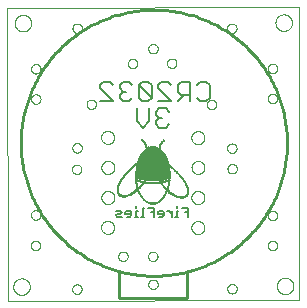
<source format=gbo>
G75*
%MOIN*%
%OFA0B0*%
%FSLAX25Y25*%
%IPPOS*%
%LPD*%
%AMOC8*
5,1,8,0,0,1.08239X$1,22.5*
%
%ADD10C,0.00000*%
%ADD11C,0.01000*%
%ADD12C,0.00600*%
%ADD13R,0.01320X0.00060*%
%ADD14R,0.01920X0.00060*%
%ADD15R,0.02280X0.00060*%
%ADD16R,0.02640X0.00060*%
%ADD17R,0.02880X0.00060*%
%ADD18R,0.03120X0.00060*%
%ADD19R,0.03480X0.00060*%
%ADD20R,0.01740X0.00060*%
%ADD21R,0.01800X0.00060*%
%ADD22R,0.01320X0.00060*%
%ADD23R,0.01380X0.00060*%
%ADD24R,0.01140X0.00060*%
%ADD25R,0.01140X0.00060*%
%ADD26R,0.01080X0.00060*%
%ADD27R,0.01020X0.00060*%
%ADD28R,0.01020X0.00060*%
%ADD29R,0.00960X0.00060*%
%ADD30R,0.00900X0.00060*%
%ADD31R,0.00840X0.00060*%
%ADD32R,0.00840X0.00060*%
%ADD33R,0.00780X0.00060*%
%ADD34R,0.00720X0.00060*%
%ADD35R,0.00720X0.00060*%
%ADD36R,0.00660X0.00060*%
%ADD37R,0.01560X0.00060*%
%ADD38R,0.00600X0.00060*%
%ADD39R,0.02160X0.00060*%
%ADD40R,0.02520X0.00060*%
%ADD41R,0.03000X0.00060*%
%ADD42R,0.03300X0.00060*%
%ADD43R,0.03660X0.00060*%
%ADD44R,0.00540X0.00060*%
%ADD45R,0.03960X0.00060*%
%ADD46R,0.04140X0.00060*%
%ADD47R,0.00540X0.00060*%
%ADD48R,0.01440X0.00060*%
%ADD49R,0.01440X0.00060*%
%ADD50R,0.01260X0.00060*%
%ADD51R,0.01200X0.00060*%
%ADD52R,0.00480X0.00060*%
%ADD53R,0.02580X0.00060*%
%ADD54R,0.03720X0.00060*%
%ADD55R,0.05220X0.00060*%
%ADD56R,0.05580X0.00060*%
%ADD57R,0.05880X0.00060*%
%ADD58R,0.06840X0.00060*%
%ADD59R,0.07080X0.00060*%
%ADD60R,0.07380X0.00060*%
%ADD61R,0.02820X0.00060*%
%ADD62R,0.02460X0.00060*%
%ADD63R,0.02340X0.00060*%
%ADD64R,0.02220X0.00060*%
%ADD65R,0.01620X0.00060*%
%ADD66R,0.01980X0.00060*%
%ADD67R,0.01920X0.00060*%
%ADD68R,0.04080X0.00060*%
%ADD69R,0.01620X0.00060*%
%ADD70R,0.01680X0.00060*%
%ADD71R,0.04500X0.00060*%
%ADD72R,0.01500X0.00060*%
%ADD73R,0.05940X0.00060*%
%ADD74R,0.06060X0.00060*%
%ADD75R,0.06420X0.00060*%
%ADD76R,0.06900X0.00060*%
%ADD77R,0.07860X0.00060*%
%ADD78R,0.08280X0.00060*%
%ADD79R,0.08700X0.00060*%
%ADD80R,0.09060X0.00060*%
%ADD81R,0.09420X0.00060*%
%ADD82R,0.09780X0.00060*%
%ADD83R,0.10080X0.00060*%
%ADD84R,0.00060X0.00060*%
%ADD85R,0.10980X0.00060*%
%ADD86R,0.11160X0.00060*%
%ADD87R,0.11760X0.00060*%
%ADD88R,0.11640X0.00060*%
%ADD89R,0.11580X0.00060*%
%ADD90R,0.11520X0.00060*%
%ADD91R,0.11460X0.00060*%
%ADD92R,0.11400X0.00060*%
%ADD93R,0.12240X0.00060*%
%ADD94R,0.12120X0.00060*%
%ADD95R,0.12060X0.00060*%
%ADD96R,0.12000X0.00060*%
%ADD97R,0.11940X0.00060*%
%ADD98R,0.12660X0.00060*%
%ADD99R,0.12600X0.00060*%
%ADD100R,0.12480X0.00060*%
%ADD101R,0.12300X0.00060*%
%ADD102R,0.12120X0.00060*%
%ADD103R,0.11880X0.00060*%
%ADD104R,0.11700X0.00060*%
%ADD105R,0.11340X0.00060*%
%ADD106R,0.11100X0.00060*%
%ADD107R,0.10860X0.00060*%
%ADD108R,0.10740X0.00060*%
%ADD109R,0.10560X0.00060*%
%ADD110R,0.10500X0.00060*%
%ADD111R,0.10440X0.00060*%
%ADD112R,0.10380X0.00060*%
%ADD113R,0.10320X0.00060*%
%ADD114R,0.10260X0.00060*%
%ADD115R,0.10200X0.00060*%
%ADD116R,0.09960X0.00060*%
%ADD117R,0.09840X0.00060*%
%ADD118R,0.09720X0.00060*%
%ADD119R,0.09600X0.00060*%
%ADD120R,0.09540X0.00060*%
%ADD121R,0.09480X0.00060*%
%ADD122R,0.09360X0.00060*%
%ADD123R,0.09240X0.00060*%
%ADD124R,0.09120X0.00060*%
%ADD125R,0.09000X0.00060*%
%ADD126R,0.08880X0.00060*%
%ADD127R,0.08760X0.00060*%
%ADD128R,0.08640X0.00060*%
%ADD129R,0.08520X0.00060*%
%ADD130R,0.08400X0.00060*%
%ADD131R,0.08160X0.00060*%
%ADD132R,0.08040X0.00060*%
%ADD133R,0.07920X0.00060*%
%ADD134R,0.07800X0.00060*%
%ADD135R,0.07680X0.00060*%
%ADD136R,0.07560X0.00060*%
%ADD137R,0.07440X0.00060*%
%ADD138R,0.07320X0.00060*%
%ADD139R,0.07260X0.00060*%
%ADD140R,0.07200X0.00060*%
%ADD141R,0.06780X0.00060*%
%ADD142R,0.06720X0.00060*%
%ADD143R,0.06600X0.00060*%
%ADD144R,0.06540X0.00060*%
%ADD145R,0.06300X0.00060*%
%ADD146R,0.06180X0.00060*%
%ADD147R,0.05940X0.00060*%
%ADD148R,0.05820X0.00060*%
%ADD149R,0.05700X0.00060*%
%ADD150R,0.05400X0.00060*%
%ADD151R,0.05280X0.00060*%
%ADD152R,0.05100X0.00060*%
%ADD153R,0.04980X0.00060*%
%ADD154R,0.04860X0.00060*%
%ADD155R,0.04800X0.00060*%
%ADD156R,0.04260X0.00060*%
%ADD157R,0.04200X0.00060*%
%ADD158R,0.03240X0.00060*%
%ADD159R,0.02700X0.00060*%
%ADD160R,0.01860X0.00060*%
%ADD161R,0.00300X0.00060*%
%ADD162C,0.00500*%
D10*
X0087560Y0073920D02*
X0087460Y0171521D01*
X0184721Y0171701D01*
X0184821Y0074100D01*
X0087560Y0073920D01*
X0089444Y0078580D02*
X0089446Y0078685D01*
X0089452Y0078790D01*
X0089462Y0078894D01*
X0089476Y0078998D01*
X0089494Y0079102D01*
X0089516Y0079204D01*
X0089541Y0079306D01*
X0089571Y0079407D01*
X0089604Y0079506D01*
X0089641Y0079604D01*
X0089682Y0079701D01*
X0089727Y0079796D01*
X0089775Y0079889D01*
X0089826Y0079981D01*
X0089882Y0080070D01*
X0089940Y0080157D01*
X0090002Y0080242D01*
X0090066Y0080325D01*
X0090134Y0080405D01*
X0090205Y0080482D01*
X0090279Y0080556D01*
X0090356Y0080628D01*
X0090435Y0080697D01*
X0090517Y0080762D01*
X0090601Y0080825D01*
X0090688Y0080884D01*
X0090777Y0080940D01*
X0090868Y0080993D01*
X0090961Y0081042D01*
X0091055Y0081087D01*
X0091151Y0081129D01*
X0091249Y0081167D01*
X0091348Y0081201D01*
X0091449Y0081232D01*
X0091550Y0081258D01*
X0091653Y0081281D01*
X0091756Y0081300D01*
X0091860Y0081315D01*
X0091964Y0081326D01*
X0092069Y0081333D01*
X0092174Y0081336D01*
X0092279Y0081335D01*
X0092384Y0081330D01*
X0092488Y0081321D01*
X0092592Y0081308D01*
X0092696Y0081291D01*
X0092799Y0081270D01*
X0092901Y0081245D01*
X0093002Y0081217D01*
X0093101Y0081184D01*
X0093200Y0081148D01*
X0093297Y0081108D01*
X0093392Y0081065D01*
X0093486Y0081017D01*
X0093578Y0080967D01*
X0093668Y0080913D01*
X0093756Y0080855D01*
X0093841Y0080794D01*
X0093924Y0080730D01*
X0094005Y0080663D01*
X0094083Y0080593D01*
X0094158Y0080519D01*
X0094230Y0080444D01*
X0094300Y0080365D01*
X0094366Y0080284D01*
X0094430Y0080200D01*
X0094490Y0080114D01*
X0094546Y0080026D01*
X0094600Y0079935D01*
X0094650Y0079843D01*
X0094696Y0079749D01*
X0094739Y0079653D01*
X0094778Y0079555D01*
X0094813Y0079457D01*
X0094844Y0079356D01*
X0094872Y0079255D01*
X0094896Y0079153D01*
X0094916Y0079050D01*
X0094932Y0078946D01*
X0094944Y0078842D01*
X0094952Y0078737D01*
X0094956Y0078632D01*
X0094956Y0078528D01*
X0094952Y0078423D01*
X0094944Y0078318D01*
X0094932Y0078214D01*
X0094916Y0078110D01*
X0094896Y0078007D01*
X0094872Y0077905D01*
X0094844Y0077804D01*
X0094813Y0077703D01*
X0094778Y0077605D01*
X0094739Y0077507D01*
X0094696Y0077411D01*
X0094650Y0077317D01*
X0094600Y0077225D01*
X0094546Y0077134D01*
X0094490Y0077046D01*
X0094430Y0076960D01*
X0094366Y0076876D01*
X0094300Y0076795D01*
X0094230Y0076716D01*
X0094158Y0076641D01*
X0094083Y0076567D01*
X0094005Y0076497D01*
X0093924Y0076430D01*
X0093841Y0076366D01*
X0093756Y0076305D01*
X0093668Y0076247D01*
X0093578Y0076193D01*
X0093486Y0076143D01*
X0093392Y0076095D01*
X0093297Y0076052D01*
X0093200Y0076012D01*
X0093101Y0075976D01*
X0093002Y0075943D01*
X0092901Y0075915D01*
X0092799Y0075890D01*
X0092696Y0075869D01*
X0092592Y0075852D01*
X0092488Y0075839D01*
X0092384Y0075830D01*
X0092279Y0075825D01*
X0092174Y0075824D01*
X0092069Y0075827D01*
X0091964Y0075834D01*
X0091860Y0075845D01*
X0091756Y0075860D01*
X0091653Y0075879D01*
X0091550Y0075902D01*
X0091449Y0075928D01*
X0091348Y0075959D01*
X0091249Y0075993D01*
X0091151Y0076031D01*
X0091055Y0076073D01*
X0090961Y0076118D01*
X0090868Y0076167D01*
X0090777Y0076220D01*
X0090688Y0076276D01*
X0090601Y0076335D01*
X0090517Y0076398D01*
X0090435Y0076463D01*
X0090356Y0076532D01*
X0090279Y0076604D01*
X0090205Y0076678D01*
X0090134Y0076755D01*
X0090066Y0076835D01*
X0090002Y0076918D01*
X0089940Y0077003D01*
X0089882Y0077090D01*
X0089826Y0077179D01*
X0089775Y0077271D01*
X0089727Y0077364D01*
X0089682Y0077459D01*
X0089641Y0077556D01*
X0089604Y0077654D01*
X0089571Y0077753D01*
X0089541Y0077854D01*
X0089516Y0077956D01*
X0089494Y0078058D01*
X0089476Y0078162D01*
X0089462Y0078266D01*
X0089452Y0078370D01*
X0089446Y0078475D01*
X0089444Y0078580D01*
X0095325Y0092340D02*
X0095327Y0092419D01*
X0095333Y0092498D01*
X0095343Y0092577D01*
X0095357Y0092655D01*
X0095374Y0092732D01*
X0095396Y0092808D01*
X0095421Y0092883D01*
X0095451Y0092956D01*
X0095483Y0093028D01*
X0095520Y0093099D01*
X0095560Y0093167D01*
X0095603Y0093233D01*
X0095649Y0093297D01*
X0095699Y0093359D01*
X0095752Y0093418D01*
X0095807Y0093474D01*
X0095866Y0093528D01*
X0095927Y0093578D01*
X0095990Y0093626D01*
X0096056Y0093670D01*
X0096124Y0093711D01*
X0096194Y0093748D01*
X0096265Y0093782D01*
X0096339Y0093812D01*
X0096413Y0093838D01*
X0096489Y0093860D01*
X0096566Y0093879D01*
X0096644Y0093894D01*
X0096722Y0093905D01*
X0096801Y0093912D01*
X0096880Y0093915D01*
X0096959Y0093914D01*
X0097038Y0093909D01*
X0097117Y0093900D01*
X0097195Y0093887D01*
X0097272Y0093870D01*
X0097349Y0093850D01*
X0097424Y0093825D01*
X0097498Y0093797D01*
X0097571Y0093765D01*
X0097641Y0093730D01*
X0097710Y0093691D01*
X0097777Y0093648D01*
X0097842Y0093602D01*
X0097904Y0093554D01*
X0097964Y0093502D01*
X0098021Y0093447D01*
X0098075Y0093389D01*
X0098126Y0093329D01*
X0098174Y0093266D01*
X0098219Y0093201D01*
X0098261Y0093133D01*
X0098299Y0093064D01*
X0098333Y0092993D01*
X0098364Y0092920D01*
X0098392Y0092845D01*
X0098415Y0092770D01*
X0098435Y0092693D01*
X0098451Y0092616D01*
X0098463Y0092537D01*
X0098471Y0092459D01*
X0098475Y0092380D01*
X0098475Y0092300D01*
X0098471Y0092221D01*
X0098463Y0092143D01*
X0098451Y0092064D01*
X0098435Y0091987D01*
X0098415Y0091910D01*
X0098392Y0091835D01*
X0098364Y0091760D01*
X0098333Y0091687D01*
X0098299Y0091616D01*
X0098261Y0091547D01*
X0098219Y0091479D01*
X0098174Y0091414D01*
X0098126Y0091351D01*
X0098075Y0091291D01*
X0098021Y0091233D01*
X0097964Y0091178D01*
X0097904Y0091126D01*
X0097842Y0091078D01*
X0097777Y0091032D01*
X0097710Y0090989D01*
X0097641Y0090950D01*
X0097571Y0090915D01*
X0097498Y0090883D01*
X0097424Y0090855D01*
X0097349Y0090830D01*
X0097272Y0090810D01*
X0097195Y0090793D01*
X0097117Y0090780D01*
X0097038Y0090771D01*
X0096959Y0090766D01*
X0096880Y0090765D01*
X0096801Y0090768D01*
X0096722Y0090775D01*
X0096644Y0090786D01*
X0096566Y0090801D01*
X0096489Y0090820D01*
X0096413Y0090842D01*
X0096339Y0090868D01*
X0096265Y0090898D01*
X0096194Y0090932D01*
X0096124Y0090969D01*
X0096056Y0091010D01*
X0095990Y0091054D01*
X0095927Y0091102D01*
X0095866Y0091152D01*
X0095807Y0091206D01*
X0095752Y0091262D01*
X0095699Y0091321D01*
X0095649Y0091383D01*
X0095603Y0091447D01*
X0095560Y0091513D01*
X0095520Y0091581D01*
X0095483Y0091652D01*
X0095451Y0091724D01*
X0095421Y0091797D01*
X0095396Y0091872D01*
X0095374Y0091948D01*
X0095357Y0092025D01*
X0095343Y0092103D01*
X0095333Y0092182D01*
X0095327Y0092261D01*
X0095325Y0092340D01*
X0095325Y0102480D02*
X0095327Y0102559D01*
X0095333Y0102638D01*
X0095343Y0102717D01*
X0095357Y0102795D01*
X0095374Y0102872D01*
X0095396Y0102948D01*
X0095421Y0103023D01*
X0095451Y0103096D01*
X0095483Y0103168D01*
X0095520Y0103239D01*
X0095560Y0103307D01*
X0095603Y0103373D01*
X0095649Y0103437D01*
X0095699Y0103499D01*
X0095752Y0103558D01*
X0095807Y0103614D01*
X0095866Y0103668D01*
X0095927Y0103718D01*
X0095990Y0103766D01*
X0096056Y0103810D01*
X0096124Y0103851D01*
X0096194Y0103888D01*
X0096265Y0103922D01*
X0096339Y0103952D01*
X0096413Y0103978D01*
X0096489Y0104000D01*
X0096566Y0104019D01*
X0096644Y0104034D01*
X0096722Y0104045D01*
X0096801Y0104052D01*
X0096880Y0104055D01*
X0096959Y0104054D01*
X0097038Y0104049D01*
X0097117Y0104040D01*
X0097195Y0104027D01*
X0097272Y0104010D01*
X0097349Y0103990D01*
X0097424Y0103965D01*
X0097498Y0103937D01*
X0097571Y0103905D01*
X0097641Y0103870D01*
X0097710Y0103831D01*
X0097777Y0103788D01*
X0097842Y0103742D01*
X0097904Y0103694D01*
X0097964Y0103642D01*
X0098021Y0103587D01*
X0098075Y0103529D01*
X0098126Y0103469D01*
X0098174Y0103406D01*
X0098219Y0103341D01*
X0098261Y0103273D01*
X0098299Y0103204D01*
X0098333Y0103133D01*
X0098364Y0103060D01*
X0098392Y0102985D01*
X0098415Y0102910D01*
X0098435Y0102833D01*
X0098451Y0102756D01*
X0098463Y0102677D01*
X0098471Y0102599D01*
X0098475Y0102520D01*
X0098475Y0102440D01*
X0098471Y0102361D01*
X0098463Y0102283D01*
X0098451Y0102204D01*
X0098435Y0102127D01*
X0098415Y0102050D01*
X0098392Y0101975D01*
X0098364Y0101900D01*
X0098333Y0101827D01*
X0098299Y0101756D01*
X0098261Y0101687D01*
X0098219Y0101619D01*
X0098174Y0101554D01*
X0098126Y0101491D01*
X0098075Y0101431D01*
X0098021Y0101373D01*
X0097964Y0101318D01*
X0097904Y0101266D01*
X0097842Y0101218D01*
X0097777Y0101172D01*
X0097710Y0101129D01*
X0097641Y0101090D01*
X0097571Y0101055D01*
X0097498Y0101023D01*
X0097424Y0100995D01*
X0097349Y0100970D01*
X0097272Y0100950D01*
X0097195Y0100933D01*
X0097117Y0100920D01*
X0097038Y0100911D01*
X0096959Y0100906D01*
X0096880Y0100905D01*
X0096801Y0100908D01*
X0096722Y0100915D01*
X0096644Y0100926D01*
X0096566Y0100941D01*
X0096489Y0100960D01*
X0096413Y0100982D01*
X0096339Y0101008D01*
X0096265Y0101038D01*
X0096194Y0101072D01*
X0096124Y0101109D01*
X0096056Y0101150D01*
X0095990Y0101194D01*
X0095927Y0101242D01*
X0095866Y0101292D01*
X0095807Y0101346D01*
X0095752Y0101402D01*
X0095699Y0101461D01*
X0095649Y0101523D01*
X0095603Y0101587D01*
X0095560Y0101653D01*
X0095520Y0101721D01*
X0095483Y0101792D01*
X0095451Y0101864D01*
X0095421Y0101937D01*
X0095396Y0102012D01*
X0095374Y0102088D01*
X0095357Y0102165D01*
X0095343Y0102243D01*
X0095333Y0102322D01*
X0095327Y0102401D01*
X0095325Y0102480D01*
X0109005Y0117720D02*
X0109007Y0117799D01*
X0109013Y0117878D01*
X0109023Y0117957D01*
X0109037Y0118035D01*
X0109054Y0118112D01*
X0109076Y0118188D01*
X0109101Y0118263D01*
X0109131Y0118336D01*
X0109163Y0118408D01*
X0109200Y0118479D01*
X0109240Y0118547D01*
X0109283Y0118613D01*
X0109329Y0118677D01*
X0109379Y0118739D01*
X0109432Y0118798D01*
X0109487Y0118854D01*
X0109546Y0118908D01*
X0109607Y0118958D01*
X0109670Y0119006D01*
X0109736Y0119050D01*
X0109804Y0119091D01*
X0109874Y0119128D01*
X0109945Y0119162D01*
X0110019Y0119192D01*
X0110093Y0119218D01*
X0110169Y0119240D01*
X0110246Y0119259D01*
X0110324Y0119274D01*
X0110402Y0119285D01*
X0110481Y0119292D01*
X0110560Y0119295D01*
X0110639Y0119294D01*
X0110718Y0119289D01*
X0110797Y0119280D01*
X0110875Y0119267D01*
X0110952Y0119250D01*
X0111029Y0119230D01*
X0111104Y0119205D01*
X0111178Y0119177D01*
X0111251Y0119145D01*
X0111321Y0119110D01*
X0111390Y0119071D01*
X0111457Y0119028D01*
X0111522Y0118982D01*
X0111584Y0118934D01*
X0111644Y0118882D01*
X0111701Y0118827D01*
X0111755Y0118769D01*
X0111806Y0118709D01*
X0111854Y0118646D01*
X0111899Y0118581D01*
X0111941Y0118513D01*
X0111979Y0118444D01*
X0112013Y0118373D01*
X0112044Y0118300D01*
X0112072Y0118225D01*
X0112095Y0118150D01*
X0112115Y0118073D01*
X0112131Y0117996D01*
X0112143Y0117917D01*
X0112151Y0117839D01*
X0112155Y0117760D01*
X0112155Y0117680D01*
X0112151Y0117601D01*
X0112143Y0117523D01*
X0112131Y0117444D01*
X0112115Y0117367D01*
X0112095Y0117290D01*
X0112072Y0117215D01*
X0112044Y0117140D01*
X0112013Y0117067D01*
X0111979Y0116996D01*
X0111941Y0116927D01*
X0111899Y0116859D01*
X0111854Y0116794D01*
X0111806Y0116731D01*
X0111755Y0116671D01*
X0111701Y0116613D01*
X0111644Y0116558D01*
X0111584Y0116506D01*
X0111522Y0116458D01*
X0111457Y0116412D01*
X0111390Y0116369D01*
X0111321Y0116330D01*
X0111251Y0116295D01*
X0111178Y0116263D01*
X0111104Y0116235D01*
X0111029Y0116210D01*
X0110952Y0116190D01*
X0110875Y0116173D01*
X0110797Y0116160D01*
X0110718Y0116151D01*
X0110639Y0116146D01*
X0110560Y0116145D01*
X0110481Y0116148D01*
X0110402Y0116155D01*
X0110324Y0116166D01*
X0110246Y0116181D01*
X0110169Y0116200D01*
X0110093Y0116222D01*
X0110019Y0116248D01*
X0109945Y0116278D01*
X0109874Y0116312D01*
X0109804Y0116349D01*
X0109736Y0116390D01*
X0109670Y0116434D01*
X0109607Y0116482D01*
X0109546Y0116532D01*
X0109487Y0116586D01*
X0109432Y0116642D01*
X0109379Y0116701D01*
X0109329Y0116763D01*
X0109283Y0116827D01*
X0109240Y0116893D01*
X0109200Y0116961D01*
X0109163Y0117032D01*
X0109131Y0117104D01*
X0109101Y0117177D01*
X0109076Y0117252D01*
X0109054Y0117328D01*
X0109037Y0117405D01*
X0109023Y0117483D01*
X0109013Y0117562D01*
X0109007Y0117641D01*
X0109005Y0117720D01*
X0109125Y0124860D02*
X0109127Y0124939D01*
X0109133Y0125018D01*
X0109143Y0125097D01*
X0109157Y0125175D01*
X0109174Y0125252D01*
X0109196Y0125328D01*
X0109221Y0125403D01*
X0109251Y0125476D01*
X0109283Y0125548D01*
X0109320Y0125619D01*
X0109360Y0125687D01*
X0109403Y0125753D01*
X0109449Y0125817D01*
X0109499Y0125879D01*
X0109552Y0125938D01*
X0109607Y0125994D01*
X0109666Y0126048D01*
X0109727Y0126098D01*
X0109790Y0126146D01*
X0109856Y0126190D01*
X0109924Y0126231D01*
X0109994Y0126268D01*
X0110065Y0126302D01*
X0110139Y0126332D01*
X0110213Y0126358D01*
X0110289Y0126380D01*
X0110366Y0126399D01*
X0110444Y0126414D01*
X0110522Y0126425D01*
X0110601Y0126432D01*
X0110680Y0126435D01*
X0110759Y0126434D01*
X0110838Y0126429D01*
X0110917Y0126420D01*
X0110995Y0126407D01*
X0111072Y0126390D01*
X0111149Y0126370D01*
X0111224Y0126345D01*
X0111298Y0126317D01*
X0111371Y0126285D01*
X0111441Y0126250D01*
X0111510Y0126211D01*
X0111577Y0126168D01*
X0111642Y0126122D01*
X0111704Y0126074D01*
X0111764Y0126022D01*
X0111821Y0125967D01*
X0111875Y0125909D01*
X0111926Y0125849D01*
X0111974Y0125786D01*
X0112019Y0125721D01*
X0112061Y0125653D01*
X0112099Y0125584D01*
X0112133Y0125513D01*
X0112164Y0125440D01*
X0112192Y0125365D01*
X0112215Y0125290D01*
X0112235Y0125213D01*
X0112251Y0125136D01*
X0112263Y0125057D01*
X0112271Y0124979D01*
X0112275Y0124900D01*
X0112275Y0124820D01*
X0112271Y0124741D01*
X0112263Y0124663D01*
X0112251Y0124584D01*
X0112235Y0124507D01*
X0112215Y0124430D01*
X0112192Y0124355D01*
X0112164Y0124280D01*
X0112133Y0124207D01*
X0112099Y0124136D01*
X0112061Y0124067D01*
X0112019Y0123999D01*
X0111974Y0123934D01*
X0111926Y0123871D01*
X0111875Y0123811D01*
X0111821Y0123753D01*
X0111764Y0123698D01*
X0111704Y0123646D01*
X0111642Y0123598D01*
X0111577Y0123552D01*
X0111510Y0123509D01*
X0111441Y0123470D01*
X0111371Y0123435D01*
X0111298Y0123403D01*
X0111224Y0123375D01*
X0111149Y0123350D01*
X0111072Y0123330D01*
X0110995Y0123313D01*
X0110917Y0123300D01*
X0110838Y0123291D01*
X0110759Y0123286D01*
X0110680Y0123285D01*
X0110601Y0123288D01*
X0110522Y0123295D01*
X0110444Y0123306D01*
X0110366Y0123321D01*
X0110289Y0123340D01*
X0110213Y0123362D01*
X0110139Y0123388D01*
X0110065Y0123418D01*
X0109994Y0123452D01*
X0109924Y0123489D01*
X0109856Y0123530D01*
X0109790Y0123574D01*
X0109727Y0123622D01*
X0109666Y0123672D01*
X0109607Y0123726D01*
X0109552Y0123782D01*
X0109499Y0123841D01*
X0109449Y0123903D01*
X0109403Y0123967D01*
X0109360Y0124033D01*
X0109320Y0124101D01*
X0109283Y0124172D01*
X0109251Y0124244D01*
X0109221Y0124317D01*
X0109196Y0124392D01*
X0109174Y0124468D01*
X0109157Y0124545D01*
X0109143Y0124623D01*
X0109133Y0124702D01*
X0109127Y0124781D01*
X0109125Y0124860D01*
X0118735Y0128340D02*
X0118737Y0128433D01*
X0118743Y0128525D01*
X0118753Y0128617D01*
X0118767Y0128708D01*
X0118784Y0128799D01*
X0118806Y0128889D01*
X0118831Y0128978D01*
X0118860Y0129066D01*
X0118893Y0129152D01*
X0118930Y0129237D01*
X0118970Y0129321D01*
X0119014Y0129402D01*
X0119061Y0129482D01*
X0119111Y0129560D01*
X0119165Y0129635D01*
X0119222Y0129708D01*
X0119282Y0129778D01*
X0119345Y0129846D01*
X0119411Y0129911D01*
X0119479Y0129973D01*
X0119550Y0130033D01*
X0119624Y0130089D01*
X0119700Y0130142D01*
X0119778Y0130191D01*
X0119858Y0130238D01*
X0119940Y0130280D01*
X0120024Y0130320D01*
X0120109Y0130355D01*
X0120196Y0130387D01*
X0120284Y0130416D01*
X0120373Y0130440D01*
X0120463Y0130461D01*
X0120554Y0130477D01*
X0120646Y0130490D01*
X0120738Y0130499D01*
X0120831Y0130504D01*
X0120923Y0130505D01*
X0121016Y0130502D01*
X0121108Y0130495D01*
X0121200Y0130484D01*
X0121291Y0130469D01*
X0121382Y0130451D01*
X0121472Y0130428D01*
X0121560Y0130402D01*
X0121648Y0130372D01*
X0121734Y0130338D01*
X0121818Y0130301D01*
X0121901Y0130259D01*
X0121982Y0130215D01*
X0122062Y0130167D01*
X0122139Y0130116D01*
X0122213Y0130061D01*
X0122286Y0130003D01*
X0122356Y0129943D01*
X0122423Y0129879D01*
X0122487Y0129813D01*
X0122549Y0129743D01*
X0122607Y0129672D01*
X0122662Y0129598D01*
X0122714Y0129521D01*
X0122763Y0129442D01*
X0122809Y0129362D01*
X0122851Y0129279D01*
X0122889Y0129195D01*
X0122924Y0129109D01*
X0122955Y0129022D01*
X0122982Y0128934D01*
X0123005Y0128844D01*
X0123025Y0128754D01*
X0123041Y0128663D01*
X0123053Y0128571D01*
X0123061Y0128479D01*
X0123065Y0128386D01*
X0123065Y0128294D01*
X0123061Y0128201D01*
X0123053Y0128109D01*
X0123041Y0128017D01*
X0123025Y0127926D01*
X0123005Y0127836D01*
X0122982Y0127746D01*
X0122955Y0127658D01*
X0122924Y0127571D01*
X0122889Y0127485D01*
X0122851Y0127401D01*
X0122809Y0127318D01*
X0122763Y0127238D01*
X0122714Y0127159D01*
X0122662Y0127082D01*
X0122607Y0127008D01*
X0122549Y0126937D01*
X0122487Y0126867D01*
X0122423Y0126801D01*
X0122356Y0126737D01*
X0122286Y0126677D01*
X0122213Y0126619D01*
X0122139Y0126564D01*
X0122062Y0126513D01*
X0121983Y0126465D01*
X0121901Y0126421D01*
X0121818Y0126379D01*
X0121734Y0126342D01*
X0121648Y0126308D01*
X0121560Y0126278D01*
X0121472Y0126252D01*
X0121382Y0126229D01*
X0121291Y0126211D01*
X0121200Y0126196D01*
X0121108Y0126185D01*
X0121016Y0126178D01*
X0120923Y0126175D01*
X0120831Y0126176D01*
X0120738Y0126181D01*
X0120646Y0126190D01*
X0120554Y0126203D01*
X0120463Y0126219D01*
X0120373Y0126240D01*
X0120284Y0126264D01*
X0120196Y0126293D01*
X0120109Y0126325D01*
X0120024Y0126360D01*
X0119940Y0126400D01*
X0119858Y0126442D01*
X0119778Y0126489D01*
X0119700Y0126538D01*
X0119624Y0126591D01*
X0119550Y0126647D01*
X0119479Y0126707D01*
X0119411Y0126769D01*
X0119345Y0126834D01*
X0119282Y0126902D01*
X0119222Y0126972D01*
X0119165Y0127045D01*
X0119111Y0127120D01*
X0119061Y0127198D01*
X0119014Y0127278D01*
X0118970Y0127359D01*
X0118930Y0127443D01*
X0118893Y0127528D01*
X0118860Y0127614D01*
X0118831Y0127702D01*
X0118806Y0127791D01*
X0118784Y0127881D01*
X0118767Y0127972D01*
X0118753Y0128063D01*
X0118743Y0128155D01*
X0118737Y0128247D01*
X0118735Y0128340D01*
X0118795Y0118320D02*
X0118797Y0118413D01*
X0118803Y0118505D01*
X0118813Y0118597D01*
X0118827Y0118688D01*
X0118844Y0118779D01*
X0118866Y0118869D01*
X0118891Y0118958D01*
X0118920Y0119046D01*
X0118953Y0119132D01*
X0118990Y0119217D01*
X0119030Y0119301D01*
X0119074Y0119382D01*
X0119121Y0119462D01*
X0119171Y0119540D01*
X0119225Y0119615D01*
X0119282Y0119688D01*
X0119342Y0119758D01*
X0119405Y0119826D01*
X0119471Y0119891D01*
X0119539Y0119953D01*
X0119610Y0120013D01*
X0119684Y0120069D01*
X0119760Y0120122D01*
X0119838Y0120171D01*
X0119918Y0120218D01*
X0120000Y0120260D01*
X0120084Y0120300D01*
X0120169Y0120335D01*
X0120256Y0120367D01*
X0120344Y0120396D01*
X0120433Y0120420D01*
X0120523Y0120441D01*
X0120614Y0120457D01*
X0120706Y0120470D01*
X0120798Y0120479D01*
X0120891Y0120484D01*
X0120983Y0120485D01*
X0121076Y0120482D01*
X0121168Y0120475D01*
X0121260Y0120464D01*
X0121351Y0120449D01*
X0121442Y0120431D01*
X0121532Y0120408D01*
X0121620Y0120382D01*
X0121708Y0120352D01*
X0121794Y0120318D01*
X0121878Y0120281D01*
X0121961Y0120239D01*
X0122042Y0120195D01*
X0122122Y0120147D01*
X0122199Y0120096D01*
X0122273Y0120041D01*
X0122346Y0119983D01*
X0122416Y0119923D01*
X0122483Y0119859D01*
X0122547Y0119793D01*
X0122609Y0119723D01*
X0122667Y0119652D01*
X0122722Y0119578D01*
X0122774Y0119501D01*
X0122823Y0119422D01*
X0122869Y0119342D01*
X0122911Y0119259D01*
X0122949Y0119175D01*
X0122984Y0119089D01*
X0123015Y0119002D01*
X0123042Y0118914D01*
X0123065Y0118824D01*
X0123085Y0118734D01*
X0123101Y0118643D01*
X0123113Y0118551D01*
X0123121Y0118459D01*
X0123125Y0118366D01*
X0123125Y0118274D01*
X0123121Y0118181D01*
X0123113Y0118089D01*
X0123101Y0117997D01*
X0123085Y0117906D01*
X0123065Y0117816D01*
X0123042Y0117726D01*
X0123015Y0117638D01*
X0122984Y0117551D01*
X0122949Y0117465D01*
X0122911Y0117381D01*
X0122869Y0117298D01*
X0122823Y0117218D01*
X0122774Y0117139D01*
X0122722Y0117062D01*
X0122667Y0116988D01*
X0122609Y0116917D01*
X0122547Y0116847D01*
X0122483Y0116781D01*
X0122416Y0116717D01*
X0122346Y0116657D01*
X0122273Y0116599D01*
X0122199Y0116544D01*
X0122122Y0116493D01*
X0122043Y0116445D01*
X0121961Y0116401D01*
X0121878Y0116359D01*
X0121794Y0116322D01*
X0121708Y0116288D01*
X0121620Y0116258D01*
X0121532Y0116232D01*
X0121442Y0116209D01*
X0121351Y0116191D01*
X0121260Y0116176D01*
X0121168Y0116165D01*
X0121076Y0116158D01*
X0120983Y0116155D01*
X0120891Y0116156D01*
X0120798Y0116161D01*
X0120706Y0116170D01*
X0120614Y0116183D01*
X0120523Y0116199D01*
X0120433Y0116220D01*
X0120344Y0116244D01*
X0120256Y0116273D01*
X0120169Y0116305D01*
X0120084Y0116340D01*
X0120000Y0116380D01*
X0119918Y0116422D01*
X0119838Y0116469D01*
X0119760Y0116518D01*
X0119684Y0116571D01*
X0119610Y0116627D01*
X0119539Y0116687D01*
X0119471Y0116749D01*
X0119405Y0116814D01*
X0119342Y0116882D01*
X0119282Y0116952D01*
X0119225Y0117025D01*
X0119171Y0117100D01*
X0119121Y0117178D01*
X0119074Y0117258D01*
X0119030Y0117339D01*
X0118990Y0117423D01*
X0118953Y0117508D01*
X0118920Y0117594D01*
X0118891Y0117682D01*
X0118866Y0117771D01*
X0118844Y0117861D01*
X0118827Y0117952D01*
X0118813Y0118043D01*
X0118803Y0118135D01*
X0118797Y0118227D01*
X0118795Y0118320D01*
X0118795Y0108300D02*
X0118797Y0108393D01*
X0118803Y0108485D01*
X0118813Y0108577D01*
X0118827Y0108668D01*
X0118844Y0108759D01*
X0118866Y0108849D01*
X0118891Y0108938D01*
X0118920Y0109026D01*
X0118953Y0109112D01*
X0118990Y0109197D01*
X0119030Y0109281D01*
X0119074Y0109362D01*
X0119121Y0109442D01*
X0119171Y0109520D01*
X0119225Y0109595D01*
X0119282Y0109668D01*
X0119342Y0109738D01*
X0119405Y0109806D01*
X0119471Y0109871D01*
X0119539Y0109933D01*
X0119610Y0109993D01*
X0119684Y0110049D01*
X0119760Y0110102D01*
X0119838Y0110151D01*
X0119918Y0110198D01*
X0120000Y0110240D01*
X0120084Y0110280D01*
X0120169Y0110315D01*
X0120256Y0110347D01*
X0120344Y0110376D01*
X0120433Y0110400D01*
X0120523Y0110421D01*
X0120614Y0110437D01*
X0120706Y0110450D01*
X0120798Y0110459D01*
X0120891Y0110464D01*
X0120983Y0110465D01*
X0121076Y0110462D01*
X0121168Y0110455D01*
X0121260Y0110444D01*
X0121351Y0110429D01*
X0121442Y0110411D01*
X0121532Y0110388D01*
X0121620Y0110362D01*
X0121708Y0110332D01*
X0121794Y0110298D01*
X0121878Y0110261D01*
X0121961Y0110219D01*
X0122042Y0110175D01*
X0122122Y0110127D01*
X0122199Y0110076D01*
X0122273Y0110021D01*
X0122346Y0109963D01*
X0122416Y0109903D01*
X0122483Y0109839D01*
X0122547Y0109773D01*
X0122609Y0109703D01*
X0122667Y0109632D01*
X0122722Y0109558D01*
X0122774Y0109481D01*
X0122823Y0109402D01*
X0122869Y0109322D01*
X0122911Y0109239D01*
X0122949Y0109155D01*
X0122984Y0109069D01*
X0123015Y0108982D01*
X0123042Y0108894D01*
X0123065Y0108804D01*
X0123085Y0108714D01*
X0123101Y0108623D01*
X0123113Y0108531D01*
X0123121Y0108439D01*
X0123125Y0108346D01*
X0123125Y0108254D01*
X0123121Y0108161D01*
X0123113Y0108069D01*
X0123101Y0107977D01*
X0123085Y0107886D01*
X0123065Y0107796D01*
X0123042Y0107706D01*
X0123015Y0107618D01*
X0122984Y0107531D01*
X0122949Y0107445D01*
X0122911Y0107361D01*
X0122869Y0107278D01*
X0122823Y0107198D01*
X0122774Y0107119D01*
X0122722Y0107042D01*
X0122667Y0106968D01*
X0122609Y0106897D01*
X0122547Y0106827D01*
X0122483Y0106761D01*
X0122416Y0106697D01*
X0122346Y0106637D01*
X0122273Y0106579D01*
X0122199Y0106524D01*
X0122122Y0106473D01*
X0122043Y0106425D01*
X0121961Y0106381D01*
X0121878Y0106339D01*
X0121794Y0106302D01*
X0121708Y0106268D01*
X0121620Y0106238D01*
X0121532Y0106212D01*
X0121442Y0106189D01*
X0121351Y0106171D01*
X0121260Y0106156D01*
X0121168Y0106145D01*
X0121076Y0106138D01*
X0120983Y0106135D01*
X0120891Y0106136D01*
X0120798Y0106141D01*
X0120706Y0106150D01*
X0120614Y0106163D01*
X0120523Y0106179D01*
X0120433Y0106200D01*
X0120344Y0106224D01*
X0120256Y0106253D01*
X0120169Y0106285D01*
X0120084Y0106320D01*
X0120000Y0106360D01*
X0119918Y0106402D01*
X0119838Y0106449D01*
X0119760Y0106498D01*
X0119684Y0106551D01*
X0119610Y0106607D01*
X0119539Y0106667D01*
X0119471Y0106729D01*
X0119405Y0106794D01*
X0119342Y0106862D01*
X0119282Y0106932D01*
X0119225Y0107005D01*
X0119171Y0107080D01*
X0119121Y0107158D01*
X0119074Y0107238D01*
X0119030Y0107319D01*
X0118990Y0107403D01*
X0118953Y0107488D01*
X0118920Y0107574D01*
X0118891Y0107662D01*
X0118866Y0107751D01*
X0118844Y0107841D01*
X0118827Y0107932D01*
X0118813Y0108023D01*
X0118803Y0108115D01*
X0118797Y0108207D01*
X0118795Y0108300D01*
X0118735Y0098340D02*
X0118737Y0098433D01*
X0118743Y0098525D01*
X0118753Y0098617D01*
X0118767Y0098708D01*
X0118784Y0098799D01*
X0118806Y0098889D01*
X0118831Y0098978D01*
X0118860Y0099066D01*
X0118893Y0099152D01*
X0118930Y0099237D01*
X0118970Y0099321D01*
X0119014Y0099402D01*
X0119061Y0099482D01*
X0119111Y0099560D01*
X0119165Y0099635D01*
X0119222Y0099708D01*
X0119282Y0099778D01*
X0119345Y0099846D01*
X0119411Y0099911D01*
X0119479Y0099973D01*
X0119550Y0100033D01*
X0119624Y0100089D01*
X0119700Y0100142D01*
X0119778Y0100191D01*
X0119858Y0100238D01*
X0119940Y0100280D01*
X0120024Y0100320D01*
X0120109Y0100355D01*
X0120196Y0100387D01*
X0120284Y0100416D01*
X0120373Y0100440D01*
X0120463Y0100461D01*
X0120554Y0100477D01*
X0120646Y0100490D01*
X0120738Y0100499D01*
X0120831Y0100504D01*
X0120923Y0100505D01*
X0121016Y0100502D01*
X0121108Y0100495D01*
X0121200Y0100484D01*
X0121291Y0100469D01*
X0121382Y0100451D01*
X0121472Y0100428D01*
X0121560Y0100402D01*
X0121648Y0100372D01*
X0121734Y0100338D01*
X0121818Y0100301D01*
X0121901Y0100259D01*
X0121982Y0100215D01*
X0122062Y0100167D01*
X0122139Y0100116D01*
X0122213Y0100061D01*
X0122286Y0100003D01*
X0122356Y0099943D01*
X0122423Y0099879D01*
X0122487Y0099813D01*
X0122549Y0099743D01*
X0122607Y0099672D01*
X0122662Y0099598D01*
X0122714Y0099521D01*
X0122763Y0099442D01*
X0122809Y0099362D01*
X0122851Y0099279D01*
X0122889Y0099195D01*
X0122924Y0099109D01*
X0122955Y0099022D01*
X0122982Y0098934D01*
X0123005Y0098844D01*
X0123025Y0098754D01*
X0123041Y0098663D01*
X0123053Y0098571D01*
X0123061Y0098479D01*
X0123065Y0098386D01*
X0123065Y0098294D01*
X0123061Y0098201D01*
X0123053Y0098109D01*
X0123041Y0098017D01*
X0123025Y0097926D01*
X0123005Y0097836D01*
X0122982Y0097746D01*
X0122955Y0097658D01*
X0122924Y0097571D01*
X0122889Y0097485D01*
X0122851Y0097401D01*
X0122809Y0097318D01*
X0122763Y0097238D01*
X0122714Y0097159D01*
X0122662Y0097082D01*
X0122607Y0097008D01*
X0122549Y0096937D01*
X0122487Y0096867D01*
X0122423Y0096801D01*
X0122356Y0096737D01*
X0122286Y0096677D01*
X0122213Y0096619D01*
X0122139Y0096564D01*
X0122062Y0096513D01*
X0121983Y0096465D01*
X0121901Y0096421D01*
X0121818Y0096379D01*
X0121734Y0096342D01*
X0121648Y0096308D01*
X0121560Y0096278D01*
X0121472Y0096252D01*
X0121382Y0096229D01*
X0121291Y0096211D01*
X0121200Y0096196D01*
X0121108Y0096185D01*
X0121016Y0096178D01*
X0120923Y0096175D01*
X0120831Y0096176D01*
X0120738Y0096181D01*
X0120646Y0096190D01*
X0120554Y0096203D01*
X0120463Y0096219D01*
X0120373Y0096240D01*
X0120284Y0096264D01*
X0120196Y0096293D01*
X0120109Y0096325D01*
X0120024Y0096360D01*
X0119940Y0096400D01*
X0119858Y0096442D01*
X0119778Y0096489D01*
X0119700Y0096538D01*
X0119624Y0096591D01*
X0119550Y0096647D01*
X0119479Y0096707D01*
X0119411Y0096769D01*
X0119345Y0096834D01*
X0119282Y0096902D01*
X0119222Y0096972D01*
X0119165Y0097045D01*
X0119111Y0097120D01*
X0119061Y0097198D01*
X0119014Y0097278D01*
X0118970Y0097359D01*
X0118930Y0097443D01*
X0118893Y0097528D01*
X0118860Y0097614D01*
X0118831Y0097702D01*
X0118806Y0097791D01*
X0118784Y0097881D01*
X0118767Y0097972D01*
X0118753Y0098063D01*
X0118743Y0098155D01*
X0118737Y0098247D01*
X0118735Y0098340D01*
X0124425Y0088680D02*
X0124427Y0088759D01*
X0124433Y0088838D01*
X0124443Y0088917D01*
X0124457Y0088995D01*
X0124474Y0089072D01*
X0124496Y0089148D01*
X0124521Y0089223D01*
X0124551Y0089296D01*
X0124583Y0089368D01*
X0124620Y0089439D01*
X0124660Y0089507D01*
X0124703Y0089573D01*
X0124749Y0089637D01*
X0124799Y0089699D01*
X0124852Y0089758D01*
X0124907Y0089814D01*
X0124966Y0089868D01*
X0125027Y0089918D01*
X0125090Y0089966D01*
X0125156Y0090010D01*
X0125224Y0090051D01*
X0125294Y0090088D01*
X0125365Y0090122D01*
X0125439Y0090152D01*
X0125513Y0090178D01*
X0125589Y0090200D01*
X0125666Y0090219D01*
X0125744Y0090234D01*
X0125822Y0090245D01*
X0125901Y0090252D01*
X0125980Y0090255D01*
X0126059Y0090254D01*
X0126138Y0090249D01*
X0126217Y0090240D01*
X0126295Y0090227D01*
X0126372Y0090210D01*
X0126449Y0090190D01*
X0126524Y0090165D01*
X0126598Y0090137D01*
X0126671Y0090105D01*
X0126741Y0090070D01*
X0126810Y0090031D01*
X0126877Y0089988D01*
X0126942Y0089942D01*
X0127004Y0089894D01*
X0127064Y0089842D01*
X0127121Y0089787D01*
X0127175Y0089729D01*
X0127226Y0089669D01*
X0127274Y0089606D01*
X0127319Y0089541D01*
X0127361Y0089473D01*
X0127399Y0089404D01*
X0127433Y0089333D01*
X0127464Y0089260D01*
X0127492Y0089185D01*
X0127515Y0089110D01*
X0127535Y0089033D01*
X0127551Y0088956D01*
X0127563Y0088877D01*
X0127571Y0088799D01*
X0127575Y0088720D01*
X0127575Y0088640D01*
X0127571Y0088561D01*
X0127563Y0088483D01*
X0127551Y0088404D01*
X0127535Y0088327D01*
X0127515Y0088250D01*
X0127492Y0088175D01*
X0127464Y0088100D01*
X0127433Y0088027D01*
X0127399Y0087956D01*
X0127361Y0087887D01*
X0127319Y0087819D01*
X0127274Y0087754D01*
X0127226Y0087691D01*
X0127175Y0087631D01*
X0127121Y0087573D01*
X0127064Y0087518D01*
X0127004Y0087466D01*
X0126942Y0087418D01*
X0126877Y0087372D01*
X0126810Y0087329D01*
X0126741Y0087290D01*
X0126671Y0087255D01*
X0126598Y0087223D01*
X0126524Y0087195D01*
X0126449Y0087170D01*
X0126372Y0087150D01*
X0126295Y0087133D01*
X0126217Y0087120D01*
X0126138Y0087111D01*
X0126059Y0087106D01*
X0125980Y0087105D01*
X0125901Y0087108D01*
X0125822Y0087115D01*
X0125744Y0087126D01*
X0125666Y0087141D01*
X0125589Y0087160D01*
X0125513Y0087182D01*
X0125439Y0087208D01*
X0125365Y0087238D01*
X0125294Y0087272D01*
X0125224Y0087309D01*
X0125156Y0087350D01*
X0125090Y0087394D01*
X0125027Y0087442D01*
X0124966Y0087492D01*
X0124907Y0087546D01*
X0124852Y0087602D01*
X0124799Y0087661D01*
X0124749Y0087723D01*
X0124703Y0087787D01*
X0124660Y0087853D01*
X0124620Y0087921D01*
X0124583Y0087992D01*
X0124551Y0088064D01*
X0124521Y0088137D01*
X0124496Y0088212D01*
X0124474Y0088288D01*
X0124457Y0088365D01*
X0124443Y0088443D01*
X0124433Y0088522D01*
X0124427Y0088601D01*
X0124425Y0088680D01*
X0134385Y0088680D02*
X0134387Y0088759D01*
X0134393Y0088838D01*
X0134403Y0088917D01*
X0134417Y0088995D01*
X0134434Y0089072D01*
X0134456Y0089148D01*
X0134481Y0089223D01*
X0134511Y0089296D01*
X0134543Y0089368D01*
X0134580Y0089439D01*
X0134620Y0089507D01*
X0134663Y0089573D01*
X0134709Y0089637D01*
X0134759Y0089699D01*
X0134812Y0089758D01*
X0134867Y0089814D01*
X0134926Y0089868D01*
X0134987Y0089918D01*
X0135050Y0089966D01*
X0135116Y0090010D01*
X0135184Y0090051D01*
X0135254Y0090088D01*
X0135325Y0090122D01*
X0135399Y0090152D01*
X0135473Y0090178D01*
X0135549Y0090200D01*
X0135626Y0090219D01*
X0135704Y0090234D01*
X0135782Y0090245D01*
X0135861Y0090252D01*
X0135940Y0090255D01*
X0136019Y0090254D01*
X0136098Y0090249D01*
X0136177Y0090240D01*
X0136255Y0090227D01*
X0136332Y0090210D01*
X0136409Y0090190D01*
X0136484Y0090165D01*
X0136558Y0090137D01*
X0136631Y0090105D01*
X0136701Y0090070D01*
X0136770Y0090031D01*
X0136837Y0089988D01*
X0136902Y0089942D01*
X0136964Y0089894D01*
X0137024Y0089842D01*
X0137081Y0089787D01*
X0137135Y0089729D01*
X0137186Y0089669D01*
X0137234Y0089606D01*
X0137279Y0089541D01*
X0137321Y0089473D01*
X0137359Y0089404D01*
X0137393Y0089333D01*
X0137424Y0089260D01*
X0137452Y0089185D01*
X0137475Y0089110D01*
X0137495Y0089033D01*
X0137511Y0088956D01*
X0137523Y0088877D01*
X0137531Y0088799D01*
X0137535Y0088720D01*
X0137535Y0088640D01*
X0137531Y0088561D01*
X0137523Y0088483D01*
X0137511Y0088404D01*
X0137495Y0088327D01*
X0137475Y0088250D01*
X0137452Y0088175D01*
X0137424Y0088100D01*
X0137393Y0088027D01*
X0137359Y0087956D01*
X0137321Y0087887D01*
X0137279Y0087819D01*
X0137234Y0087754D01*
X0137186Y0087691D01*
X0137135Y0087631D01*
X0137081Y0087573D01*
X0137024Y0087518D01*
X0136964Y0087466D01*
X0136902Y0087418D01*
X0136837Y0087372D01*
X0136770Y0087329D01*
X0136701Y0087290D01*
X0136631Y0087255D01*
X0136558Y0087223D01*
X0136484Y0087195D01*
X0136409Y0087170D01*
X0136332Y0087150D01*
X0136255Y0087133D01*
X0136177Y0087120D01*
X0136098Y0087111D01*
X0136019Y0087106D01*
X0135940Y0087105D01*
X0135861Y0087108D01*
X0135782Y0087115D01*
X0135704Y0087126D01*
X0135626Y0087141D01*
X0135549Y0087160D01*
X0135473Y0087182D01*
X0135399Y0087208D01*
X0135325Y0087238D01*
X0135254Y0087272D01*
X0135184Y0087309D01*
X0135116Y0087350D01*
X0135050Y0087394D01*
X0134987Y0087442D01*
X0134926Y0087492D01*
X0134867Y0087546D01*
X0134812Y0087602D01*
X0134759Y0087661D01*
X0134709Y0087723D01*
X0134663Y0087787D01*
X0134620Y0087853D01*
X0134580Y0087921D01*
X0134543Y0087992D01*
X0134511Y0088064D01*
X0134481Y0088137D01*
X0134456Y0088212D01*
X0134434Y0088288D01*
X0134417Y0088365D01*
X0134403Y0088443D01*
X0134393Y0088522D01*
X0134387Y0088601D01*
X0134385Y0088680D01*
X0134445Y0079380D02*
X0134447Y0079459D01*
X0134453Y0079538D01*
X0134463Y0079617D01*
X0134477Y0079695D01*
X0134494Y0079772D01*
X0134516Y0079848D01*
X0134541Y0079923D01*
X0134571Y0079996D01*
X0134603Y0080068D01*
X0134640Y0080139D01*
X0134680Y0080207D01*
X0134723Y0080273D01*
X0134769Y0080337D01*
X0134819Y0080399D01*
X0134872Y0080458D01*
X0134927Y0080514D01*
X0134986Y0080568D01*
X0135047Y0080618D01*
X0135110Y0080666D01*
X0135176Y0080710D01*
X0135244Y0080751D01*
X0135314Y0080788D01*
X0135385Y0080822D01*
X0135459Y0080852D01*
X0135533Y0080878D01*
X0135609Y0080900D01*
X0135686Y0080919D01*
X0135764Y0080934D01*
X0135842Y0080945D01*
X0135921Y0080952D01*
X0136000Y0080955D01*
X0136079Y0080954D01*
X0136158Y0080949D01*
X0136237Y0080940D01*
X0136315Y0080927D01*
X0136392Y0080910D01*
X0136469Y0080890D01*
X0136544Y0080865D01*
X0136618Y0080837D01*
X0136691Y0080805D01*
X0136761Y0080770D01*
X0136830Y0080731D01*
X0136897Y0080688D01*
X0136962Y0080642D01*
X0137024Y0080594D01*
X0137084Y0080542D01*
X0137141Y0080487D01*
X0137195Y0080429D01*
X0137246Y0080369D01*
X0137294Y0080306D01*
X0137339Y0080241D01*
X0137381Y0080173D01*
X0137419Y0080104D01*
X0137453Y0080033D01*
X0137484Y0079960D01*
X0137512Y0079885D01*
X0137535Y0079810D01*
X0137555Y0079733D01*
X0137571Y0079656D01*
X0137583Y0079577D01*
X0137591Y0079499D01*
X0137595Y0079420D01*
X0137595Y0079340D01*
X0137591Y0079261D01*
X0137583Y0079183D01*
X0137571Y0079104D01*
X0137555Y0079027D01*
X0137535Y0078950D01*
X0137512Y0078875D01*
X0137484Y0078800D01*
X0137453Y0078727D01*
X0137419Y0078656D01*
X0137381Y0078587D01*
X0137339Y0078519D01*
X0137294Y0078454D01*
X0137246Y0078391D01*
X0137195Y0078331D01*
X0137141Y0078273D01*
X0137084Y0078218D01*
X0137024Y0078166D01*
X0136962Y0078118D01*
X0136897Y0078072D01*
X0136830Y0078029D01*
X0136761Y0077990D01*
X0136691Y0077955D01*
X0136618Y0077923D01*
X0136544Y0077895D01*
X0136469Y0077870D01*
X0136392Y0077850D01*
X0136315Y0077833D01*
X0136237Y0077820D01*
X0136158Y0077811D01*
X0136079Y0077806D01*
X0136000Y0077805D01*
X0135921Y0077808D01*
X0135842Y0077815D01*
X0135764Y0077826D01*
X0135686Y0077841D01*
X0135609Y0077860D01*
X0135533Y0077882D01*
X0135459Y0077908D01*
X0135385Y0077938D01*
X0135314Y0077972D01*
X0135244Y0078009D01*
X0135176Y0078050D01*
X0135110Y0078094D01*
X0135047Y0078142D01*
X0134986Y0078192D01*
X0134927Y0078246D01*
X0134872Y0078302D01*
X0134819Y0078361D01*
X0134769Y0078423D01*
X0134723Y0078487D01*
X0134680Y0078553D01*
X0134640Y0078621D01*
X0134603Y0078692D01*
X0134571Y0078764D01*
X0134541Y0078837D01*
X0134516Y0078912D01*
X0134494Y0078988D01*
X0134477Y0079065D01*
X0134463Y0079143D01*
X0134453Y0079222D01*
X0134447Y0079301D01*
X0134445Y0079380D01*
X0109065Y0077760D02*
X0109067Y0077839D01*
X0109073Y0077918D01*
X0109083Y0077997D01*
X0109097Y0078075D01*
X0109114Y0078152D01*
X0109136Y0078228D01*
X0109161Y0078303D01*
X0109191Y0078376D01*
X0109223Y0078448D01*
X0109260Y0078519D01*
X0109300Y0078587D01*
X0109343Y0078653D01*
X0109389Y0078717D01*
X0109439Y0078779D01*
X0109492Y0078838D01*
X0109547Y0078894D01*
X0109606Y0078948D01*
X0109667Y0078998D01*
X0109730Y0079046D01*
X0109796Y0079090D01*
X0109864Y0079131D01*
X0109934Y0079168D01*
X0110005Y0079202D01*
X0110079Y0079232D01*
X0110153Y0079258D01*
X0110229Y0079280D01*
X0110306Y0079299D01*
X0110384Y0079314D01*
X0110462Y0079325D01*
X0110541Y0079332D01*
X0110620Y0079335D01*
X0110699Y0079334D01*
X0110778Y0079329D01*
X0110857Y0079320D01*
X0110935Y0079307D01*
X0111012Y0079290D01*
X0111089Y0079270D01*
X0111164Y0079245D01*
X0111238Y0079217D01*
X0111311Y0079185D01*
X0111381Y0079150D01*
X0111450Y0079111D01*
X0111517Y0079068D01*
X0111582Y0079022D01*
X0111644Y0078974D01*
X0111704Y0078922D01*
X0111761Y0078867D01*
X0111815Y0078809D01*
X0111866Y0078749D01*
X0111914Y0078686D01*
X0111959Y0078621D01*
X0112001Y0078553D01*
X0112039Y0078484D01*
X0112073Y0078413D01*
X0112104Y0078340D01*
X0112132Y0078265D01*
X0112155Y0078190D01*
X0112175Y0078113D01*
X0112191Y0078036D01*
X0112203Y0077957D01*
X0112211Y0077879D01*
X0112215Y0077800D01*
X0112215Y0077720D01*
X0112211Y0077641D01*
X0112203Y0077563D01*
X0112191Y0077484D01*
X0112175Y0077407D01*
X0112155Y0077330D01*
X0112132Y0077255D01*
X0112104Y0077180D01*
X0112073Y0077107D01*
X0112039Y0077036D01*
X0112001Y0076967D01*
X0111959Y0076899D01*
X0111914Y0076834D01*
X0111866Y0076771D01*
X0111815Y0076711D01*
X0111761Y0076653D01*
X0111704Y0076598D01*
X0111644Y0076546D01*
X0111582Y0076498D01*
X0111517Y0076452D01*
X0111450Y0076409D01*
X0111381Y0076370D01*
X0111311Y0076335D01*
X0111238Y0076303D01*
X0111164Y0076275D01*
X0111089Y0076250D01*
X0111012Y0076230D01*
X0110935Y0076213D01*
X0110857Y0076200D01*
X0110778Y0076191D01*
X0110699Y0076186D01*
X0110620Y0076185D01*
X0110541Y0076188D01*
X0110462Y0076195D01*
X0110384Y0076206D01*
X0110306Y0076221D01*
X0110229Y0076240D01*
X0110153Y0076262D01*
X0110079Y0076288D01*
X0110005Y0076318D01*
X0109934Y0076352D01*
X0109864Y0076389D01*
X0109796Y0076430D01*
X0109730Y0076474D01*
X0109667Y0076522D01*
X0109606Y0076572D01*
X0109547Y0076626D01*
X0109492Y0076682D01*
X0109439Y0076741D01*
X0109389Y0076803D01*
X0109343Y0076867D01*
X0109300Y0076933D01*
X0109260Y0077001D01*
X0109223Y0077072D01*
X0109191Y0077144D01*
X0109161Y0077217D01*
X0109136Y0077292D01*
X0109114Y0077368D01*
X0109097Y0077445D01*
X0109083Y0077523D01*
X0109073Y0077602D01*
X0109067Y0077681D01*
X0109065Y0077760D01*
X0148795Y0098280D02*
X0148797Y0098373D01*
X0148803Y0098465D01*
X0148813Y0098557D01*
X0148827Y0098648D01*
X0148844Y0098739D01*
X0148866Y0098829D01*
X0148891Y0098918D01*
X0148920Y0099006D01*
X0148953Y0099092D01*
X0148990Y0099177D01*
X0149030Y0099261D01*
X0149074Y0099342D01*
X0149121Y0099422D01*
X0149171Y0099500D01*
X0149225Y0099575D01*
X0149282Y0099648D01*
X0149342Y0099718D01*
X0149405Y0099786D01*
X0149471Y0099851D01*
X0149539Y0099913D01*
X0149610Y0099973D01*
X0149684Y0100029D01*
X0149760Y0100082D01*
X0149838Y0100131D01*
X0149918Y0100178D01*
X0150000Y0100220D01*
X0150084Y0100260D01*
X0150169Y0100295D01*
X0150256Y0100327D01*
X0150344Y0100356D01*
X0150433Y0100380D01*
X0150523Y0100401D01*
X0150614Y0100417D01*
X0150706Y0100430D01*
X0150798Y0100439D01*
X0150891Y0100444D01*
X0150983Y0100445D01*
X0151076Y0100442D01*
X0151168Y0100435D01*
X0151260Y0100424D01*
X0151351Y0100409D01*
X0151442Y0100391D01*
X0151532Y0100368D01*
X0151620Y0100342D01*
X0151708Y0100312D01*
X0151794Y0100278D01*
X0151878Y0100241D01*
X0151961Y0100199D01*
X0152042Y0100155D01*
X0152122Y0100107D01*
X0152199Y0100056D01*
X0152273Y0100001D01*
X0152346Y0099943D01*
X0152416Y0099883D01*
X0152483Y0099819D01*
X0152547Y0099753D01*
X0152609Y0099683D01*
X0152667Y0099612D01*
X0152722Y0099538D01*
X0152774Y0099461D01*
X0152823Y0099382D01*
X0152869Y0099302D01*
X0152911Y0099219D01*
X0152949Y0099135D01*
X0152984Y0099049D01*
X0153015Y0098962D01*
X0153042Y0098874D01*
X0153065Y0098784D01*
X0153085Y0098694D01*
X0153101Y0098603D01*
X0153113Y0098511D01*
X0153121Y0098419D01*
X0153125Y0098326D01*
X0153125Y0098234D01*
X0153121Y0098141D01*
X0153113Y0098049D01*
X0153101Y0097957D01*
X0153085Y0097866D01*
X0153065Y0097776D01*
X0153042Y0097686D01*
X0153015Y0097598D01*
X0152984Y0097511D01*
X0152949Y0097425D01*
X0152911Y0097341D01*
X0152869Y0097258D01*
X0152823Y0097178D01*
X0152774Y0097099D01*
X0152722Y0097022D01*
X0152667Y0096948D01*
X0152609Y0096877D01*
X0152547Y0096807D01*
X0152483Y0096741D01*
X0152416Y0096677D01*
X0152346Y0096617D01*
X0152273Y0096559D01*
X0152199Y0096504D01*
X0152122Y0096453D01*
X0152043Y0096405D01*
X0151961Y0096361D01*
X0151878Y0096319D01*
X0151794Y0096282D01*
X0151708Y0096248D01*
X0151620Y0096218D01*
X0151532Y0096192D01*
X0151442Y0096169D01*
X0151351Y0096151D01*
X0151260Y0096136D01*
X0151168Y0096125D01*
X0151076Y0096118D01*
X0150983Y0096115D01*
X0150891Y0096116D01*
X0150798Y0096121D01*
X0150706Y0096130D01*
X0150614Y0096143D01*
X0150523Y0096159D01*
X0150433Y0096180D01*
X0150344Y0096204D01*
X0150256Y0096233D01*
X0150169Y0096265D01*
X0150084Y0096300D01*
X0150000Y0096340D01*
X0149918Y0096382D01*
X0149838Y0096429D01*
X0149760Y0096478D01*
X0149684Y0096531D01*
X0149610Y0096587D01*
X0149539Y0096647D01*
X0149471Y0096709D01*
X0149405Y0096774D01*
X0149342Y0096842D01*
X0149282Y0096912D01*
X0149225Y0096985D01*
X0149171Y0097060D01*
X0149121Y0097138D01*
X0149074Y0097218D01*
X0149030Y0097299D01*
X0148990Y0097383D01*
X0148953Y0097468D01*
X0148920Y0097554D01*
X0148891Y0097642D01*
X0148866Y0097731D01*
X0148844Y0097821D01*
X0148827Y0097912D01*
X0148813Y0098003D01*
X0148803Y0098095D01*
X0148797Y0098187D01*
X0148795Y0098280D01*
X0148795Y0108300D02*
X0148797Y0108393D01*
X0148803Y0108485D01*
X0148813Y0108577D01*
X0148827Y0108668D01*
X0148844Y0108759D01*
X0148866Y0108849D01*
X0148891Y0108938D01*
X0148920Y0109026D01*
X0148953Y0109112D01*
X0148990Y0109197D01*
X0149030Y0109281D01*
X0149074Y0109362D01*
X0149121Y0109442D01*
X0149171Y0109520D01*
X0149225Y0109595D01*
X0149282Y0109668D01*
X0149342Y0109738D01*
X0149405Y0109806D01*
X0149471Y0109871D01*
X0149539Y0109933D01*
X0149610Y0109993D01*
X0149684Y0110049D01*
X0149760Y0110102D01*
X0149838Y0110151D01*
X0149918Y0110198D01*
X0150000Y0110240D01*
X0150084Y0110280D01*
X0150169Y0110315D01*
X0150256Y0110347D01*
X0150344Y0110376D01*
X0150433Y0110400D01*
X0150523Y0110421D01*
X0150614Y0110437D01*
X0150706Y0110450D01*
X0150798Y0110459D01*
X0150891Y0110464D01*
X0150983Y0110465D01*
X0151076Y0110462D01*
X0151168Y0110455D01*
X0151260Y0110444D01*
X0151351Y0110429D01*
X0151442Y0110411D01*
X0151532Y0110388D01*
X0151620Y0110362D01*
X0151708Y0110332D01*
X0151794Y0110298D01*
X0151878Y0110261D01*
X0151961Y0110219D01*
X0152042Y0110175D01*
X0152122Y0110127D01*
X0152199Y0110076D01*
X0152273Y0110021D01*
X0152346Y0109963D01*
X0152416Y0109903D01*
X0152483Y0109839D01*
X0152547Y0109773D01*
X0152609Y0109703D01*
X0152667Y0109632D01*
X0152722Y0109558D01*
X0152774Y0109481D01*
X0152823Y0109402D01*
X0152869Y0109322D01*
X0152911Y0109239D01*
X0152949Y0109155D01*
X0152984Y0109069D01*
X0153015Y0108982D01*
X0153042Y0108894D01*
X0153065Y0108804D01*
X0153085Y0108714D01*
X0153101Y0108623D01*
X0153113Y0108531D01*
X0153121Y0108439D01*
X0153125Y0108346D01*
X0153125Y0108254D01*
X0153121Y0108161D01*
X0153113Y0108069D01*
X0153101Y0107977D01*
X0153085Y0107886D01*
X0153065Y0107796D01*
X0153042Y0107706D01*
X0153015Y0107618D01*
X0152984Y0107531D01*
X0152949Y0107445D01*
X0152911Y0107361D01*
X0152869Y0107278D01*
X0152823Y0107198D01*
X0152774Y0107119D01*
X0152722Y0107042D01*
X0152667Y0106968D01*
X0152609Y0106897D01*
X0152547Y0106827D01*
X0152483Y0106761D01*
X0152416Y0106697D01*
X0152346Y0106637D01*
X0152273Y0106579D01*
X0152199Y0106524D01*
X0152122Y0106473D01*
X0152043Y0106425D01*
X0151961Y0106381D01*
X0151878Y0106339D01*
X0151794Y0106302D01*
X0151708Y0106268D01*
X0151620Y0106238D01*
X0151532Y0106212D01*
X0151442Y0106189D01*
X0151351Y0106171D01*
X0151260Y0106156D01*
X0151168Y0106145D01*
X0151076Y0106138D01*
X0150983Y0106135D01*
X0150891Y0106136D01*
X0150798Y0106141D01*
X0150706Y0106150D01*
X0150614Y0106163D01*
X0150523Y0106179D01*
X0150433Y0106200D01*
X0150344Y0106224D01*
X0150256Y0106253D01*
X0150169Y0106285D01*
X0150084Y0106320D01*
X0150000Y0106360D01*
X0149918Y0106402D01*
X0149838Y0106449D01*
X0149760Y0106498D01*
X0149684Y0106551D01*
X0149610Y0106607D01*
X0149539Y0106667D01*
X0149471Y0106729D01*
X0149405Y0106794D01*
X0149342Y0106862D01*
X0149282Y0106932D01*
X0149225Y0107005D01*
X0149171Y0107080D01*
X0149121Y0107158D01*
X0149074Y0107238D01*
X0149030Y0107319D01*
X0148990Y0107403D01*
X0148953Y0107488D01*
X0148920Y0107574D01*
X0148891Y0107662D01*
X0148866Y0107751D01*
X0148844Y0107841D01*
X0148827Y0107932D01*
X0148813Y0108023D01*
X0148803Y0108115D01*
X0148797Y0108207D01*
X0148795Y0108300D01*
X0148855Y0118320D02*
X0148857Y0118413D01*
X0148863Y0118505D01*
X0148873Y0118597D01*
X0148887Y0118688D01*
X0148904Y0118779D01*
X0148926Y0118869D01*
X0148951Y0118958D01*
X0148980Y0119046D01*
X0149013Y0119132D01*
X0149050Y0119217D01*
X0149090Y0119301D01*
X0149134Y0119382D01*
X0149181Y0119462D01*
X0149231Y0119540D01*
X0149285Y0119615D01*
X0149342Y0119688D01*
X0149402Y0119758D01*
X0149465Y0119826D01*
X0149531Y0119891D01*
X0149599Y0119953D01*
X0149670Y0120013D01*
X0149744Y0120069D01*
X0149820Y0120122D01*
X0149898Y0120171D01*
X0149978Y0120218D01*
X0150060Y0120260D01*
X0150144Y0120300D01*
X0150229Y0120335D01*
X0150316Y0120367D01*
X0150404Y0120396D01*
X0150493Y0120420D01*
X0150583Y0120441D01*
X0150674Y0120457D01*
X0150766Y0120470D01*
X0150858Y0120479D01*
X0150951Y0120484D01*
X0151043Y0120485D01*
X0151136Y0120482D01*
X0151228Y0120475D01*
X0151320Y0120464D01*
X0151411Y0120449D01*
X0151502Y0120431D01*
X0151592Y0120408D01*
X0151680Y0120382D01*
X0151768Y0120352D01*
X0151854Y0120318D01*
X0151938Y0120281D01*
X0152021Y0120239D01*
X0152102Y0120195D01*
X0152182Y0120147D01*
X0152259Y0120096D01*
X0152333Y0120041D01*
X0152406Y0119983D01*
X0152476Y0119923D01*
X0152543Y0119859D01*
X0152607Y0119793D01*
X0152669Y0119723D01*
X0152727Y0119652D01*
X0152782Y0119578D01*
X0152834Y0119501D01*
X0152883Y0119422D01*
X0152929Y0119342D01*
X0152971Y0119259D01*
X0153009Y0119175D01*
X0153044Y0119089D01*
X0153075Y0119002D01*
X0153102Y0118914D01*
X0153125Y0118824D01*
X0153145Y0118734D01*
X0153161Y0118643D01*
X0153173Y0118551D01*
X0153181Y0118459D01*
X0153185Y0118366D01*
X0153185Y0118274D01*
X0153181Y0118181D01*
X0153173Y0118089D01*
X0153161Y0117997D01*
X0153145Y0117906D01*
X0153125Y0117816D01*
X0153102Y0117726D01*
X0153075Y0117638D01*
X0153044Y0117551D01*
X0153009Y0117465D01*
X0152971Y0117381D01*
X0152929Y0117298D01*
X0152883Y0117218D01*
X0152834Y0117139D01*
X0152782Y0117062D01*
X0152727Y0116988D01*
X0152669Y0116917D01*
X0152607Y0116847D01*
X0152543Y0116781D01*
X0152476Y0116717D01*
X0152406Y0116657D01*
X0152333Y0116599D01*
X0152259Y0116544D01*
X0152182Y0116493D01*
X0152103Y0116445D01*
X0152021Y0116401D01*
X0151938Y0116359D01*
X0151854Y0116322D01*
X0151768Y0116288D01*
X0151680Y0116258D01*
X0151592Y0116232D01*
X0151502Y0116209D01*
X0151411Y0116191D01*
X0151320Y0116176D01*
X0151228Y0116165D01*
X0151136Y0116158D01*
X0151043Y0116155D01*
X0150951Y0116156D01*
X0150858Y0116161D01*
X0150766Y0116170D01*
X0150674Y0116183D01*
X0150583Y0116199D01*
X0150493Y0116220D01*
X0150404Y0116244D01*
X0150316Y0116273D01*
X0150229Y0116305D01*
X0150144Y0116340D01*
X0150060Y0116380D01*
X0149978Y0116422D01*
X0149898Y0116469D01*
X0149820Y0116518D01*
X0149744Y0116571D01*
X0149670Y0116627D01*
X0149599Y0116687D01*
X0149531Y0116749D01*
X0149465Y0116814D01*
X0149402Y0116882D01*
X0149342Y0116952D01*
X0149285Y0117025D01*
X0149231Y0117100D01*
X0149181Y0117178D01*
X0149134Y0117258D01*
X0149090Y0117339D01*
X0149050Y0117423D01*
X0149013Y0117508D01*
X0148980Y0117594D01*
X0148951Y0117682D01*
X0148926Y0117771D01*
X0148904Y0117861D01*
X0148887Y0117952D01*
X0148873Y0118043D01*
X0148863Y0118135D01*
X0148857Y0118227D01*
X0148855Y0118320D01*
X0160845Y0117900D02*
X0160847Y0117979D01*
X0160853Y0118058D01*
X0160863Y0118137D01*
X0160877Y0118215D01*
X0160894Y0118292D01*
X0160916Y0118368D01*
X0160941Y0118443D01*
X0160971Y0118516D01*
X0161003Y0118588D01*
X0161040Y0118659D01*
X0161080Y0118727D01*
X0161123Y0118793D01*
X0161169Y0118857D01*
X0161219Y0118919D01*
X0161272Y0118978D01*
X0161327Y0119034D01*
X0161386Y0119088D01*
X0161447Y0119138D01*
X0161510Y0119186D01*
X0161576Y0119230D01*
X0161644Y0119271D01*
X0161714Y0119308D01*
X0161785Y0119342D01*
X0161859Y0119372D01*
X0161933Y0119398D01*
X0162009Y0119420D01*
X0162086Y0119439D01*
X0162164Y0119454D01*
X0162242Y0119465D01*
X0162321Y0119472D01*
X0162400Y0119475D01*
X0162479Y0119474D01*
X0162558Y0119469D01*
X0162637Y0119460D01*
X0162715Y0119447D01*
X0162792Y0119430D01*
X0162869Y0119410D01*
X0162944Y0119385D01*
X0163018Y0119357D01*
X0163091Y0119325D01*
X0163161Y0119290D01*
X0163230Y0119251D01*
X0163297Y0119208D01*
X0163362Y0119162D01*
X0163424Y0119114D01*
X0163484Y0119062D01*
X0163541Y0119007D01*
X0163595Y0118949D01*
X0163646Y0118889D01*
X0163694Y0118826D01*
X0163739Y0118761D01*
X0163781Y0118693D01*
X0163819Y0118624D01*
X0163853Y0118553D01*
X0163884Y0118480D01*
X0163912Y0118405D01*
X0163935Y0118330D01*
X0163955Y0118253D01*
X0163971Y0118176D01*
X0163983Y0118097D01*
X0163991Y0118019D01*
X0163995Y0117940D01*
X0163995Y0117860D01*
X0163991Y0117781D01*
X0163983Y0117703D01*
X0163971Y0117624D01*
X0163955Y0117547D01*
X0163935Y0117470D01*
X0163912Y0117395D01*
X0163884Y0117320D01*
X0163853Y0117247D01*
X0163819Y0117176D01*
X0163781Y0117107D01*
X0163739Y0117039D01*
X0163694Y0116974D01*
X0163646Y0116911D01*
X0163595Y0116851D01*
X0163541Y0116793D01*
X0163484Y0116738D01*
X0163424Y0116686D01*
X0163362Y0116638D01*
X0163297Y0116592D01*
X0163230Y0116549D01*
X0163161Y0116510D01*
X0163091Y0116475D01*
X0163018Y0116443D01*
X0162944Y0116415D01*
X0162869Y0116390D01*
X0162792Y0116370D01*
X0162715Y0116353D01*
X0162637Y0116340D01*
X0162558Y0116331D01*
X0162479Y0116326D01*
X0162400Y0116325D01*
X0162321Y0116328D01*
X0162242Y0116335D01*
X0162164Y0116346D01*
X0162086Y0116361D01*
X0162009Y0116380D01*
X0161933Y0116402D01*
X0161859Y0116428D01*
X0161785Y0116458D01*
X0161714Y0116492D01*
X0161644Y0116529D01*
X0161576Y0116570D01*
X0161510Y0116614D01*
X0161447Y0116662D01*
X0161386Y0116712D01*
X0161327Y0116766D01*
X0161272Y0116822D01*
X0161219Y0116881D01*
X0161169Y0116943D01*
X0161123Y0117007D01*
X0161080Y0117073D01*
X0161040Y0117141D01*
X0161003Y0117212D01*
X0160971Y0117284D01*
X0160941Y0117357D01*
X0160916Y0117432D01*
X0160894Y0117508D01*
X0160877Y0117585D01*
X0160863Y0117663D01*
X0160853Y0117742D01*
X0160847Y0117821D01*
X0160845Y0117900D01*
X0160725Y0124740D02*
X0160727Y0124819D01*
X0160733Y0124898D01*
X0160743Y0124977D01*
X0160757Y0125055D01*
X0160774Y0125132D01*
X0160796Y0125208D01*
X0160821Y0125283D01*
X0160851Y0125356D01*
X0160883Y0125428D01*
X0160920Y0125499D01*
X0160960Y0125567D01*
X0161003Y0125633D01*
X0161049Y0125697D01*
X0161099Y0125759D01*
X0161152Y0125818D01*
X0161207Y0125874D01*
X0161266Y0125928D01*
X0161327Y0125978D01*
X0161390Y0126026D01*
X0161456Y0126070D01*
X0161524Y0126111D01*
X0161594Y0126148D01*
X0161665Y0126182D01*
X0161739Y0126212D01*
X0161813Y0126238D01*
X0161889Y0126260D01*
X0161966Y0126279D01*
X0162044Y0126294D01*
X0162122Y0126305D01*
X0162201Y0126312D01*
X0162280Y0126315D01*
X0162359Y0126314D01*
X0162438Y0126309D01*
X0162517Y0126300D01*
X0162595Y0126287D01*
X0162672Y0126270D01*
X0162749Y0126250D01*
X0162824Y0126225D01*
X0162898Y0126197D01*
X0162971Y0126165D01*
X0163041Y0126130D01*
X0163110Y0126091D01*
X0163177Y0126048D01*
X0163242Y0126002D01*
X0163304Y0125954D01*
X0163364Y0125902D01*
X0163421Y0125847D01*
X0163475Y0125789D01*
X0163526Y0125729D01*
X0163574Y0125666D01*
X0163619Y0125601D01*
X0163661Y0125533D01*
X0163699Y0125464D01*
X0163733Y0125393D01*
X0163764Y0125320D01*
X0163792Y0125245D01*
X0163815Y0125170D01*
X0163835Y0125093D01*
X0163851Y0125016D01*
X0163863Y0124937D01*
X0163871Y0124859D01*
X0163875Y0124780D01*
X0163875Y0124700D01*
X0163871Y0124621D01*
X0163863Y0124543D01*
X0163851Y0124464D01*
X0163835Y0124387D01*
X0163815Y0124310D01*
X0163792Y0124235D01*
X0163764Y0124160D01*
X0163733Y0124087D01*
X0163699Y0124016D01*
X0163661Y0123947D01*
X0163619Y0123879D01*
X0163574Y0123814D01*
X0163526Y0123751D01*
X0163475Y0123691D01*
X0163421Y0123633D01*
X0163364Y0123578D01*
X0163304Y0123526D01*
X0163242Y0123478D01*
X0163177Y0123432D01*
X0163110Y0123389D01*
X0163041Y0123350D01*
X0162971Y0123315D01*
X0162898Y0123283D01*
X0162824Y0123255D01*
X0162749Y0123230D01*
X0162672Y0123210D01*
X0162595Y0123193D01*
X0162517Y0123180D01*
X0162438Y0123171D01*
X0162359Y0123166D01*
X0162280Y0123165D01*
X0162201Y0123168D01*
X0162122Y0123175D01*
X0162044Y0123186D01*
X0161966Y0123201D01*
X0161889Y0123220D01*
X0161813Y0123242D01*
X0161739Y0123268D01*
X0161665Y0123298D01*
X0161594Y0123332D01*
X0161524Y0123369D01*
X0161456Y0123410D01*
X0161390Y0123454D01*
X0161327Y0123502D01*
X0161266Y0123552D01*
X0161207Y0123606D01*
X0161152Y0123662D01*
X0161099Y0123721D01*
X0161049Y0123783D01*
X0161003Y0123847D01*
X0160960Y0123913D01*
X0160920Y0123981D01*
X0160883Y0124052D01*
X0160851Y0124124D01*
X0160821Y0124197D01*
X0160796Y0124272D01*
X0160774Y0124348D01*
X0160757Y0124425D01*
X0160743Y0124503D01*
X0160733Y0124582D01*
X0160727Y0124661D01*
X0160725Y0124740D01*
X0148795Y0128220D02*
X0148797Y0128313D01*
X0148803Y0128405D01*
X0148813Y0128497D01*
X0148827Y0128588D01*
X0148844Y0128679D01*
X0148866Y0128769D01*
X0148891Y0128858D01*
X0148920Y0128946D01*
X0148953Y0129032D01*
X0148990Y0129117D01*
X0149030Y0129201D01*
X0149074Y0129282D01*
X0149121Y0129362D01*
X0149171Y0129440D01*
X0149225Y0129515D01*
X0149282Y0129588D01*
X0149342Y0129658D01*
X0149405Y0129726D01*
X0149471Y0129791D01*
X0149539Y0129853D01*
X0149610Y0129913D01*
X0149684Y0129969D01*
X0149760Y0130022D01*
X0149838Y0130071D01*
X0149918Y0130118D01*
X0150000Y0130160D01*
X0150084Y0130200D01*
X0150169Y0130235D01*
X0150256Y0130267D01*
X0150344Y0130296D01*
X0150433Y0130320D01*
X0150523Y0130341D01*
X0150614Y0130357D01*
X0150706Y0130370D01*
X0150798Y0130379D01*
X0150891Y0130384D01*
X0150983Y0130385D01*
X0151076Y0130382D01*
X0151168Y0130375D01*
X0151260Y0130364D01*
X0151351Y0130349D01*
X0151442Y0130331D01*
X0151532Y0130308D01*
X0151620Y0130282D01*
X0151708Y0130252D01*
X0151794Y0130218D01*
X0151878Y0130181D01*
X0151961Y0130139D01*
X0152042Y0130095D01*
X0152122Y0130047D01*
X0152199Y0129996D01*
X0152273Y0129941D01*
X0152346Y0129883D01*
X0152416Y0129823D01*
X0152483Y0129759D01*
X0152547Y0129693D01*
X0152609Y0129623D01*
X0152667Y0129552D01*
X0152722Y0129478D01*
X0152774Y0129401D01*
X0152823Y0129322D01*
X0152869Y0129242D01*
X0152911Y0129159D01*
X0152949Y0129075D01*
X0152984Y0128989D01*
X0153015Y0128902D01*
X0153042Y0128814D01*
X0153065Y0128724D01*
X0153085Y0128634D01*
X0153101Y0128543D01*
X0153113Y0128451D01*
X0153121Y0128359D01*
X0153125Y0128266D01*
X0153125Y0128174D01*
X0153121Y0128081D01*
X0153113Y0127989D01*
X0153101Y0127897D01*
X0153085Y0127806D01*
X0153065Y0127716D01*
X0153042Y0127626D01*
X0153015Y0127538D01*
X0152984Y0127451D01*
X0152949Y0127365D01*
X0152911Y0127281D01*
X0152869Y0127198D01*
X0152823Y0127118D01*
X0152774Y0127039D01*
X0152722Y0126962D01*
X0152667Y0126888D01*
X0152609Y0126817D01*
X0152547Y0126747D01*
X0152483Y0126681D01*
X0152416Y0126617D01*
X0152346Y0126557D01*
X0152273Y0126499D01*
X0152199Y0126444D01*
X0152122Y0126393D01*
X0152043Y0126345D01*
X0151961Y0126301D01*
X0151878Y0126259D01*
X0151794Y0126222D01*
X0151708Y0126188D01*
X0151620Y0126158D01*
X0151532Y0126132D01*
X0151442Y0126109D01*
X0151351Y0126091D01*
X0151260Y0126076D01*
X0151168Y0126065D01*
X0151076Y0126058D01*
X0150983Y0126055D01*
X0150891Y0126056D01*
X0150798Y0126061D01*
X0150706Y0126070D01*
X0150614Y0126083D01*
X0150523Y0126099D01*
X0150433Y0126120D01*
X0150344Y0126144D01*
X0150256Y0126173D01*
X0150169Y0126205D01*
X0150084Y0126240D01*
X0150000Y0126280D01*
X0149918Y0126322D01*
X0149838Y0126369D01*
X0149760Y0126418D01*
X0149684Y0126471D01*
X0149610Y0126527D01*
X0149539Y0126587D01*
X0149471Y0126649D01*
X0149405Y0126714D01*
X0149342Y0126782D01*
X0149282Y0126852D01*
X0149225Y0126925D01*
X0149171Y0127000D01*
X0149121Y0127078D01*
X0149074Y0127158D01*
X0149030Y0127239D01*
X0148990Y0127323D01*
X0148953Y0127408D01*
X0148920Y0127494D01*
X0148891Y0127582D01*
X0148866Y0127671D01*
X0148844Y0127761D01*
X0148827Y0127852D01*
X0148813Y0127943D01*
X0148803Y0128035D01*
X0148797Y0128127D01*
X0148795Y0128220D01*
X0154005Y0139320D02*
X0154007Y0139399D01*
X0154013Y0139478D01*
X0154023Y0139557D01*
X0154037Y0139635D01*
X0154054Y0139712D01*
X0154076Y0139788D01*
X0154101Y0139863D01*
X0154131Y0139936D01*
X0154163Y0140008D01*
X0154200Y0140079D01*
X0154240Y0140147D01*
X0154283Y0140213D01*
X0154329Y0140277D01*
X0154379Y0140339D01*
X0154432Y0140398D01*
X0154487Y0140454D01*
X0154546Y0140508D01*
X0154607Y0140558D01*
X0154670Y0140606D01*
X0154736Y0140650D01*
X0154804Y0140691D01*
X0154874Y0140728D01*
X0154945Y0140762D01*
X0155019Y0140792D01*
X0155093Y0140818D01*
X0155169Y0140840D01*
X0155246Y0140859D01*
X0155324Y0140874D01*
X0155402Y0140885D01*
X0155481Y0140892D01*
X0155560Y0140895D01*
X0155639Y0140894D01*
X0155718Y0140889D01*
X0155797Y0140880D01*
X0155875Y0140867D01*
X0155952Y0140850D01*
X0156029Y0140830D01*
X0156104Y0140805D01*
X0156178Y0140777D01*
X0156251Y0140745D01*
X0156321Y0140710D01*
X0156390Y0140671D01*
X0156457Y0140628D01*
X0156522Y0140582D01*
X0156584Y0140534D01*
X0156644Y0140482D01*
X0156701Y0140427D01*
X0156755Y0140369D01*
X0156806Y0140309D01*
X0156854Y0140246D01*
X0156899Y0140181D01*
X0156941Y0140113D01*
X0156979Y0140044D01*
X0157013Y0139973D01*
X0157044Y0139900D01*
X0157072Y0139825D01*
X0157095Y0139750D01*
X0157115Y0139673D01*
X0157131Y0139596D01*
X0157143Y0139517D01*
X0157151Y0139439D01*
X0157155Y0139360D01*
X0157155Y0139280D01*
X0157151Y0139201D01*
X0157143Y0139123D01*
X0157131Y0139044D01*
X0157115Y0138967D01*
X0157095Y0138890D01*
X0157072Y0138815D01*
X0157044Y0138740D01*
X0157013Y0138667D01*
X0156979Y0138596D01*
X0156941Y0138527D01*
X0156899Y0138459D01*
X0156854Y0138394D01*
X0156806Y0138331D01*
X0156755Y0138271D01*
X0156701Y0138213D01*
X0156644Y0138158D01*
X0156584Y0138106D01*
X0156522Y0138058D01*
X0156457Y0138012D01*
X0156390Y0137969D01*
X0156321Y0137930D01*
X0156251Y0137895D01*
X0156178Y0137863D01*
X0156104Y0137835D01*
X0156029Y0137810D01*
X0155952Y0137790D01*
X0155875Y0137773D01*
X0155797Y0137760D01*
X0155718Y0137751D01*
X0155639Y0137746D01*
X0155560Y0137745D01*
X0155481Y0137748D01*
X0155402Y0137755D01*
X0155324Y0137766D01*
X0155246Y0137781D01*
X0155169Y0137800D01*
X0155093Y0137822D01*
X0155019Y0137848D01*
X0154945Y0137878D01*
X0154874Y0137912D01*
X0154804Y0137949D01*
X0154736Y0137990D01*
X0154670Y0138034D01*
X0154607Y0138082D01*
X0154546Y0138132D01*
X0154487Y0138186D01*
X0154432Y0138242D01*
X0154379Y0138301D01*
X0154329Y0138363D01*
X0154283Y0138427D01*
X0154240Y0138493D01*
X0154200Y0138561D01*
X0154163Y0138632D01*
X0154131Y0138704D01*
X0154101Y0138777D01*
X0154076Y0138852D01*
X0154054Y0138928D01*
X0154037Y0139005D01*
X0154023Y0139083D01*
X0154013Y0139162D01*
X0154007Y0139241D01*
X0154005Y0139320D01*
X0140685Y0153060D02*
X0140687Y0153139D01*
X0140693Y0153218D01*
X0140703Y0153297D01*
X0140717Y0153375D01*
X0140734Y0153452D01*
X0140756Y0153528D01*
X0140781Y0153603D01*
X0140811Y0153676D01*
X0140843Y0153748D01*
X0140880Y0153819D01*
X0140920Y0153887D01*
X0140963Y0153953D01*
X0141009Y0154017D01*
X0141059Y0154079D01*
X0141112Y0154138D01*
X0141167Y0154194D01*
X0141226Y0154248D01*
X0141287Y0154298D01*
X0141350Y0154346D01*
X0141416Y0154390D01*
X0141484Y0154431D01*
X0141554Y0154468D01*
X0141625Y0154502D01*
X0141699Y0154532D01*
X0141773Y0154558D01*
X0141849Y0154580D01*
X0141926Y0154599D01*
X0142004Y0154614D01*
X0142082Y0154625D01*
X0142161Y0154632D01*
X0142240Y0154635D01*
X0142319Y0154634D01*
X0142398Y0154629D01*
X0142477Y0154620D01*
X0142555Y0154607D01*
X0142632Y0154590D01*
X0142709Y0154570D01*
X0142784Y0154545D01*
X0142858Y0154517D01*
X0142931Y0154485D01*
X0143001Y0154450D01*
X0143070Y0154411D01*
X0143137Y0154368D01*
X0143202Y0154322D01*
X0143264Y0154274D01*
X0143324Y0154222D01*
X0143381Y0154167D01*
X0143435Y0154109D01*
X0143486Y0154049D01*
X0143534Y0153986D01*
X0143579Y0153921D01*
X0143621Y0153853D01*
X0143659Y0153784D01*
X0143693Y0153713D01*
X0143724Y0153640D01*
X0143752Y0153565D01*
X0143775Y0153490D01*
X0143795Y0153413D01*
X0143811Y0153336D01*
X0143823Y0153257D01*
X0143831Y0153179D01*
X0143835Y0153100D01*
X0143835Y0153020D01*
X0143831Y0152941D01*
X0143823Y0152863D01*
X0143811Y0152784D01*
X0143795Y0152707D01*
X0143775Y0152630D01*
X0143752Y0152555D01*
X0143724Y0152480D01*
X0143693Y0152407D01*
X0143659Y0152336D01*
X0143621Y0152267D01*
X0143579Y0152199D01*
X0143534Y0152134D01*
X0143486Y0152071D01*
X0143435Y0152011D01*
X0143381Y0151953D01*
X0143324Y0151898D01*
X0143264Y0151846D01*
X0143202Y0151798D01*
X0143137Y0151752D01*
X0143070Y0151709D01*
X0143001Y0151670D01*
X0142931Y0151635D01*
X0142858Y0151603D01*
X0142784Y0151575D01*
X0142709Y0151550D01*
X0142632Y0151530D01*
X0142555Y0151513D01*
X0142477Y0151500D01*
X0142398Y0151491D01*
X0142319Y0151486D01*
X0142240Y0151485D01*
X0142161Y0151488D01*
X0142082Y0151495D01*
X0142004Y0151506D01*
X0141926Y0151521D01*
X0141849Y0151540D01*
X0141773Y0151562D01*
X0141699Y0151588D01*
X0141625Y0151618D01*
X0141554Y0151652D01*
X0141484Y0151689D01*
X0141416Y0151730D01*
X0141350Y0151774D01*
X0141287Y0151822D01*
X0141226Y0151872D01*
X0141167Y0151926D01*
X0141112Y0151982D01*
X0141059Y0152041D01*
X0141009Y0152103D01*
X0140963Y0152167D01*
X0140920Y0152233D01*
X0140880Y0152301D01*
X0140843Y0152372D01*
X0140811Y0152444D01*
X0140781Y0152517D01*
X0140756Y0152592D01*
X0140734Y0152668D01*
X0140717Y0152745D01*
X0140703Y0152823D01*
X0140693Y0152902D01*
X0140687Y0152981D01*
X0140685Y0153060D01*
X0134445Y0157920D02*
X0134447Y0157999D01*
X0134453Y0158078D01*
X0134463Y0158157D01*
X0134477Y0158235D01*
X0134494Y0158312D01*
X0134516Y0158388D01*
X0134541Y0158463D01*
X0134571Y0158536D01*
X0134603Y0158608D01*
X0134640Y0158679D01*
X0134680Y0158747D01*
X0134723Y0158813D01*
X0134769Y0158877D01*
X0134819Y0158939D01*
X0134872Y0158998D01*
X0134927Y0159054D01*
X0134986Y0159108D01*
X0135047Y0159158D01*
X0135110Y0159206D01*
X0135176Y0159250D01*
X0135244Y0159291D01*
X0135314Y0159328D01*
X0135385Y0159362D01*
X0135459Y0159392D01*
X0135533Y0159418D01*
X0135609Y0159440D01*
X0135686Y0159459D01*
X0135764Y0159474D01*
X0135842Y0159485D01*
X0135921Y0159492D01*
X0136000Y0159495D01*
X0136079Y0159494D01*
X0136158Y0159489D01*
X0136237Y0159480D01*
X0136315Y0159467D01*
X0136392Y0159450D01*
X0136469Y0159430D01*
X0136544Y0159405D01*
X0136618Y0159377D01*
X0136691Y0159345D01*
X0136761Y0159310D01*
X0136830Y0159271D01*
X0136897Y0159228D01*
X0136962Y0159182D01*
X0137024Y0159134D01*
X0137084Y0159082D01*
X0137141Y0159027D01*
X0137195Y0158969D01*
X0137246Y0158909D01*
X0137294Y0158846D01*
X0137339Y0158781D01*
X0137381Y0158713D01*
X0137419Y0158644D01*
X0137453Y0158573D01*
X0137484Y0158500D01*
X0137512Y0158425D01*
X0137535Y0158350D01*
X0137555Y0158273D01*
X0137571Y0158196D01*
X0137583Y0158117D01*
X0137591Y0158039D01*
X0137595Y0157960D01*
X0137595Y0157880D01*
X0137591Y0157801D01*
X0137583Y0157723D01*
X0137571Y0157644D01*
X0137555Y0157567D01*
X0137535Y0157490D01*
X0137512Y0157415D01*
X0137484Y0157340D01*
X0137453Y0157267D01*
X0137419Y0157196D01*
X0137381Y0157127D01*
X0137339Y0157059D01*
X0137294Y0156994D01*
X0137246Y0156931D01*
X0137195Y0156871D01*
X0137141Y0156813D01*
X0137084Y0156758D01*
X0137024Y0156706D01*
X0136962Y0156658D01*
X0136897Y0156612D01*
X0136830Y0156569D01*
X0136761Y0156530D01*
X0136691Y0156495D01*
X0136618Y0156463D01*
X0136544Y0156435D01*
X0136469Y0156410D01*
X0136392Y0156390D01*
X0136315Y0156373D01*
X0136237Y0156360D01*
X0136158Y0156351D01*
X0136079Y0156346D01*
X0136000Y0156345D01*
X0135921Y0156348D01*
X0135842Y0156355D01*
X0135764Y0156366D01*
X0135686Y0156381D01*
X0135609Y0156400D01*
X0135533Y0156422D01*
X0135459Y0156448D01*
X0135385Y0156478D01*
X0135314Y0156512D01*
X0135244Y0156549D01*
X0135176Y0156590D01*
X0135110Y0156634D01*
X0135047Y0156682D01*
X0134986Y0156732D01*
X0134927Y0156786D01*
X0134872Y0156842D01*
X0134819Y0156901D01*
X0134769Y0156963D01*
X0134723Y0157027D01*
X0134680Y0157093D01*
X0134640Y0157161D01*
X0134603Y0157232D01*
X0134571Y0157304D01*
X0134541Y0157377D01*
X0134516Y0157452D01*
X0134494Y0157528D01*
X0134477Y0157605D01*
X0134463Y0157683D01*
X0134453Y0157762D01*
X0134447Y0157841D01*
X0134445Y0157920D01*
X0127665Y0152940D02*
X0127667Y0153019D01*
X0127673Y0153098D01*
X0127683Y0153177D01*
X0127697Y0153255D01*
X0127714Y0153332D01*
X0127736Y0153408D01*
X0127761Y0153483D01*
X0127791Y0153556D01*
X0127823Y0153628D01*
X0127860Y0153699D01*
X0127900Y0153767D01*
X0127943Y0153833D01*
X0127989Y0153897D01*
X0128039Y0153959D01*
X0128092Y0154018D01*
X0128147Y0154074D01*
X0128206Y0154128D01*
X0128267Y0154178D01*
X0128330Y0154226D01*
X0128396Y0154270D01*
X0128464Y0154311D01*
X0128534Y0154348D01*
X0128605Y0154382D01*
X0128679Y0154412D01*
X0128753Y0154438D01*
X0128829Y0154460D01*
X0128906Y0154479D01*
X0128984Y0154494D01*
X0129062Y0154505D01*
X0129141Y0154512D01*
X0129220Y0154515D01*
X0129299Y0154514D01*
X0129378Y0154509D01*
X0129457Y0154500D01*
X0129535Y0154487D01*
X0129612Y0154470D01*
X0129689Y0154450D01*
X0129764Y0154425D01*
X0129838Y0154397D01*
X0129911Y0154365D01*
X0129981Y0154330D01*
X0130050Y0154291D01*
X0130117Y0154248D01*
X0130182Y0154202D01*
X0130244Y0154154D01*
X0130304Y0154102D01*
X0130361Y0154047D01*
X0130415Y0153989D01*
X0130466Y0153929D01*
X0130514Y0153866D01*
X0130559Y0153801D01*
X0130601Y0153733D01*
X0130639Y0153664D01*
X0130673Y0153593D01*
X0130704Y0153520D01*
X0130732Y0153445D01*
X0130755Y0153370D01*
X0130775Y0153293D01*
X0130791Y0153216D01*
X0130803Y0153137D01*
X0130811Y0153059D01*
X0130815Y0152980D01*
X0130815Y0152900D01*
X0130811Y0152821D01*
X0130803Y0152743D01*
X0130791Y0152664D01*
X0130775Y0152587D01*
X0130755Y0152510D01*
X0130732Y0152435D01*
X0130704Y0152360D01*
X0130673Y0152287D01*
X0130639Y0152216D01*
X0130601Y0152147D01*
X0130559Y0152079D01*
X0130514Y0152014D01*
X0130466Y0151951D01*
X0130415Y0151891D01*
X0130361Y0151833D01*
X0130304Y0151778D01*
X0130244Y0151726D01*
X0130182Y0151678D01*
X0130117Y0151632D01*
X0130050Y0151589D01*
X0129981Y0151550D01*
X0129911Y0151515D01*
X0129838Y0151483D01*
X0129764Y0151455D01*
X0129689Y0151430D01*
X0129612Y0151410D01*
X0129535Y0151393D01*
X0129457Y0151380D01*
X0129378Y0151371D01*
X0129299Y0151366D01*
X0129220Y0151365D01*
X0129141Y0151368D01*
X0129062Y0151375D01*
X0128984Y0151386D01*
X0128906Y0151401D01*
X0128829Y0151420D01*
X0128753Y0151442D01*
X0128679Y0151468D01*
X0128605Y0151498D01*
X0128534Y0151532D01*
X0128464Y0151569D01*
X0128396Y0151610D01*
X0128330Y0151654D01*
X0128267Y0151702D01*
X0128206Y0151752D01*
X0128147Y0151806D01*
X0128092Y0151862D01*
X0128039Y0151921D01*
X0127989Y0151983D01*
X0127943Y0152047D01*
X0127900Y0152113D01*
X0127860Y0152181D01*
X0127823Y0152252D01*
X0127791Y0152324D01*
X0127761Y0152397D01*
X0127736Y0152472D01*
X0127714Y0152548D01*
X0127697Y0152625D01*
X0127683Y0152703D01*
X0127673Y0152782D01*
X0127667Y0152861D01*
X0127665Y0152940D01*
X0109185Y0164700D02*
X0109187Y0164779D01*
X0109193Y0164858D01*
X0109203Y0164937D01*
X0109217Y0165015D01*
X0109234Y0165092D01*
X0109256Y0165168D01*
X0109281Y0165243D01*
X0109311Y0165316D01*
X0109343Y0165388D01*
X0109380Y0165459D01*
X0109420Y0165527D01*
X0109463Y0165593D01*
X0109509Y0165657D01*
X0109559Y0165719D01*
X0109612Y0165778D01*
X0109667Y0165834D01*
X0109726Y0165888D01*
X0109787Y0165938D01*
X0109850Y0165986D01*
X0109916Y0166030D01*
X0109984Y0166071D01*
X0110054Y0166108D01*
X0110125Y0166142D01*
X0110199Y0166172D01*
X0110273Y0166198D01*
X0110349Y0166220D01*
X0110426Y0166239D01*
X0110504Y0166254D01*
X0110582Y0166265D01*
X0110661Y0166272D01*
X0110740Y0166275D01*
X0110819Y0166274D01*
X0110898Y0166269D01*
X0110977Y0166260D01*
X0111055Y0166247D01*
X0111132Y0166230D01*
X0111209Y0166210D01*
X0111284Y0166185D01*
X0111358Y0166157D01*
X0111431Y0166125D01*
X0111501Y0166090D01*
X0111570Y0166051D01*
X0111637Y0166008D01*
X0111702Y0165962D01*
X0111764Y0165914D01*
X0111824Y0165862D01*
X0111881Y0165807D01*
X0111935Y0165749D01*
X0111986Y0165689D01*
X0112034Y0165626D01*
X0112079Y0165561D01*
X0112121Y0165493D01*
X0112159Y0165424D01*
X0112193Y0165353D01*
X0112224Y0165280D01*
X0112252Y0165205D01*
X0112275Y0165130D01*
X0112295Y0165053D01*
X0112311Y0164976D01*
X0112323Y0164897D01*
X0112331Y0164819D01*
X0112335Y0164740D01*
X0112335Y0164660D01*
X0112331Y0164581D01*
X0112323Y0164503D01*
X0112311Y0164424D01*
X0112295Y0164347D01*
X0112275Y0164270D01*
X0112252Y0164195D01*
X0112224Y0164120D01*
X0112193Y0164047D01*
X0112159Y0163976D01*
X0112121Y0163907D01*
X0112079Y0163839D01*
X0112034Y0163774D01*
X0111986Y0163711D01*
X0111935Y0163651D01*
X0111881Y0163593D01*
X0111824Y0163538D01*
X0111764Y0163486D01*
X0111702Y0163438D01*
X0111637Y0163392D01*
X0111570Y0163349D01*
X0111501Y0163310D01*
X0111431Y0163275D01*
X0111358Y0163243D01*
X0111284Y0163215D01*
X0111209Y0163190D01*
X0111132Y0163170D01*
X0111055Y0163153D01*
X0110977Y0163140D01*
X0110898Y0163131D01*
X0110819Y0163126D01*
X0110740Y0163125D01*
X0110661Y0163128D01*
X0110582Y0163135D01*
X0110504Y0163146D01*
X0110426Y0163161D01*
X0110349Y0163180D01*
X0110273Y0163202D01*
X0110199Y0163228D01*
X0110125Y0163258D01*
X0110054Y0163292D01*
X0109984Y0163329D01*
X0109916Y0163370D01*
X0109850Y0163414D01*
X0109787Y0163462D01*
X0109726Y0163512D01*
X0109667Y0163566D01*
X0109612Y0163622D01*
X0109559Y0163681D01*
X0109509Y0163743D01*
X0109463Y0163807D01*
X0109420Y0163873D01*
X0109380Y0163941D01*
X0109343Y0164012D01*
X0109311Y0164084D01*
X0109281Y0164157D01*
X0109256Y0164232D01*
X0109234Y0164308D01*
X0109217Y0164385D01*
X0109203Y0164463D01*
X0109193Y0164542D01*
X0109187Y0164621D01*
X0109185Y0164700D01*
X0089924Y0166400D02*
X0089926Y0166505D01*
X0089932Y0166610D01*
X0089942Y0166714D01*
X0089956Y0166818D01*
X0089974Y0166922D01*
X0089996Y0167024D01*
X0090021Y0167126D01*
X0090051Y0167227D01*
X0090084Y0167326D01*
X0090121Y0167424D01*
X0090162Y0167521D01*
X0090207Y0167616D01*
X0090255Y0167709D01*
X0090306Y0167801D01*
X0090362Y0167890D01*
X0090420Y0167977D01*
X0090482Y0168062D01*
X0090546Y0168145D01*
X0090614Y0168225D01*
X0090685Y0168302D01*
X0090759Y0168376D01*
X0090836Y0168448D01*
X0090915Y0168517D01*
X0090997Y0168582D01*
X0091081Y0168645D01*
X0091168Y0168704D01*
X0091257Y0168760D01*
X0091348Y0168813D01*
X0091441Y0168862D01*
X0091535Y0168907D01*
X0091631Y0168949D01*
X0091729Y0168987D01*
X0091828Y0169021D01*
X0091929Y0169052D01*
X0092030Y0169078D01*
X0092133Y0169101D01*
X0092236Y0169120D01*
X0092340Y0169135D01*
X0092444Y0169146D01*
X0092549Y0169153D01*
X0092654Y0169156D01*
X0092759Y0169155D01*
X0092864Y0169150D01*
X0092968Y0169141D01*
X0093072Y0169128D01*
X0093176Y0169111D01*
X0093279Y0169090D01*
X0093381Y0169065D01*
X0093482Y0169037D01*
X0093581Y0169004D01*
X0093680Y0168968D01*
X0093777Y0168928D01*
X0093872Y0168885D01*
X0093966Y0168837D01*
X0094058Y0168787D01*
X0094148Y0168733D01*
X0094236Y0168675D01*
X0094321Y0168614D01*
X0094404Y0168550D01*
X0094485Y0168483D01*
X0094563Y0168413D01*
X0094638Y0168339D01*
X0094710Y0168264D01*
X0094780Y0168185D01*
X0094846Y0168104D01*
X0094910Y0168020D01*
X0094970Y0167934D01*
X0095026Y0167846D01*
X0095080Y0167755D01*
X0095130Y0167663D01*
X0095176Y0167569D01*
X0095219Y0167473D01*
X0095258Y0167375D01*
X0095293Y0167277D01*
X0095324Y0167176D01*
X0095352Y0167075D01*
X0095376Y0166973D01*
X0095396Y0166870D01*
X0095412Y0166766D01*
X0095424Y0166662D01*
X0095432Y0166557D01*
X0095436Y0166452D01*
X0095436Y0166348D01*
X0095432Y0166243D01*
X0095424Y0166138D01*
X0095412Y0166034D01*
X0095396Y0165930D01*
X0095376Y0165827D01*
X0095352Y0165725D01*
X0095324Y0165624D01*
X0095293Y0165523D01*
X0095258Y0165425D01*
X0095219Y0165327D01*
X0095176Y0165231D01*
X0095130Y0165137D01*
X0095080Y0165045D01*
X0095026Y0164954D01*
X0094970Y0164866D01*
X0094910Y0164780D01*
X0094846Y0164696D01*
X0094780Y0164615D01*
X0094710Y0164536D01*
X0094638Y0164461D01*
X0094563Y0164387D01*
X0094485Y0164317D01*
X0094404Y0164250D01*
X0094321Y0164186D01*
X0094236Y0164125D01*
X0094148Y0164067D01*
X0094058Y0164013D01*
X0093966Y0163963D01*
X0093872Y0163915D01*
X0093777Y0163872D01*
X0093680Y0163832D01*
X0093581Y0163796D01*
X0093482Y0163763D01*
X0093381Y0163735D01*
X0093279Y0163710D01*
X0093176Y0163689D01*
X0093072Y0163672D01*
X0092968Y0163659D01*
X0092864Y0163650D01*
X0092759Y0163645D01*
X0092654Y0163644D01*
X0092549Y0163647D01*
X0092444Y0163654D01*
X0092340Y0163665D01*
X0092236Y0163680D01*
X0092133Y0163699D01*
X0092030Y0163722D01*
X0091929Y0163748D01*
X0091828Y0163779D01*
X0091729Y0163813D01*
X0091631Y0163851D01*
X0091535Y0163893D01*
X0091441Y0163938D01*
X0091348Y0163987D01*
X0091257Y0164040D01*
X0091168Y0164096D01*
X0091081Y0164155D01*
X0090997Y0164218D01*
X0090915Y0164283D01*
X0090836Y0164352D01*
X0090759Y0164424D01*
X0090685Y0164498D01*
X0090614Y0164575D01*
X0090546Y0164655D01*
X0090482Y0164738D01*
X0090420Y0164823D01*
X0090362Y0164910D01*
X0090306Y0164999D01*
X0090255Y0165091D01*
X0090207Y0165184D01*
X0090162Y0165279D01*
X0090121Y0165376D01*
X0090084Y0165474D01*
X0090051Y0165573D01*
X0090021Y0165674D01*
X0089996Y0165776D01*
X0089974Y0165878D01*
X0089956Y0165982D01*
X0089942Y0166086D01*
X0089932Y0166190D01*
X0089926Y0166295D01*
X0089924Y0166400D01*
X0095385Y0151200D02*
X0095387Y0151279D01*
X0095393Y0151358D01*
X0095403Y0151437D01*
X0095417Y0151515D01*
X0095434Y0151592D01*
X0095456Y0151668D01*
X0095481Y0151743D01*
X0095511Y0151816D01*
X0095543Y0151888D01*
X0095580Y0151959D01*
X0095620Y0152027D01*
X0095663Y0152093D01*
X0095709Y0152157D01*
X0095759Y0152219D01*
X0095812Y0152278D01*
X0095867Y0152334D01*
X0095926Y0152388D01*
X0095987Y0152438D01*
X0096050Y0152486D01*
X0096116Y0152530D01*
X0096184Y0152571D01*
X0096254Y0152608D01*
X0096325Y0152642D01*
X0096399Y0152672D01*
X0096473Y0152698D01*
X0096549Y0152720D01*
X0096626Y0152739D01*
X0096704Y0152754D01*
X0096782Y0152765D01*
X0096861Y0152772D01*
X0096940Y0152775D01*
X0097019Y0152774D01*
X0097098Y0152769D01*
X0097177Y0152760D01*
X0097255Y0152747D01*
X0097332Y0152730D01*
X0097409Y0152710D01*
X0097484Y0152685D01*
X0097558Y0152657D01*
X0097631Y0152625D01*
X0097701Y0152590D01*
X0097770Y0152551D01*
X0097837Y0152508D01*
X0097902Y0152462D01*
X0097964Y0152414D01*
X0098024Y0152362D01*
X0098081Y0152307D01*
X0098135Y0152249D01*
X0098186Y0152189D01*
X0098234Y0152126D01*
X0098279Y0152061D01*
X0098321Y0151993D01*
X0098359Y0151924D01*
X0098393Y0151853D01*
X0098424Y0151780D01*
X0098452Y0151705D01*
X0098475Y0151630D01*
X0098495Y0151553D01*
X0098511Y0151476D01*
X0098523Y0151397D01*
X0098531Y0151319D01*
X0098535Y0151240D01*
X0098535Y0151160D01*
X0098531Y0151081D01*
X0098523Y0151003D01*
X0098511Y0150924D01*
X0098495Y0150847D01*
X0098475Y0150770D01*
X0098452Y0150695D01*
X0098424Y0150620D01*
X0098393Y0150547D01*
X0098359Y0150476D01*
X0098321Y0150407D01*
X0098279Y0150339D01*
X0098234Y0150274D01*
X0098186Y0150211D01*
X0098135Y0150151D01*
X0098081Y0150093D01*
X0098024Y0150038D01*
X0097964Y0149986D01*
X0097902Y0149938D01*
X0097837Y0149892D01*
X0097770Y0149849D01*
X0097701Y0149810D01*
X0097631Y0149775D01*
X0097558Y0149743D01*
X0097484Y0149715D01*
X0097409Y0149690D01*
X0097332Y0149670D01*
X0097255Y0149653D01*
X0097177Y0149640D01*
X0097098Y0149631D01*
X0097019Y0149626D01*
X0096940Y0149625D01*
X0096861Y0149628D01*
X0096782Y0149635D01*
X0096704Y0149646D01*
X0096626Y0149661D01*
X0096549Y0149680D01*
X0096473Y0149702D01*
X0096399Y0149728D01*
X0096325Y0149758D01*
X0096254Y0149792D01*
X0096184Y0149829D01*
X0096116Y0149870D01*
X0096050Y0149914D01*
X0095987Y0149962D01*
X0095926Y0150012D01*
X0095867Y0150066D01*
X0095812Y0150122D01*
X0095759Y0150181D01*
X0095709Y0150243D01*
X0095663Y0150307D01*
X0095620Y0150373D01*
X0095580Y0150441D01*
X0095543Y0150512D01*
X0095511Y0150584D01*
X0095481Y0150657D01*
X0095456Y0150732D01*
X0095434Y0150808D01*
X0095417Y0150885D01*
X0095403Y0150963D01*
X0095393Y0151042D01*
X0095387Y0151121D01*
X0095385Y0151200D01*
X0095385Y0141120D02*
X0095387Y0141199D01*
X0095393Y0141278D01*
X0095403Y0141357D01*
X0095417Y0141435D01*
X0095434Y0141512D01*
X0095456Y0141588D01*
X0095481Y0141663D01*
X0095511Y0141736D01*
X0095543Y0141808D01*
X0095580Y0141879D01*
X0095620Y0141947D01*
X0095663Y0142013D01*
X0095709Y0142077D01*
X0095759Y0142139D01*
X0095812Y0142198D01*
X0095867Y0142254D01*
X0095926Y0142308D01*
X0095987Y0142358D01*
X0096050Y0142406D01*
X0096116Y0142450D01*
X0096184Y0142491D01*
X0096254Y0142528D01*
X0096325Y0142562D01*
X0096399Y0142592D01*
X0096473Y0142618D01*
X0096549Y0142640D01*
X0096626Y0142659D01*
X0096704Y0142674D01*
X0096782Y0142685D01*
X0096861Y0142692D01*
X0096940Y0142695D01*
X0097019Y0142694D01*
X0097098Y0142689D01*
X0097177Y0142680D01*
X0097255Y0142667D01*
X0097332Y0142650D01*
X0097409Y0142630D01*
X0097484Y0142605D01*
X0097558Y0142577D01*
X0097631Y0142545D01*
X0097701Y0142510D01*
X0097770Y0142471D01*
X0097837Y0142428D01*
X0097902Y0142382D01*
X0097964Y0142334D01*
X0098024Y0142282D01*
X0098081Y0142227D01*
X0098135Y0142169D01*
X0098186Y0142109D01*
X0098234Y0142046D01*
X0098279Y0141981D01*
X0098321Y0141913D01*
X0098359Y0141844D01*
X0098393Y0141773D01*
X0098424Y0141700D01*
X0098452Y0141625D01*
X0098475Y0141550D01*
X0098495Y0141473D01*
X0098511Y0141396D01*
X0098523Y0141317D01*
X0098531Y0141239D01*
X0098535Y0141160D01*
X0098535Y0141080D01*
X0098531Y0141001D01*
X0098523Y0140923D01*
X0098511Y0140844D01*
X0098495Y0140767D01*
X0098475Y0140690D01*
X0098452Y0140615D01*
X0098424Y0140540D01*
X0098393Y0140467D01*
X0098359Y0140396D01*
X0098321Y0140327D01*
X0098279Y0140259D01*
X0098234Y0140194D01*
X0098186Y0140131D01*
X0098135Y0140071D01*
X0098081Y0140013D01*
X0098024Y0139958D01*
X0097964Y0139906D01*
X0097902Y0139858D01*
X0097837Y0139812D01*
X0097770Y0139769D01*
X0097701Y0139730D01*
X0097631Y0139695D01*
X0097558Y0139663D01*
X0097484Y0139635D01*
X0097409Y0139610D01*
X0097332Y0139590D01*
X0097255Y0139573D01*
X0097177Y0139560D01*
X0097098Y0139551D01*
X0097019Y0139546D01*
X0096940Y0139545D01*
X0096861Y0139548D01*
X0096782Y0139555D01*
X0096704Y0139566D01*
X0096626Y0139581D01*
X0096549Y0139600D01*
X0096473Y0139622D01*
X0096399Y0139648D01*
X0096325Y0139678D01*
X0096254Y0139712D01*
X0096184Y0139749D01*
X0096116Y0139790D01*
X0096050Y0139834D01*
X0095987Y0139882D01*
X0095926Y0139932D01*
X0095867Y0139986D01*
X0095812Y0140042D01*
X0095759Y0140101D01*
X0095709Y0140163D01*
X0095663Y0140227D01*
X0095620Y0140293D01*
X0095580Y0140361D01*
X0095543Y0140432D01*
X0095511Y0140504D01*
X0095481Y0140577D01*
X0095456Y0140652D01*
X0095434Y0140728D01*
X0095417Y0140805D01*
X0095403Y0140883D01*
X0095393Y0140962D01*
X0095387Y0141041D01*
X0095385Y0141120D01*
X0113865Y0139380D02*
X0113867Y0139459D01*
X0113873Y0139538D01*
X0113883Y0139617D01*
X0113897Y0139695D01*
X0113914Y0139772D01*
X0113936Y0139848D01*
X0113961Y0139923D01*
X0113991Y0139996D01*
X0114023Y0140068D01*
X0114060Y0140139D01*
X0114100Y0140207D01*
X0114143Y0140273D01*
X0114189Y0140337D01*
X0114239Y0140399D01*
X0114292Y0140458D01*
X0114347Y0140514D01*
X0114406Y0140568D01*
X0114467Y0140618D01*
X0114530Y0140666D01*
X0114596Y0140710D01*
X0114664Y0140751D01*
X0114734Y0140788D01*
X0114805Y0140822D01*
X0114879Y0140852D01*
X0114953Y0140878D01*
X0115029Y0140900D01*
X0115106Y0140919D01*
X0115184Y0140934D01*
X0115262Y0140945D01*
X0115341Y0140952D01*
X0115420Y0140955D01*
X0115499Y0140954D01*
X0115578Y0140949D01*
X0115657Y0140940D01*
X0115735Y0140927D01*
X0115812Y0140910D01*
X0115889Y0140890D01*
X0115964Y0140865D01*
X0116038Y0140837D01*
X0116111Y0140805D01*
X0116181Y0140770D01*
X0116250Y0140731D01*
X0116317Y0140688D01*
X0116382Y0140642D01*
X0116444Y0140594D01*
X0116504Y0140542D01*
X0116561Y0140487D01*
X0116615Y0140429D01*
X0116666Y0140369D01*
X0116714Y0140306D01*
X0116759Y0140241D01*
X0116801Y0140173D01*
X0116839Y0140104D01*
X0116873Y0140033D01*
X0116904Y0139960D01*
X0116932Y0139885D01*
X0116955Y0139810D01*
X0116975Y0139733D01*
X0116991Y0139656D01*
X0117003Y0139577D01*
X0117011Y0139499D01*
X0117015Y0139420D01*
X0117015Y0139340D01*
X0117011Y0139261D01*
X0117003Y0139183D01*
X0116991Y0139104D01*
X0116975Y0139027D01*
X0116955Y0138950D01*
X0116932Y0138875D01*
X0116904Y0138800D01*
X0116873Y0138727D01*
X0116839Y0138656D01*
X0116801Y0138587D01*
X0116759Y0138519D01*
X0116714Y0138454D01*
X0116666Y0138391D01*
X0116615Y0138331D01*
X0116561Y0138273D01*
X0116504Y0138218D01*
X0116444Y0138166D01*
X0116382Y0138118D01*
X0116317Y0138072D01*
X0116250Y0138029D01*
X0116181Y0137990D01*
X0116111Y0137955D01*
X0116038Y0137923D01*
X0115964Y0137895D01*
X0115889Y0137870D01*
X0115812Y0137850D01*
X0115735Y0137833D01*
X0115657Y0137820D01*
X0115578Y0137811D01*
X0115499Y0137806D01*
X0115420Y0137805D01*
X0115341Y0137808D01*
X0115262Y0137815D01*
X0115184Y0137826D01*
X0115106Y0137841D01*
X0115029Y0137860D01*
X0114953Y0137882D01*
X0114879Y0137908D01*
X0114805Y0137938D01*
X0114734Y0137972D01*
X0114664Y0138009D01*
X0114596Y0138050D01*
X0114530Y0138094D01*
X0114467Y0138142D01*
X0114406Y0138192D01*
X0114347Y0138246D01*
X0114292Y0138302D01*
X0114239Y0138361D01*
X0114189Y0138423D01*
X0114143Y0138487D01*
X0114100Y0138553D01*
X0114060Y0138621D01*
X0114023Y0138692D01*
X0113991Y0138764D01*
X0113961Y0138837D01*
X0113936Y0138912D01*
X0113914Y0138988D01*
X0113897Y0139065D01*
X0113883Y0139143D01*
X0113873Y0139222D01*
X0113867Y0139301D01*
X0113865Y0139380D01*
X0160725Y0164700D02*
X0160727Y0164779D01*
X0160733Y0164858D01*
X0160743Y0164937D01*
X0160757Y0165015D01*
X0160774Y0165092D01*
X0160796Y0165168D01*
X0160821Y0165243D01*
X0160851Y0165316D01*
X0160883Y0165388D01*
X0160920Y0165459D01*
X0160960Y0165527D01*
X0161003Y0165593D01*
X0161049Y0165657D01*
X0161099Y0165719D01*
X0161152Y0165778D01*
X0161207Y0165834D01*
X0161266Y0165888D01*
X0161327Y0165938D01*
X0161390Y0165986D01*
X0161456Y0166030D01*
X0161524Y0166071D01*
X0161594Y0166108D01*
X0161665Y0166142D01*
X0161739Y0166172D01*
X0161813Y0166198D01*
X0161889Y0166220D01*
X0161966Y0166239D01*
X0162044Y0166254D01*
X0162122Y0166265D01*
X0162201Y0166272D01*
X0162280Y0166275D01*
X0162359Y0166274D01*
X0162438Y0166269D01*
X0162517Y0166260D01*
X0162595Y0166247D01*
X0162672Y0166230D01*
X0162749Y0166210D01*
X0162824Y0166185D01*
X0162898Y0166157D01*
X0162971Y0166125D01*
X0163041Y0166090D01*
X0163110Y0166051D01*
X0163177Y0166008D01*
X0163242Y0165962D01*
X0163304Y0165914D01*
X0163364Y0165862D01*
X0163421Y0165807D01*
X0163475Y0165749D01*
X0163526Y0165689D01*
X0163574Y0165626D01*
X0163619Y0165561D01*
X0163661Y0165493D01*
X0163699Y0165424D01*
X0163733Y0165353D01*
X0163764Y0165280D01*
X0163792Y0165205D01*
X0163815Y0165130D01*
X0163835Y0165053D01*
X0163851Y0164976D01*
X0163863Y0164897D01*
X0163871Y0164819D01*
X0163875Y0164740D01*
X0163875Y0164660D01*
X0163871Y0164581D01*
X0163863Y0164503D01*
X0163851Y0164424D01*
X0163835Y0164347D01*
X0163815Y0164270D01*
X0163792Y0164195D01*
X0163764Y0164120D01*
X0163733Y0164047D01*
X0163699Y0163976D01*
X0163661Y0163907D01*
X0163619Y0163839D01*
X0163574Y0163774D01*
X0163526Y0163711D01*
X0163475Y0163651D01*
X0163421Y0163593D01*
X0163364Y0163538D01*
X0163304Y0163486D01*
X0163242Y0163438D01*
X0163177Y0163392D01*
X0163110Y0163349D01*
X0163041Y0163310D01*
X0162971Y0163275D01*
X0162898Y0163243D01*
X0162824Y0163215D01*
X0162749Y0163190D01*
X0162672Y0163170D01*
X0162595Y0163153D01*
X0162517Y0163140D01*
X0162438Y0163131D01*
X0162359Y0163126D01*
X0162280Y0163125D01*
X0162201Y0163128D01*
X0162122Y0163135D01*
X0162044Y0163146D01*
X0161966Y0163161D01*
X0161889Y0163180D01*
X0161813Y0163202D01*
X0161739Y0163228D01*
X0161665Y0163258D01*
X0161594Y0163292D01*
X0161524Y0163329D01*
X0161456Y0163370D01*
X0161390Y0163414D01*
X0161327Y0163462D01*
X0161266Y0163512D01*
X0161207Y0163566D01*
X0161152Y0163622D01*
X0161099Y0163681D01*
X0161049Y0163743D01*
X0161003Y0163807D01*
X0160960Y0163873D01*
X0160920Y0163941D01*
X0160883Y0164012D01*
X0160851Y0164084D01*
X0160821Y0164157D01*
X0160796Y0164232D01*
X0160774Y0164308D01*
X0160757Y0164385D01*
X0160743Y0164463D01*
X0160733Y0164542D01*
X0160727Y0164621D01*
X0160725Y0164700D01*
X0176844Y0166580D02*
X0176846Y0166685D01*
X0176852Y0166790D01*
X0176862Y0166894D01*
X0176876Y0166998D01*
X0176894Y0167102D01*
X0176916Y0167204D01*
X0176941Y0167306D01*
X0176971Y0167407D01*
X0177004Y0167506D01*
X0177041Y0167604D01*
X0177082Y0167701D01*
X0177127Y0167796D01*
X0177175Y0167889D01*
X0177226Y0167981D01*
X0177282Y0168070D01*
X0177340Y0168157D01*
X0177402Y0168242D01*
X0177466Y0168325D01*
X0177534Y0168405D01*
X0177605Y0168482D01*
X0177679Y0168556D01*
X0177756Y0168628D01*
X0177835Y0168697D01*
X0177917Y0168762D01*
X0178001Y0168825D01*
X0178088Y0168884D01*
X0178177Y0168940D01*
X0178268Y0168993D01*
X0178361Y0169042D01*
X0178455Y0169087D01*
X0178551Y0169129D01*
X0178649Y0169167D01*
X0178748Y0169201D01*
X0178849Y0169232D01*
X0178950Y0169258D01*
X0179053Y0169281D01*
X0179156Y0169300D01*
X0179260Y0169315D01*
X0179364Y0169326D01*
X0179469Y0169333D01*
X0179574Y0169336D01*
X0179679Y0169335D01*
X0179784Y0169330D01*
X0179888Y0169321D01*
X0179992Y0169308D01*
X0180096Y0169291D01*
X0180199Y0169270D01*
X0180301Y0169245D01*
X0180402Y0169217D01*
X0180501Y0169184D01*
X0180600Y0169148D01*
X0180697Y0169108D01*
X0180792Y0169065D01*
X0180886Y0169017D01*
X0180978Y0168967D01*
X0181068Y0168913D01*
X0181156Y0168855D01*
X0181241Y0168794D01*
X0181324Y0168730D01*
X0181405Y0168663D01*
X0181483Y0168593D01*
X0181558Y0168519D01*
X0181630Y0168444D01*
X0181700Y0168365D01*
X0181766Y0168284D01*
X0181830Y0168200D01*
X0181890Y0168114D01*
X0181946Y0168026D01*
X0182000Y0167935D01*
X0182050Y0167843D01*
X0182096Y0167749D01*
X0182139Y0167653D01*
X0182178Y0167555D01*
X0182213Y0167457D01*
X0182244Y0167356D01*
X0182272Y0167255D01*
X0182296Y0167153D01*
X0182316Y0167050D01*
X0182332Y0166946D01*
X0182344Y0166842D01*
X0182352Y0166737D01*
X0182356Y0166632D01*
X0182356Y0166528D01*
X0182352Y0166423D01*
X0182344Y0166318D01*
X0182332Y0166214D01*
X0182316Y0166110D01*
X0182296Y0166007D01*
X0182272Y0165905D01*
X0182244Y0165804D01*
X0182213Y0165703D01*
X0182178Y0165605D01*
X0182139Y0165507D01*
X0182096Y0165411D01*
X0182050Y0165317D01*
X0182000Y0165225D01*
X0181946Y0165134D01*
X0181890Y0165046D01*
X0181830Y0164960D01*
X0181766Y0164876D01*
X0181700Y0164795D01*
X0181630Y0164716D01*
X0181558Y0164641D01*
X0181483Y0164567D01*
X0181405Y0164497D01*
X0181324Y0164430D01*
X0181241Y0164366D01*
X0181156Y0164305D01*
X0181068Y0164247D01*
X0180978Y0164193D01*
X0180886Y0164143D01*
X0180792Y0164095D01*
X0180697Y0164052D01*
X0180600Y0164012D01*
X0180501Y0163976D01*
X0180402Y0163943D01*
X0180301Y0163915D01*
X0180199Y0163890D01*
X0180096Y0163869D01*
X0179992Y0163852D01*
X0179888Y0163839D01*
X0179784Y0163830D01*
X0179679Y0163825D01*
X0179574Y0163824D01*
X0179469Y0163827D01*
X0179364Y0163834D01*
X0179260Y0163845D01*
X0179156Y0163860D01*
X0179053Y0163879D01*
X0178950Y0163902D01*
X0178849Y0163928D01*
X0178748Y0163959D01*
X0178649Y0163993D01*
X0178551Y0164031D01*
X0178455Y0164073D01*
X0178361Y0164118D01*
X0178268Y0164167D01*
X0178177Y0164220D01*
X0178088Y0164276D01*
X0178001Y0164335D01*
X0177917Y0164398D01*
X0177835Y0164463D01*
X0177756Y0164532D01*
X0177679Y0164604D01*
X0177605Y0164678D01*
X0177534Y0164755D01*
X0177466Y0164835D01*
X0177402Y0164918D01*
X0177340Y0165003D01*
X0177282Y0165090D01*
X0177226Y0165179D01*
X0177175Y0165271D01*
X0177127Y0165364D01*
X0177082Y0165459D01*
X0177041Y0165556D01*
X0177004Y0165654D01*
X0176971Y0165753D01*
X0176941Y0165854D01*
X0176916Y0165956D01*
X0176894Y0166058D01*
X0176876Y0166162D01*
X0176862Y0166266D01*
X0176852Y0166370D01*
X0176846Y0166475D01*
X0176844Y0166580D01*
X0174285Y0151380D02*
X0174287Y0151459D01*
X0174293Y0151538D01*
X0174303Y0151617D01*
X0174317Y0151695D01*
X0174334Y0151772D01*
X0174356Y0151848D01*
X0174381Y0151923D01*
X0174411Y0151996D01*
X0174443Y0152068D01*
X0174480Y0152139D01*
X0174520Y0152207D01*
X0174563Y0152273D01*
X0174609Y0152337D01*
X0174659Y0152399D01*
X0174712Y0152458D01*
X0174767Y0152514D01*
X0174826Y0152568D01*
X0174887Y0152618D01*
X0174950Y0152666D01*
X0175016Y0152710D01*
X0175084Y0152751D01*
X0175154Y0152788D01*
X0175225Y0152822D01*
X0175299Y0152852D01*
X0175373Y0152878D01*
X0175449Y0152900D01*
X0175526Y0152919D01*
X0175604Y0152934D01*
X0175682Y0152945D01*
X0175761Y0152952D01*
X0175840Y0152955D01*
X0175919Y0152954D01*
X0175998Y0152949D01*
X0176077Y0152940D01*
X0176155Y0152927D01*
X0176232Y0152910D01*
X0176309Y0152890D01*
X0176384Y0152865D01*
X0176458Y0152837D01*
X0176531Y0152805D01*
X0176601Y0152770D01*
X0176670Y0152731D01*
X0176737Y0152688D01*
X0176802Y0152642D01*
X0176864Y0152594D01*
X0176924Y0152542D01*
X0176981Y0152487D01*
X0177035Y0152429D01*
X0177086Y0152369D01*
X0177134Y0152306D01*
X0177179Y0152241D01*
X0177221Y0152173D01*
X0177259Y0152104D01*
X0177293Y0152033D01*
X0177324Y0151960D01*
X0177352Y0151885D01*
X0177375Y0151810D01*
X0177395Y0151733D01*
X0177411Y0151656D01*
X0177423Y0151577D01*
X0177431Y0151499D01*
X0177435Y0151420D01*
X0177435Y0151340D01*
X0177431Y0151261D01*
X0177423Y0151183D01*
X0177411Y0151104D01*
X0177395Y0151027D01*
X0177375Y0150950D01*
X0177352Y0150875D01*
X0177324Y0150800D01*
X0177293Y0150727D01*
X0177259Y0150656D01*
X0177221Y0150587D01*
X0177179Y0150519D01*
X0177134Y0150454D01*
X0177086Y0150391D01*
X0177035Y0150331D01*
X0176981Y0150273D01*
X0176924Y0150218D01*
X0176864Y0150166D01*
X0176802Y0150118D01*
X0176737Y0150072D01*
X0176670Y0150029D01*
X0176601Y0149990D01*
X0176531Y0149955D01*
X0176458Y0149923D01*
X0176384Y0149895D01*
X0176309Y0149870D01*
X0176232Y0149850D01*
X0176155Y0149833D01*
X0176077Y0149820D01*
X0175998Y0149811D01*
X0175919Y0149806D01*
X0175840Y0149805D01*
X0175761Y0149808D01*
X0175682Y0149815D01*
X0175604Y0149826D01*
X0175526Y0149841D01*
X0175449Y0149860D01*
X0175373Y0149882D01*
X0175299Y0149908D01*
X0175225Y0149938D01*
X0175154Y0149972D01*
X0175084Y0150009D01*
X0175016Y0150050D01*
X0174950Y0150094D01*
X0174887Y0150142D01*
X0174826Y0150192D01*
X0174767Y0150246D01*
X0174712Y0150302D01*
X0174659Y0150361D01*
X0174609Y0150423D01*
X0174563Y0150487D01*
X0174520Y0150553D01*
X0174480Y0150621D01*
X0174443Y0150692D01*
X0174411Y0150764D01*
X0174381Y0150837D01*
X0174356Y0150912D01*
X0174334Y0150988D01*
X0174317Y0151065D01*
X0174303Y0151143D01*
X0174293Y0151222D01*
X0174287Y0151301D01*
X0174285Y0151380D01*
X0174285Y0141360D02*
X0174287Y0141439D01*
X0174293Y0141518D01*
X0174303Y0141597D01*
X0174317Y0141675D01*
X0174334Y0141752D01*
X0174356Y0141828D01*
X0174381Y0141903D01*
X0174411Y0141976D01*
X0174443Y0142048D01*
X0174480Y0142119D01*
X0174520Y0142187D01*
X0174563Y0142253D01*
X0174609Y0142317D01*
X0174659Y0142379D01*
X0174712Y0142438D01*
X0174767Y0142494D01*
X0174826Y0142548D01*
X0174887Y0142598D01*
X0174950Y0142646D01*
X0175016Y0142690D01*
X0175084Y0142731D01*
X0175154Y0142768D01*
X0175225Y0142802D01*
X0175299Y0142832D01*
X0175373Y0142858D01*
X0175449Y0142880D01*
X0175526Y0142899D01*
X0175604Y0142914D01*
X0175682Y0142925D01*
X0175761Y0142932D01*
X0175840Y0142935D01*
X0175919Y0142934D01*
X0175998Y0142929D01*
X0176077Y0142920D01*
X0176155Y0142907D01*
X0176232Y0142890D01*
X0176309Y0142870D01*
X0176384Y0142845D01*
X0176458Y0142817D01*
X0176531Y0142785D01*
X0176601Y0142750D01*
X0176670Y0142711D01*
X0176737Y0142668D01*
X0176802Y0142622D01*
X0176864Y0142574D01*
X0176924Y0142522D01*
X0176981Y0142467D01*
X0177035Y0142409D01*
X0177086Y0142349D01*
X0177134Y0142286D01*
X0177179Y0142221D01*
X0177221Y0142153D01*
X0177259Y0142084D01*
X0177293Y0142013D01*
X0177324Y0141940D01*
X0177352Y0141865D01*
X0177375Y0141790D01*
X0177395Y0141713D01*
X0177411Y0141636D01*
X0177423Y0141557D01*
X0177431Y0141479D01*
X0177435Y0141400D01*
X0177435Y0141320D01*
X0177431Y0141241D01*
X0177423Y0141163D01*
X0177411Y0141084D01*
X0177395Y0141007D01*
X0177375Y0140930D01*
X0177352Y0140855D01*
X0177324Y0140780D01*
X0177293Y0140707D01*
X0177259Y0140636D01*
X0177221Y0140567D01*
X0177179Y0140499D01*
X0177134Y0140434D01*
X0177086Y0140371D01*
X0177035Y0140311D01*
X0176981Y0140253D01*
X0176924Y0140198D01*
X0176864Y0140146D01*
X0176802Y0140098D01*
X0176737Y0140052D01*
X0176670Y0140009D01*
X0176601Y0139970D01*
X0176531Y0139935D01*
X0176458Y0139903D01*
X0176384Y0139875D01*
X0176309Y0139850D01*
X0176232Y0139830D01*
X0176155Y0139813D01*
X0176077Y0139800D01*
X0175998Y0139791D01*
X0175919Y0139786D01*
X0175840Y0139785D01*
X0175761Y0139788D01*
X0175682Y0139795D01*
X0175604Y0139806D01*
X0175526Y0139821D01*
X0175449Y0139840D01*
X0175373Y0139862D01*
X0175299Y0139888D01*
X0175225Y0139918D01*
X0175154Y0139952D01*
X0175084Y0139989D01*
X0175016Y0140030D01*
X0174950Y0140074D01*
X0174887Y0140122D01*
X0174826Y0140172D01*
X0174767Y0140226D01*
X0174712Y0140282D01*
X0174659Y0140341D01*
X0174609Y0140403D01*
X0174563Y0140467D01*
X0174520Y0140533D01*
X0174480Y0140601D01*
X0174443Y0140672D01*
X0174411Y0140744D01*
X0174381Y0140817D01*
X0174356Y0140892D01*
X0174334Y0140968D01*
X0174317Y0141045D01*
X0174303Y0141123D01*
X0174293Y0141202D01*
X0174287Y0141281D01*
X0174285Y0141360D01*
X0174285Y0102300D02*
X0174287Y0102379D01*
X0174293Y0102458D01*
X0174303Y0102537D01*
X0174317Y0102615D01*
X0174334Y0102692D01*
X0174356Y0102768D01*
X0174381Y0102843D01*
X0174411Y0102916D01*
X0174443Y0102988D01*
X0174480Y0103059D01*
X0174520Y0103127D01*
X0174563Y0103193D01*
X0174609Y0103257D01*
X0174659Y0103319D01*
X0174712Y0103378D01*
X0174767Y0103434D01*
X0174826Y0103488D01*
X0174887Y0103538D01*
X0174950Y0103586D01*
X0175016Y0103630D01*
X0175084Y0103671D01*
X0175154Y0103708D01*
X0175225Y0103742D01*
X0175299Y0103772D01*
X0175373Y0103798D01*
X0175449Y0103820D01*
X0175526Y0103839D01*
X0175604Y0103854D01*
X0175682Y0103865D01*
X0175761Y0103872D01*
X0175840Y0103875D01*
X0175919Y0103874D01*
X0175998Y0103869D01*
X0176077Y0103860D01*
X0176155Y0103847D01*
X0176232Y0103830D01*
X0176309Y0103810D01*
X0176384Y0103785D01*
X0176458Y0103757D01*
X0176531Y0103725D01*
X0176601Y0103690D01*
X0176670Y0103651D01*
X0176737Y0103608D01*
X0176802Y0103562D01*
X0176864Y0103514D01*
X0176924Y0103462D01*
X0176981Y0103407D01*
X0177035Y0103349D01*
X0177086Y0103289D01*
X0177134Y0103226D01*
X0177179Y0103161D01*
X0177221Y0103093D01*
X0177259Y0103024D01*
X0177293Y0102953D01*
X0177324Y0102880D01*
X0177352Y0102805D01*
X0177375Y0102730D01*
X0177395Y0102653D01*
X0177411Y0102576D01*
X0177423Y0102497D01*
X0177431Y0102419D01*
X0177435Y0102340D01*
X0177435Y0102260D01*
X0177431Y0102181D01*
X0177423Y0102103D01*
X0177411Y0102024D01*
X0177395Y0101947D01*
X0177375Y0101870D01*
X0177352Y0101795D01*
X0177324Y0101720D01*
X0177293Y0101647D01*
X0177259Y0101576D01*
X0177221Y0101507D01*
X0177179Y0101439D01*
X0177134Y0101374D01*
X0177086Y0101311D01*
X0177035Y0101251D01*
X0176981Y0101193D01*
X0176924Y0101138D01*
X0176864Y0101086D01*
X0176802Y0101038D01*
X0176737Y0100992D01*
X0176670Y0100949D01*
X0176601Y0100910D01*
X0176531Y0100875D01*
X0176458Y0100843D01*
X0176384Y0100815D01*
X0176309Y0100790D01*
X0176232Y0100770D01*
X0176155Y0100753D01*
X0176077Y0100740D01*
X0175998Y0100731D01*
X0175919Y0100726D01*
X0175840Y0100725D01*
X0175761Y0100728D01*
X0175682Y0100735D01*
X0175604Y0100746D01*
X0175526Y0100761D01*
X0175449Y0100780D01*
X0175373Y0100802D01*
X0175299Y0100828D01*
X0175225Y0100858D01*
X0175154Y0100892D01*
X0175084Y0100929D01*
X0175016Y0100970D01*
X0174950Y0101014D01*
X0174887Y0101062D01*
X0174826Y0101112D01*
X0174767Y0101166D01*
X0174712Y0101222D01*
X0174659Y0101281D01*
X0174609Y0101343D01*
X0174563Y0101407D01*
X0174520Y0101473D01*
X0174480Y0101541D01*
X0174443Y0101612D01*
X0174411Y0101684D01*
X0174381Y0101757D01*
X0174356Y0101832D01*
X0174334Y0101908D01*
X0174317Y0101985D01*
X0174303Y0102063D01*
X0174293Y0102142D01*
X0174287Y0102221D01*
X0174285Y0102300D01*
X0174225Y0092280D02*
X0174227Y0092359D01*
X0174233Y0092438D01*
X0174243Y0092517D01*
X0174257Y0092595D01*
X0174274Y0092672D01*
X0174296Y0092748D01*
X0174321Y0092823D01*
X0174351Y0092896D01*
X0174383Y0092968D01*
X0174420Y0093039D01*
X0174460Y0093107D01*
X0174503Y0093173D01*
X0174549Y0093237D01*
X0174599Y0093299D01*
X0174652Y0093358D01*
X0174707Y0093414D01*
X0174766Y0093468D01*
X0174827Y0093518D01*
X0174890Y0093566D01*
X0174956Y0093610D01*
X0175024Y0093651D01*
X0175094Y0093688D01*
X0175165Y0093722D01*
X0175239Y0093752D01*
X0175313Y0093778D01*
X0175389Y0093800D01*
X0175466Y0093819D01*
X0175544Y0093834D01*
X0175622Y0093845D01*
X0175701Y0093852D01*
X0175780Y0093855D01*
X0175859Y0093854D01*
X0175938Y0093849D01*
X0176017Y0093840D01*
X0176095Y0093827D01*
X0176172Y0093810D01*
X0176249Y0093790D01*
X0176324Y0093765D01*
X0176398Y0093737D01*
X0176471Y0093705D01*
X0176541Y0093670D01*
X0176610Y0093631D01*
X0176677Y0093588D01*
X0176742Y0093542D01*
X0176804Y0093494D01*
X0176864Y0093442D01*
X0176921Y0093387D01*
X0176975Y0093329D01*
X0177026Y0093269D01*
X0177074Y0093206D01*
X0177119Y0093141D01*
X0177161Y0093073D01*
X0177199Y0093004D01*
X0177233Y0092933D01*
X0177264Y0092860D01*
X0177292Y0092785D01*
X0177315Y0092710D01*
X0177335Y0092633D01*
X0177351Y0092556D01*
X0177363Y0092477D01*
X0177371Y0092399D01*
X0177375Y0092320D01*
X0177375Y0092240D01*
X0177371Y0092161D01*
X0177363Y0092083D01*
X0177351Y0092004D01*
X0177335Y0091927D01*
X0177315Y0091850D01*
X0177292Y0091775D01*
X0177264Y0091700D01*
X0177233Y0091627D01*
X0177199Y0091556D01*
X0177161Y0091487D01*
X0177119Y0091419D01*
X0177074Y0091354D01*
X0177026Y0091291D01*
X0176975Y0091231D01*
X0176921Y0091173D01*
X0176864Y0091118D01*
X0176804Y0091066D01*
X0176742Y0091018D01*
X0176677Y0090972D01*
X0176610Y0090929D01*
X0176541Y0090890D01*
X0176471Y0090855D01*
X0176398Y0090823D01*
X0176324Y0090795D01*
X0176249Y0090770D01*
X0176172Y0090750D01*
X0176095Y0090733D01*
X0176017Y0090720D01*
X0175938Y0090711D01*
X0175859Y0090706D01*
X0175780Y0090705D01*
X0175701Y0090708D01*
X0175622Y0090715D01*
X0175544Y0090726D01*
X0175466Y0090741D01*
X0175389Y0090760D01*
X0175313Y0090782D01*
X0175239Y0090808D01*
X0175165Y0090838D01*
X0175094Y0090872D01*
X0175024Y0090909D01*
X0174956Y0090950D01*
X0174890Y0090994D01*
X0174827Y0091042D01*
X0174766Y0091092D01*
X0174707Y0091146D01*
X0174652Y0091202D01*
X0174599Y0091261D01*
X0174549Y0091323D01*
X0174503Y0091387D01*
X0174460Y0091453D01*
X0174420Y0091521D01*
X0174383Y0091592D01*
X0174351Y0091664D01*
X0174321Y0091737D01*
X0174296Y0091812D01*
X0174274Y0091888D01*
X0174257Y0091965D01*
X0174243Y0092043D01*
X0174233Y0092122D01*
X0174227Y0092201D01*
X0174225Y0092280D01*
X0177324Y0078820D02*
X0177326Y0078925D01*
X0177332Y0079030D01*
X0177342Y0079134D01*
X0177356Y0079238D01*
X0177374Y0079342D01*
X0177396Y0079444D01*
X0177421Y0079546D01*
X0177451Y0079647D01*
X0177484Y0079746D01*
X0177521Y0079844D01*
X0177562Y0079941D01*
X0177607Y0080036D01*
X0177655Y0080129D01*
X0177706Y0080221D01*
X0177762Y0080310D01*
X0177820Y0080397D01*
X0177882Y0080482D01*
X0177946Y0080565D01*
X0178014Y0080645D01*
X0178085Y0080722D01*
X0178159Y0080796D01*
X0178236Y0080868D01*
X0178315Y0080937D01*
X0178397Y0081002D01*
X0178481Y0081065D01*
X0178568Y0081124D01*
X0178657Y0081180D01*
X0178748Y0081233D01*
X0178841Y0081282D01*
X0178935Y0081327D01*
X0179031Y0081369D01*
X0179129Y0081407D01*
X0179228Y0081441D01*
X0179329Y0081472D01*
X0179430Y0081498D01*
X0179533Y0081521D01*
X0179636Y0081540D01*
X0179740Y0081555D01*
X0179844Y0081566D01*
X0179949Y0081573D01*
X0180054Y0081576D01*
X0180159Y0081575D01*
X0180264Y0081570D01*
X0180368Y0081561D01*
X0180472Y0081548D01*
X0180576Y0081531D01*
X0180679Y0081510D01*
X0180781Y0081485D01*
X0180882Y0081457D01*
X0180981Y0081424D01*
X0181080Y0081388D01*
X0181177Y0081348D01*
X0181272Y0081305D01*
X0181366Y0081257D01*
X0181458Y0081207D01*
X0181548Y0081153D01*
X0181636Y0081095D01*
X0181721Y0081034D01*
X0181804Y0080970D01*
X0181885Y0080903D01*
X0181963Y0080833D01*
X0182038Y0080759D01*
X0182110Y0080684D01*
X0182180Y0080605D01*
X0182246Y0080524D01*
X0182310Y0080440D01*
X0182370Y0080354D01*
X0182426Y0080266D01*
X0182480Y0080175D01*
X0182530Y0080083D01*
X0182576Y0079989D01*
X0182619Y0079893D01*
X0182658Y0079795D01*
X0182693Y0079697D01*
X0182724Y0079596D01*
X0182752Y0079495D01*
X0182776Y0079393D01*
X0182796Y0079290D01*
X0182812Y0079186D01*
X0182824Y0079082D01*
X0182832Y0078977D01*
X0182836Y0078872D01*
X0182836Y0078768D01*
X0182832Y0078663D01*
X0182824Y0078558D01*
X0182812Y0078454D01*
X0182796Y0078350D01*
X0182776Y0078247D01*
X0182752Y0078145D01*
X0182724Y0078044D01*
X0182693Y0077943D01*
X0182658Y0077845D01*
X0182619Y0077747D01*
X0182576Y0077651D01*
X0182530Y0077557D01*
X0182480Y0077465D01*
X0182426Y0077374D01*
X0182370Y0077286D01*
X0182310Y0077200D01*
X0182246Y0077116D01*
X0182180Y0077035D01*
X0182110Y0076956D01*
X0182038Y0076881D01*
X0181963Y0076807D01*
X0181885Y0076737D01*
X0181804Y0076670D01*
X0181721Y0076606D01*
X0181636Y0076545D01*
X0181548Y0076487D01*
X0181458Y0076433D01*
X0181366Y0076383D01*
X0181272Y0076335D01*
X0181177Y0076292D01*
X0181080Y0076252D01*
X0180981Y0076216D01*
X0180882Y0076183D01*
X0180781Y0076155D01*
X0180679Y0076130D01*
X0180576Y0076109D01*
X0180472Y0076092D01*
X0180368Y0076079D01*
X0180264Y0076070D01*
X0180159Y0076065D01*
X0180054Y0076064D01*
X0179949Y0076067D01*
X0179844Y0076074D01*
X0179740Y0076085D01*
X0179636Y0076100D01*
X0179533Y0076119D01*
X0179430Y0076142D01*
X0179329Y0076168D01*
X0179228Y0076199D01*
X0179129Y0076233D01*
X0179031Y0076271D01*
X0178935Y0076313D01*
X0178841Y0076358D01*
X0178748Y0076407D01*
X0178657Y0076460D01*
X0178568Y0076516D01*
X0178481Y0076575D01*
X0178397Y0076638D01*
X0178315Y0076703D01*
X0178236Y0076772D01*
X0178159Y0076844D01*
X0178085Y0076918D01*
X0178014Y0076995D01*
X0177946Y0077075D01*
X0177882Y0077158D01*
X0177820Y0077243D01*
X0177762Y0077330D01*
X0177706Y0077419D01*
X0177655Y0077511D01*
X0177607Y0077604D01*
X0177562Y0077699D01*
X0177521Y0077796D01*
X0177484Y0077894D01*
X0177451Y0077993D01*
X0177421Y0078094D01*
X0177396Y0078196D01*
X0177374Y0078298D01*
X0177356Y0078402D01*
X0177342Y0078506D01*
X0177332Y0078610D01*
X0177326Y0078715D01*
X0177324Y0078820D01*
X0160785Y0077880D02*
X0160787Y0077959D01*
X0160793Y0078038D01*
X0160803Y0078117D01*
X0160817Y0078195D01*
X0160834Y0078272D01*
X0160856Y0078348D01*
X0160881Y0078423D01*
X0160911Y0078496D01*
X0160943Y0078568D01*
X0160980Y0078639D01*
X0161020Y0078707D01*
X0161063Y0078773D01*
X0161109Y0078837D01*
X0161159Y0078899D01*
X0161212Y0078958D01*
X0161267Y0079014D01*
X0161326Y0079068D01*
X0161387Y0079118D01*
X0161450Y0079166D01*
X0161516Y0079210D01*
X0161584Y0079251D01*
X0161654Y0079288D01*
X0161725Y0079322D01*
X0161799Y0079352D01*
X0161873Y0079378D01*
X0161949Y0079400D01*
X0162026Y0079419D01*
X0162104Y0079434D01*
X0162182Y0079445D01*
X0162261Y0079452D01*
X0162340Y0079455D01*
X0162419Y0079454D01*
X0162498Y0079449D01*
X0162577Y0079440D01*
X0162655Y0079427D01*
X0162732Y0079410D01*
X0162809Y0079390D01*
X0162884Y0079365D01*
X0162958Y0079337D01*
X0163031Y0079305D01*
X0163101Y0079270D01*
X0163170Y0079231D01*
X0163237Y0079188D01*
X0163302Y0079142D01*
X0163364Y0079094D01*
X0163424Y0079042D01*
X0163481Y0078987D01*
X0163535Y0078929D01*
X0163586Y0078869D01*
X0163634Y0078806D01*
X0163679Y0078741D01*
X0163721Y0078673D01*
X0163759Y0078604D01*
X0163793Y0078533D01*
X0163824Y0078460D01*
X0163852Y0078385D01*
X0163875Y0078310D01*
X0163895Y0078233D01*
X0163911Y0078156D01*
X0163923Y0078077D01*
X0163931Y0077999D01*
X0163935Y0077920D01*
X0163935Y0077840D01*
X0163931Y0077761D01*
X0163923Y0077683D01*
X0163911Y0077604D01*
X0163895Y0077527D01*
X0163875Y0077450D01*
X0163852Y0077375D01*
X0163824Y0077300D01*
X0163793Y0077227D01*
X0163759Y0077156D01*
X0163721Y0077087D01*
X0163679Y0077019D01*
X0163634Y0076954D01*
X0163586Y0076891D01*
X0163535Y0076831D01*
X0163481Y0076773D01*
X0163424Y0076718D01*
X0163364Y0076666D01*
X0163302Y0076618D01*
X0163237Y0076572D01*
X0163170Y0076529D01*
X0163101Y0076490D01*
X0163031Y0076455D01*
X0162958Y0076423D01*
X0162884Y0076395D01*
X0162809Y0076370D01*
X0162732Y0076350D01*
X0162655Y0076333D01*
X0162577Y0076320D01*
X0162498Y0076311D01*
X0162419Y0076306D01*
X0162340Y0076305D01*
X0162261Y0076308D01*
X0162182Y0076315D01*
X0162104Y0076326D01*
X0162026Y0076341D01*
X0161949Y0076360D01*
X0161873Y0076382D01*
X0161799Y0076408D01*
X0161725Y0076438D01*
X0161654Y0076472D01*
X0161584Y0076509D01*
X0161516Y0076550D01*
X0161450Y0076594D01*
X0161387Y0076642D01*
X0161326Y0076692D01*
X0161267Y0076746D01*
X0161212Y0076802D01*
X0161159Y0076861D01*
X0161109Y0076923D01*
X0161063Y0076987D01*
X0161020Y0077053D01*
X0160980Y0077121D01*
X0160943Y0077192D01*
X0160911Y0077264D01*
X0160881Y0077337D01*
X0160856Y0077412D01*
X0160834Y0077488D01*
X0160817Y0077565D01*
X0160803Y0077643D01*
X0160793Y0077722D01*
X0160787Y0077801D01*
X0160785Y0077880D01*
D11*
X0147300Y0074700D02*
X0147300Y0083700D01*
X0147300Y0074700D02*
X0124600Y0074700D01*
X0124600Y0083700D01*
X0091970Y0126540D02*
X0091983Y0127628D01*
X0092023Y0128716D01*
X0092090Y0129803D01*
X0092184Y0130887D01*
X0092304Y0131969D01*
X0092450Y0133047D01*
X0092623Y0134122D01*
X0092822Y0135192D01*
X0093048Y0136257D01*
X0093299Y0137316D01*
X0093577Y0138369D01*
X0093880Y0139414D01*
X0094208Y0140452D01*
X0094563Y0141481D01*
X0094942Y0142501D01*
X0095346Y0143512D01*
X0095775Y0144512D01*
X0096228Y0145502D01*
X0096706Y0146480D01*
X0097207Y0147446D01*
X0097732Y0148400D01*
X0098280Y0149340D01*
X0098851Y0150267D01*
X0099444Y0151180D01*
X0100060Y0152077D01*
X0100698Y0152959D01*
X0101357Y0153826D01*
X0102037Y0154675D01*
X0102738Y0155508D01*
X0103459Y0156324D01*
X0104200Y0157121D01*
X0104960Y0157900D01*
X0105739Y0158660D01*
X0106536Y0159401D01*
X0107352Y0160122D01*
X0108185Y0160823D01*
X0109034Y0161503D01*
X0109901Y0162162D01*
X0110783Y0162800D01*
X0111680Y0163416D01*
X0112593Y0164009D01*
X0113520Y0164580D01*
X0114460Y0165128D01*
X0115414Y0165653D01*
X0116380Y0166154D01*
X0117358Y0166632D01*
X0118348Y0167085D01*
X0119348Y0167514D01*
X0120359Y0167918D01*
X0121379Y0168297D01*
X0122408Y0168652D01*
X0123446Y0168980D01*
X0124491Y0169283D01*
X0125544Y0169561D01*
X0126603Y0169812D01*
X0127668Y0170038D01*
X0128738Y0170237D01*
X0129813Y0170410D01*
X0130891Y0170556D01*
X0131973Y0170676D01*
X0133057Y0170770D01*
X0134144Y0170837D01*
X0135232Y0170877D01*
X0136320Y0170890D01*
X0137408Y0170877D01*
X0138496Y0170837D01*
X0139583Y0170770D01*
X0140667Y0170676D01*
X0141749Y0170556D01*
X0142827Y0170410D01*
X0143902Y0170237D01*
X0144972Y0170038D01*
X0146037Y0169812D01*
X0147096Y0169561D01*
X0148149Y0169283D01*
X0149194Y0168980D01*
X0150232Y0168652D01*
X0151261Y0168297D01*
X0152281Y0167918D01*
X0153292Y0167514D01*
X0154292Y0167085D01*
X0155282Y0166632D01*
X0156260Y0166154D01*
X0157226Y0165653D01*
X0158180Y0165128D01*
X0159120Y0164580D01*
X0160047Y0164009D01*
X0160960Y0163416D01*
X0161857Y0162800D01*
X0162739Y0162162D01*
X0163606Y0161503D01*
X0164455Y0160823D01*
X0165288Y0160122D01*
X0166104Y0159401D01*
X0166901Y0158660D01*
X0167680Y0157900D01*
X0168440Y0157121D01*
X0169181Y0156324D01*
X0169902Y0155508D01*
X0170603Y0154675D01*
X0171283Y0153826D01*
X0171942Y0152959D01*
X0172580Y0152077D01*
X0173196Y0151180D01*
X0173789Y0150267D01*
X0174360Y0149340D01*
X0174908Y0148400D01*
X0175433Y0147446D01*
X0175934Y0146480D01*
X0176412Y0145502D01*
X0176865Y0144512D01*
X0177294Y0143512D01*
X0177698Y0142501D01*
X0178077Y0141481D01*
X0178432Y0140452D01*
X0178760Y0139414D01*
X0179063Y0138369D01*
X0179341Y0137316D01*
X0179592Y0136257D01*
X0179818Y0135192D01*
X0180017Y0134122D01*
X0180190Y0133047D01*
X0180336Y0131969D01*
X0180456Y0130887D01*
X0180550Y0129803D01*
X0180617Y0128716D01*
X0180657Y0127628D01*
X0180670Y0126540D01*
X0180657Y0125452D01*
X0180617Y0124364D01*
X0180550Y0123277D01*
X0180456Y0122193D01*
X0180336Y0121111D01*
X0180190Y0120033D01*
X0180017Y0118958D01*
X0179818Y0117888D01*
X0179592Y0116823D01*
X0179341Y0115764D01*
X0179063Y0114711D01*
X0178760Y0113666D01*
X0178432Y0112628D01*
X0178077Y0111599D01*
X0177698Y0110579D01*
X0177294Y0109568D01*
X0176865Y0108568D01*
X0176412Y0107578D01*
X0175934Y0106600D01*
X0175433Y0105634D01*
X0174908Y0104680D01*
X0174360Y0103740D01*
X0173789Y0102813D01*
X0173196Y0101900D01*
X0172580Y0101003D01*
X0171942Y0100121D01*
X0171283Y0099254D01*
X0170603Y0098405D01*
X0169902Y0097572D01*
X0169181Y0096756D01*
X0168440Y0095959D01*
X0167680Y0095180D01*
X0166901Y0094420D01*
X0166104Y0093679D01*
X0165288Y0092958D01*
X0164455Y0092257D01*
X0163606Y0091577D01*
X0162739Y0090918D01*
X0161857Y0090280D01*
X0160960Y0089664D01*
X0160047Y0089071D01*
X0159120Y0088500D01*
X0158180Y0087952D01*
X0157226Y0087427D01*
X0156260Y0086926D01*
X0155282Y0086448D01*
X0154292Y0085995D01*
X0153292Y0085566D01*
X0152281Y0085162D01*
X0151261Y0084783D01*
X0150232Y0084428D01*
X0149194Y0084100D01*
X0148149Y0083797D01*
X0147096Y0083519D01*
X0146037Y0083268D01*
X0144972Y0083042D01*
X0143902Y0082843D01*
X0142827Y0082670D01*
X0141749Y0082524D01*
X0140667Y0082404D01*
X0139583Y0082310D01*
X0138496Y0082243D01*
X0137408Y0082203D01*
X0136320Y0082190D01*
X0135232Y0082203D01*
X0134144Y0082243D01*
X0133057Y0082310D01*
X0131973Y0082404D01*
X0130891Y0082524D01*
X0129813Y0082670D01*
X0128738Y0082843D01*
X0127668Y0083042D01*
X0126603Y0083268D01*
X0125544Y0083519D01*
X0124491Y0083797D01*
X0123446Y0084100D01*
X0122408Y0084428D01*
X0121379Y0084783D01*
X0120359Y0085162D01*
X0119348Y0085566D01*
X0118348Y0085995D01*
X0117358Y0086448D01*
X0116380Y0086926D01*
X0115414Y0087427D01*
X0114460Y0087952D01*
X0113520Y0088500D01*
X0112593Y0089071D01*
X0111680Y0089664D01*
X0110783Y0090280D01*
X0109901Y0090918D01*
X0109034Y0091577D01*
X0108185Y0092257D01*
X0107352Y0092958D01*
X0106536Y0093679D01*
X0105739Y0094420D01*
X0104960Y0095180D01*
X0104200Y0095959D01*
X0103459Y0096756D01*
X0102738Y0097572D01*
X0102037Y0098405D01*
X0101357Y0099254D01*
X0100698Y0100121D01*
X0100060Y0101003D01*
X0099444Y0101900D01*
X0098851Y0102813D01*
X0098280Y0103740D01*
X0097732Y0104680D01*
X0097207Y0105634D01*
X0096706Y0106600D01*
X0096228Y0107578D01*
X0095775Y0108568D01*
X0095346Y0109568D01*
X0094942Y0110579D01*
X0094563Y0111599D01*
X0094208Y0112628D01*
X0093880Y0113666D01*
X0093577Y0114711D01*
X0093299Y0115764D01*
X0093048Y0116823D01*
X0092822Y0117888D01*
X0092623Y0118958D01*
X0092450Y0120033D01*
X0092304Y0121111D01*
X0092184Y0122193D01*
X0092090Y0123277D01*
X0092023Y0124364D01*
X0091983Y0125452D01*
X0091970Y0126540D01*
D12*
X0118422Y0140400D02*
X0122693Y0140400D01*
X0118422Y0144670D01*
X0118422Y0145738D01*
X0119490Y0146805D01*
X0121625Y0146805D01*
X0122693Y0145738D01*
X0124868Y0145738D02*
X0124868Y0144670D01*
X0125935Y0143603D01*
X0124868Y0142535D01*
X0124868Y0141468D01*
X0125935Y0140400D01*
X0128070Y0140400D01*
X0129138Y0141468D01*
X0131313Y0141468D02*
X0132381Y0140400D01*
X0134516Y0140400D01*
X0135584Y0141468D01*
X0131313Y0145738D01*
X0131313Y0141468D01*
X0130584Y0137985D02*
X0130584Y0133715D01*
X0132719Y0131580D01*
X0134855Y0133715D01*
X0134855Y0137985D01*
X0137030Y0136918D02*
X0137030Y0135850D01*
X0138097Y0134783D01*
X0137030Y0133715D01*
X0137030Y0132648D01*
X0138097Y0131580D01*
X0140232Y0131580D01*
X0141300Y0132648D01*
X0139165Y0134783D02*
X0138097Y0134783D01*
X0137030Y0136918D02*
X0138097Y0137985D01*
X0140232Y0137985D01*
X0141300Y0136918D01*
X0142029Y0140400D02*
X0137759Y0140400D01*
X0135584Y0141468D02*
X0135584Y0145738D01*
X0134516Y0146805D01*
X0132381Y0146805D01*
X0131313Y0145738D01*
X0129138Y0145738D02*
X0128070Y0146805D01*
X0125935Y0146805D01*
X0124868Y0145738D01*
X0125935Y0143603D02*
X0127003Y0143603D01*
X0137759Y0144670D02*
X0137759Y0145738D01*
X0138826Y0146805D01*
X0140961Y0146805D01*
X0142029Y0145738D01*
X0144204Y0145738D02*
X0144204Y0143603D01*
X0145272Y0142535D01*
X0148475Y0142535D01*
X0148475Y0140400D02*
X0148475Y0146805D01*
X0145272Y0146805D01*
X0144204Y0145738D01*
X0146339Y0142535D02*
X0144204Y0140400D01*
X0142029Y0140400D02*
X0137759Y0144670D01*
X0150650Y0145738D02*
X0151717Y0146805D01*
X0153852Y0146805D01*
X0154920Y0145738D01*
X0154920Y0141468D01*
X0153852Y0140400D01*
X0151717Y0140400D01*
X0150650Y0141468D01*
D13*
X0135930Y0125100D03*
X0135930Y0105900D03*
D14*
X0135930Y0105960D03*
D15*
X0135930Y0106020D03*
X0135930Y0124980D03*
D16*
X0135930Y0106080D03*
D17*
X0135930Y0106140D03*
D18*
X0135930Y0106200D03*
D19*
X0135930Y0106260D03*
X0135930Y0124740D03*
D20*
X0140880Y0113640D03*
X0143880Y0108540D03*
X0134940Y0106320D03*
X0128040Y0108960D03*
D21*
X0131610Y0113580D03*
X0131850Y0113520D03*
X0136890Y0106320D03*
D22*
X0134670Y0106380D03*
X0131250Y0111300D03*
X0131250Y0111360D03*
X0140550Y0111060D03*
D23*
X0141000Y0110160D03*
X0141000Y0110100D03*
X0137220Y0106380D03*
X0130740Y0110460D03*
D24*
X0129960Y0109980D03*
X0134460Y0106440D03*
X0141960Y0109560D03*
D25*
X0142320Y0109320D03*
X0142440Y0109260D03*
X0140580Y0110880D03*
X0140580Y0110940D03*
X0137400Y0106440D03*
X0130800Y0110520D03*
X0130800Y0110580D03*
X0129600Y0109740D03*
X0129480Y0109680D03*
X0125100Y0108960D03*
X0146820Y0108540D03*
D26*
X0142170Y0109380D03*
X0142170Y0109440D03*
X0142110Y0109500D03*
X0140970Y0110340D03*
X0140970Y0110400D03*
X0141210Y0113880D03*
X0137550Y0106500D03*
X0134310Y0106500D03*
X0129750Y0109800D03*
X0129750Y0109860D03*
X0129810Y0109920D03*
X0131190Y0111180D03*
X0130650Y0113940D03*
D27*
X0131160Y0111120D03*
X0131160Y0111060D03*
X0130800Y0110640D03*
X0134220Y0106560D03*
D28*
X0137640Y0106560D03*
X0141540Y0109860D03*
X0141540Y0109920D03*
X0141780Y0109740D03*
X0141840Y0109680D03*
X0141840Y0109620D03*
X0140580Y0110820D03*
X0146940Y0108600D03*
X0130380Y0110280D03*
X0130380Y0110340D03*
X0130140Y0110160D03*
X0130080Y0110100D03*
X0130080Y0110040D03*
X0124980Y0109020D03*
D29*
X0124830Y0109080D03*
X0124830Y0109140D03*
X0130830Y0110700D03*
X0130890Y0110760D03*
X0130890Y0110820D03*
X0134070Y0106620D03*
X0137790Y0106620D03*
X0141390Y0110040D03*
X0141450Y0109980D03*
X0141270Y0113940D03*
X0143130Y0117360D03*
X0142710Y0117720D03*
X0142590Y0117780D03*
X0142590Y0117840D03*
X0142230Y0118140D03*
X0142170Y0118200D03*
X0129750Y0118620D03*
X0129690Y0118560D03*
X0129330Y0118260D03*
X0129330Y0118200D03*
X0129210Y0118140D03*
X0128790Y0117780D03*
X0147090Y0108720D03*
X0147090Y0108660D03*
D30*
X0147180Y0108780D03*
X0141660Y0109800D03*
X0140880Y0110460D03*
X0140820Y0110520D03*
X0140760Y0110580D03*
X0140640Y0110760D03*
X0138000Y0106740D03*
X0137880Y0106680D03*
X0133980Y0106680D03*
X0133860Y0106740D03*
X0130260Y0110220D03*
X0131040Y0110880D03*
X0131100Y0110940D03*
X0131160Y0111000D03*
X0130560Y0114000D03*
X0127740Y0116700D03*
X0127740Y0116760D03*
X0127800Y0116820D03*
X0128040Y0117060D03*
X0128100Y0117120D03*
X0128400Y0117360D03*
X0128460Y0117420D03*
X0128460Y0117480D03*
X0128520Y0117540D03*
X0128700Y0117660D03*
X0128700Y0117720D03*
X0129060Y0118020D03*
X0129120Y0118080D03*
X0129420Y0118320D03*
X0129480Y0118380D03*
X0129600Y0118440D03*
X0129600Y0118500D03*
X0127500Y0116520D03*
X0127500Y0116460D03*
X0127440Y0116400D03*
X0124740Y0109200D03*
X0142320Y0118020D03*
X0142320Y0118080D03*
X0142440Y0117960D03*
X0142500Y0117900D03*
X0142800Y0117660D03*
X0142860Y0117600D03*
X0143220Y0117300D03*
X0143220Y0117240D03*
X0143400Y0117120D03*
X0143460Y0117060D03*
X0143460Y0117000D03*
X0143520Y0116940D03*
X0143820Y0116700D03*
X0143880Y0116640D03*
X0144120Y0116400D03*
X0144180Y0116340D03*
X0144180Y0116280D03*
X0144420Y0116100D03*
X0144420Y0116040D03*
X0144480Y0115980D03*
D31*
X0144330Y0116160D03*
X0144270Y0116220D03*
X0144030Y0116460D03*
X0143970Y0116520D03*
X0143970Y0116580D03*
X0144870Y0115620D03*
X0144870Y0115560D03*
X0145470Y0114900D03*
X0145530Y0114840D03*
X0145530Y0114780D03*
X0142950Y0117480D03*
X0142950Y0117540D03*
X0139170Y0112380D03*
X0139170Y0112320D03*
X0139770Y0111660D03*
X0139770Y0111600D03*
X0139830Y0111540D03*
X0140130Y0111240D03*
X0140190Y0111180D03*
X0140190Y0111120D03*
X0140670Y0110700D03*
X0140670Y0110640D03*
X0138150Y0106860D03*
X0138090Y0106800D03*
X0133770Y0106800D03*
X0131730Y0111540D03*
X0131730Y0111600D03*
X0131790Y0111660D03*
X0132090Y0111960D03*
X0132150Y0112020D03*
X0132150Y0112080D03*
X0132750Y0112740D03*
X0132750Y0112800D03*
X0127950Y0116940D03*
X0127950Y0117000D03*
X0127890Y0116880D03*
X0127650Y0116640D03*
X0127590Y0116580D03*
X0127050Y0116040D03*
X0127050Y0115980D03*
X0126450Y0115320D03*
X0126390Y0115260D03*
X0126390Y0115200D03*
X0128970Y0117900D03*
X0128970Y0117960D03*
X0132570Y0127020D03*
X0139470Y0126900D03*
D32*
X0128910Y0117840D03*
X0128610Y0117600D03*
X0128310Y0117300D03*
X0127110Y0116100D03*
X0126810Y0115800D03*
X0133710Y0106860D03*
X0144810Y0115680D03*
X0145110Y0115380D03*
X0143610Y0116880D03*
X0143310Y0117180D03*
X0143010Y0117420D03*
D33*
X0143700Y0116820D03*
X0143700Y0116760D03*
X0144600Y0115920D03*
X0144660Y0115860D03*
X0144660Y0115800D03*
X0144720Y0115740D03*
X0144960Y0115500D03*
X0145020Y0115440D03*
X0145140Y0115320D03*
X0145140Y0115260D03*
X0145260Y0115140D03*
X0145320Y0115080D03*
X0145320Y0115020D03*
X0145380Y0114960D03*
X0145620Y0114720D03*
X0145680Y0114660D03*
X0145800Y0114480D03*
X0145920Y0114360D03*
X0145920Y0114300D03*
X0145980Y0114240D03*
X0146160Y0114000D03*
X0146820Y0112980D03*
X0147300Y0108840D03*
X0140040Y0111300D03*
X0139980Y0111360D03*
X0139980Y0111420D03*
X0139920Y0111480D03*
X0139680Y0111720D03*
X0139620Y0111780D03*
X0139320Y0112200D03*
X0139260Y0112260D03*
X0139140Y0112440D03*
X0138960Y0112680D03*
X0138480Y0113400D03*
X0141360Y0114000D03*
X0138480Y0107100D03*
X0138420Y0107040D03*
X0138360Y0106980D03*
X0138240Y0106920D03*
X0133620Y0106920D03*
X0133500Y0106980D03*
X0133440Y0107040D03*
X0133380Y0107100D03*
X0131580Y0111420D03*
X0131640Y0111480D03*
X0131880Y0111720D03*
X0131940Y0111780D03*
X0131940Y0111840D03*
X0132000Y0111900D03*
X0132240Y0112140D03*
X0132300Y0112200D03*
X0132600Y0112620D03*
X0132660Y0112680D03*
X0132780Y0112860D03*
X0133440Y0113760D03*
X0128220Y0117180D03*
X0128220Y0117240D03*
X0127320Y0116340D03*
X0127260Y0116280D03*
X0127260Y0116220D03*
X0127200Y0116160D03*
X0126960Y0115920D03*
X0126900Y0115860D03*
X0126780Y0115740D03*
X0126780Y0115680D03*
X0126660Y0115560D03*
X0126600Y0115500D03*
X0126600Y0115440D03*
X0126540Y0115380D03*
X0126300Y0115140D03*
X0126240Y0115080D03*
X0126120Y0114900D03*
X0126000Y0114780D03*
X0126000Y0114720D03*
X0125940Y0114660D03*
X0125760Y0114420D03*
X0125100Y0113400D03*
X0124620Y0109260D03*
X0132720Y0126900D03*
X0132660Y0126960D03*
X0132480Y0127080D03*
X0132420Y0127140D03*
X0139320Y0126780D03*
X0139380Y0126840D03*
X0139560Y0126960D03*
X0139620Y0127020D03*
D34*
X0139230Y0126720D03*
X0132930Y0126720D03*
X0132390Y0127200D03*
X0126690Y0115620D03*
X0126030Y0114840D03*
X0125490Y0114060D03*
X0125490Y0114000D03*
X0125490Y0113940D03*
X0124530Y0109440D03*
X0124590Y0109380D03*
X0124590Y0109320D03*
X0132330Y0112260D03*
X0132330Y0112320D03*
X0132390Y0112380D03*
X0133290Y0113520D03*
X0133290Y0113580D03*
X0138390Y0113460D03*
X0138930Y0112740D03*
X0138990Y0112620D03*
X0138990Y0112560D03*
X0139530Y0111960D03*
X0139590Y0111900D03*
X0139590Y0111840D03*
X0138990Y0107580D03*
X0138930Y0107520D03*
X0138690Y0107280D03*
X0138630Y0107220D03*
X0133290Y0107160D03*
X0133230Y0107220D03*
X0132990Y0107460D03*
X0132930Y0107520D03*
X0145230Y0115200D03*
X0145890Y0114420D03*
X0146430Y0113640D03*
X0146430Y0113580D03*
X0146430Y0113520D03*
X0147390Y0109020D03*
X0147330Y0108960D03*
X0147330Y0108900D03*
D35*
X0146910Y0112800D03*
X0146910Y0112860D03*
X0146670Y0113220D03*
X0146610Y0113340D03*
X0146610Y0113400D03*
X0146550Y0113460D03*
X0146370Y0113700D03*
X0146310Y0113760D03*
X0146250Y0113820D03*
X0146250Y0113880D03*
X0146250Y0113940D03*
X0146070Y0114060D03*
X0146070Y0114120D03*
X0146010Y0114180D03*
X0145710Y0114540D03*
X0145710Y0114600D03*
X0139410Y0112020D03*
X0139350Y0112080D03*
X0139350Y0112140D03*
X0139050Y0112500D03*
X0138870Y0107460D03*
X0138810Y0107400D03*
X0138750Y0107340D03*
X0138570Y0107160D03*
X0133170Y0107280D03*
X0133110Y0107340D03*
X0132510Y0112440D03*
X0132570Y0112500D03*
X0132570Y0112560D03*
X0132870Y0112920D03*
X0133350Y0113640D03*
X0130470Y0114060D03*
X0126210Y0114960D03*
X0126210Y0115020D03*
X0125910Y0114600D03*
X0125850Y0114540D03*
X0125850Y0114480D03*
X0125670Y0114360D03*
X0125670Y0114300D03*
X0125670Y0114240D03*
X0125610Y0114180D03*
X0125550Y0114120D03*
X0125370Y0113880D03*
X0125310Y0113820D03*
X0125310Y0113760D03*
X0125250Y0113640D03*
X0125010Y0113280D03*
X0125010Y0113220D03*
X0132870Y0126780D03*
X0132810Y0126840D03*
X0139110Y0126600D03*
X0139170Y0126660D03*
X0139650Y0127080D03*
D36*
X0139680Y0127140D03*
X0139080Y0126540D03*
X0139020Y0126480D03*
X0138960Y0126420D03*
X0133080Y0126540D03*
X0133020Y0126600D03*
X0132960Y0126660D03*
X0132360Y0127260D03*
X0141420Y0114060D03*
X0138360Y0113520D03*
X0138300Y0113580D03*
X0138300Y0113640D03*
X0133380Y0113700D03*
X0132600Y0107880D03*
X0132660Y0107820D03*
X0132720Y0107760D03*
X0132780Y0107700D03*
X0132840Y0107640D03*
X0132900Y0107580D03*
X0133020Y0107400D03*
X0139020Y0107640D03*
X0139080Y0107700D03*
X0139140Y0107760D03*
X0139200Y0107820D03*
X0139260Y0107880D03*
X0147420Y0109080D03*
X0147540Y0109140D03*
X0147540Y0109200D03*
X0147540Y0109260D03*
X0147600Y0109320D03*
X0147600Y0109380D03*
X0147600Y0109440D03*
X0147660Y0109560D03*
X0147660Y0110820D03*
X0147600Y0111120D03*
X0147600Y0111180D03*
X0147540Y0111360D03*
X0147540Y0111420D03*
X0147420Y0111600D03*
X0147420Y0111660D03*
X0147360Y0111780D03*
X0147360Y0111840D03*
X0147360Y0111900D03*
X0147300Y0111960D03*
X0147300Y0112020D03*
X0147240Y0112200D03*
X0147120Y0112320D03*
X0147120Y0112380D03*
X0147060Y0112440D03*
X0147060Y0112500D03*
X0147000Y0112560D03*
X0147000Y0112620D03*
X0147000Y0112680D03*
X0146940Y0112740D03*
X0146880Y0112920D03*
X0146760Y0113040D03*
X0146700Y0113100D03*
X0146700Y0113160D03*
X0146640Y0113280D03*
X0125280Y0113700D03*
X0125220Y0113580D03*
X0125220Y0113520D03*
X0125160Y0113460D03*
X0125040Y0113340D03*
X0124980Y0113160D03*
X0124920Y0113100D03*
X0124920Y0113040D03*
X0124920Y0112980D03*
X0124860Y0112920D03*
X0124860Y0112860D03*
X0124800Y0112800D03*
X0124800Y0112740D03*
X0124680Y0112620D03*
X0124620Y0112440D03*
X0124620Y0112380D03*
X0124560Y0112320D03*
X0124560Y0112260D03*
X0124560Y0112200D03*
X0124500Y0112080D03*
X0124500Y0112020D03*
X0124380Y0111840D03*
X0124380Y0111780D03*
X0124320Y0111600D03*
X0124320Y0111540D03*
X0124260Y0111240D03*
X0124260Y0109980D03*
X0124320Y0109860D03*
X0124320Y0109800D03*
X0124320Y0109740D03*
X0124380Y0109680D03*
X0124380Y0109620D03*
X0124380Y0109560D03*
X0124500Y0109500D03*
D37*
X0126390Y0108360D03*
X0126390Y0108300D03*
X0128250Y0109020D03*
X0128430Y0109080D03*
X0128430Y0109140D03*
X0140130Y0113460D03*
X0143490Y0108720D03*
X0143490Y0108660D03*
X0143670Y0108600D03*
X0145530Y0107940D03*
X0145530Y0107880D03*
D38*
X0147630Y0109500D03*
X0147690Y0109620D03*
X0147690Y0109680D03*
X0147690Y0109740D03*
X0147690Y0109800D03*
X0147690Y0109860D03*
X0147690Y0109920D03*
X0147690Y0109980D03*
X0147690Y0110040D03*
X0147690Y0110100D03*
X0147690Y0110160D03*
X0147690Y0110220D03*
X0147690Y0110280D03*
X0147690Y0110340D03*
X0147690Y0110400D03*
X0147690Y0110460D03*
X0147690Y0110520D03*
X0147690Y0110580D03*
X0147690Y0110640D03*
X0147690Y0110700D03*
X0147690Y0110760D03*
X0147630Y0110880D03*
X0147630Y0110940D03*
X0147630Y0111000D03*
X0147630Y0111060D03*
X0147570Y0111240D03*
X0147570Y0111300D03*
X0147390Y0111720D03*
X0147270Y0112080D03*
X0147270Y0112140D03*
X0141510Y0114240D03*
X0141510Y0114300D03*
X0141510Y0114360D03*
X0141510Y0114420D03*
X0140010Y0108960D03*
X0139950Y0108840D03*
X0139890Y0108780D03*
X0139830Y0108660D03*
X0139770Y0108600D03*
X0139710Y0108480D03*
X0139650Y0108420D03*
X0139590Y0108300D03*
X0139530Y0108240D03*
X0139470Y0108180D03*
X0139470Y0108120D03*
X0139410Y0108060D03*
X0139350Y0108000D03*
X0139290Y0107940D03*
X0132570Y0107940D03*
X0132510Y0108000D03*
X0132450Y0108060D03*
X0132390Y0108120D03*
X0132390Y0108180D03*
X0132330Y0108240D03*
X0132270Y0108300D03*
X0132210Y0108420D03*
X0132150Y0108480D03*
X0132090Y0108600D03*
X0132030Y0108660D03*
X0131970Y0108780D03*
X0131790Y0109080D03*
X0124530Y0112140D03*
X0124650Y0112500D03*
X0124650Y0112560D03*
X0124350Y0111720D03*
X0124350Y0111660D03*
X0124290Y0111480D03*
X0124290Y0111420D03*
X0124290Y0111360D03*
X0124290Y0111300D03*
X0124230Y0111180D03*
X0124230Y0111120D03*
X0124230Y0111060D03*
X0124230Y0111000D03*
X0124230Y0110940D03*
X0124230Y0110880D03*
X0124230Y0110820D03*
X0124230Y0110760D03*
X0124230Y0110700D03*
X0124230Y0110640D03*
X0124230Y0110580D03*
X0124230Y0110520D03*
X0124230Y0110460D03*
X0124230Y0110400D03*
X0124230Y0110340D03*
X0124230Y0110280D03*
X0124230Y0110220D03*
X0124230Y0110160D03*
X0124230Y0110100D03*
X0124230Y0110040D03*
X0124290Y0109920D03*
X0133290Y0126240D03*
X0133230Y0126360D03*
X0133170Y0126420D03*
X0133110Y0126480D03*
X0138750Y0126120D03*
X0138810Y0126240D03*
X0138870Y0126300D03*
X0138930Y0126360D03*
D39*
X0139170Y0113220D03*
X0132570Y0113340D03*
X0131190Y0113640D03*
X0126450Y0108420D03*
X0145470Y0108000D03*
D40*
X0145470Y0108060D03*
X0138810Y0113160D03*
X0126450Y0108480D03*
D41*
X0126510Y0108540D03*
X0126510Y0108600D03*
X0145410Y0108180D03*
X0145410Y0108120D03*
X0135870Y0124860D03*
D42*
X0126540Y0108660D03*
X0145380Y0108240D03*
D43*
X0145380Y0108300D03*
X0126540Y0108720D03*
D44*
X0124440Y0111900D03*
X0124440Y0111960D03*
X0124740Y0112680D03*
X0130380Y0113580D03*
X0130380Y0114120D03*
X0130500Y0112800D03*
X0130680Y0111960D03*
X0130740Y0111720D03*
X0130800Y0111540D03*
X0130800Y0111480D03*
X0131220Y0110280D03*
X0131220Y0110220D03*
X0131280Y0110160D03*
X0131280Y0110100D03*
X0131340Y0109980D03*
X0131400Y0109860D03*
X0131400Y0109800D03*
X0131520Y0109620D03*
X0131520Y0109560D03*
X0131580Y0109500D03*
X0131580Y0109440D03*
X0131640Y0109380D03*
X0131640Y0109320D03*
X0131700Y0109260D03*
X0131700Y0109200D03*
X0131820Y0109020D03*
X0131880Y0108960D03*
X0131880Y0108900D03*
X0131940Y0108840D03*
X0132000Y0108720D03*
X0132120Y0108540D03*
X0132240Y0108360D03*
X0139620Y0108360D03*
X0139740Y0108540D03*
X0139980Y0108900D03*
X0140040Y0109020D03*
X0140100Y0109080D03*
X0140100Y0109140D03*
X0140220Y0109320D03*
X0140220Y0109380D03*
X0140280Y0109440D03*
X0140280Y0109500D03*
X0140340Y0109560D03*
X0140340Y0109620D03*
X0140400Y0109680D03*
X0140400Y0109740D03*
X0140520Y0109980D03*
X0141000Y0111300D03*
X0141120Y0111720D03*
X0141180Y0111960D03*
X0141240Y0112200D03*
X0141300Y0112500D03*
X0141420Y0113160D03*
X0141420Y0113220D03*
X0141480Y0114120D03*
X0141480Y0114180D03*
X0147180Y0112260D03*
X0147480Y0111540D03*
X0147480Y0111480D03*
X0138240Y0124680D03*
X0138300Y0124980D03*
X0138420Y0125400D03*
X0138480Y0125520D03*
X0138480Y0125580D03*
X0138540Y0125700D03*
X0138600Y0125820D03*
X0138600Y0125880D03*
X0138720Y0126060D03*
X0138780Y0126180D03*
X0139740Y0127200D03*
X0133620Y0125520D03*
X0133680Y0125280D03*
X0133740Y0125100D03*
X0133800Y0124800D03*
X0133500Y0125820D03*
X0133440Y0125940D03*
X0133440Y0126000D03*
X0133380Y0126060D03*
X0133380Y0126120D03*
X0133320Y0126180D03*
X0132300Y0127320D03*
D45*
X0126630Y0108780D03*
X0145290Y0108360D03*
D46*
X0145260Y0108420D03*
X0145260Y0108480D03*
X0126660Y0108840D03*
X0126660Y0108900D03*
D47*
X0131460Y0109680D03*
X0131460Y0109740D03*
X0131760Y0109140D03*
X0130560Y0112500D03*
X0139860Y0108720D03*
X0140160Y0109200D03*
X0140160Y0109260D03*
X0140460Y0109800D03*
X0140460Y0109860D03*
X0141060Y0111480D03*
X0141360Y0112800D03*
X0138360Y0125160D03*
X0138660Y0125940D03*
X0138660Y0126000D03*
X0133560Y0125700D03*
X0133560Y0125640D03*
X0133260Y0126300D03*
D48*
X0140310Y0113520D03*
X0143310Y0108780D03*
X0130710Y0110400D03*
X0128610Y0109200D03*
D49*
X0128790Y0109260D03*
X0141030Y0113760D03*
X0143130Y0108840D03*
D50*
X0142980Y0108900D03*
X0142980Y0108960D03*
X0142680Y0109080D03*
X0141000Y0110220D03*
X0141120Y0113820D03*
X0130740Y0113880D03*
X0129240Y0109500D03*
X0128940Y0109380D03*
X0128940Y0109320D03*
D51*
X0129090Y0109440D03*
X0129330Y0109560D03*
X0129330Y0109620D03*
X0131250Y0111240D03*
X0140550Y0111000D03*
X0140970Y0110280D03*
X0142590Y0109200D03*
X0142590Y0109140D03*
X0142830Y0109020D03*
D52*
X0140550Y0110040D03*
X0140490Y0109920D03*
X0140970Y0111120D03*
X0140970Y0111180D03*
X0140970Y0111240D03*
X0141030Y0111360D03*
X0141030Y0111420D03*
X0141090Y0111540D03*
X0141090Y0111600D03*
X0141090Y0111660D03*
X0141150Y0111780D03*
X0141150Y0111840D03*
X0141150Y0111900D03*
X0141210Y0112020D03*
X0141210Y0112080D03*
X0141210Y0112140D03*
X0141270Y0112260D03*
X0141270Y0112320D03*
X0141270Y0112380D03*
X0141270Y0112440D03*
X0141330Y0112560D03*
X0141330Y0112620D03*
X0141330Y0112680D03*
X0141330Y0112740D03*
X0141390Y0112860D03*
X0141390Y0112920D03*
X0141390Y0112980D03*
X0141390Y0113040D03*
X0141390Y0113100D03*
X0141450Y0113280D03*
X0141450Y0113340D03*
X0141450Y0113400D03*
X0141450Y0113460D03*
X0141450Y0113520D03*
X0141570Y0114480D03*
X0130650Y0112200D03*
X0130650Y0112140D03*
X0130650Y0112080D03*
X0130650Y0112020D03*
X0130710Y0111900D03*
X0130710Y0111840D03*
X0130710Y0111780D03*
X0130770Y0111660D03*
X0130770Y0111600D03*
X0130830Y0111420D03*
X0130590Y0112260D03*
X0130590Y0112320D03*
X0130590Y0112380D03*
X0130590Y0112440D03*
X0130530Y0112560D03*
X0130530Y0112620D03*
X0130530Y0112680D03*
X0130530Y0112740D03*
X0130470Y0112860D03*
X0130470Y0112920D03*
X0130470Y0112980D03*
X0130470Y0113040D03*
X0130470Y0113100D03*
X0130470Y0113160D03*
X0130410Y0113220D03*
X0130410Y0113280D03*
X0130410Y0113340D03*
X0130410Y0113400D03*
X0130410Y0113460D03*
X0130410Y0113520D03*
X0130350Y0114180D03*
X0130290Y0114240D03*
X0130290Y0114300D03*
X0130290Y0114360D03*
X0130290Y0114420D03*
X0130290Y0114480D03*
X0130290Y0114540D03*
X0130290Y0114600D03*
X0131190Y0110340D03*
X0131310Y0110040D03*
X0131370Y0109920D03*
X0133830Y0124740D03*
X0133770Y0124860D03*
X0133770Y0124920D03*
X0133770Y0124980D03*
X0133770Y0125040D03*
X0133710Y0125160D03*
X0133710Y0125220D03*
X0133650Y0125340D03*
X0133650Y0125400D03*
X0133650Y0125460D03*
X0133590Y0125580D03*
X0133530Y0125760D03*
X0133470Y0125880D03*
X0132270Y0127380D03*
X0138390Y0125340D03*
X0138390Y0125280D03*
X0138390Y0125220D03*
X0138330Y0125100D03*
X0138330Y0125040D03*
X0138270Y0124920D03*
X0138270Y0124860D03*
X0138270Y0124800D03*
X0138270Y0124740D03*
X0138210Y0124620D03*
X0138450Y0125460D03*
X0138510Y0125640D03*
X0138570Y0125760D03*
X0139770Y0127260D03*
D53*
X0136380Y0113640D03*
X0136260Y0112680D03*
D54*
X0136290Y0112740D03*
D55*
X0136620Y0112800D03*
D56*
X0136440Y0112860D03*
X0135960Y0124020D03*
D57*
X0136230Y0112920D03*
D58*
X0135990Y0112980D03*
D59*
X0136110Y0113040D03*
X0135930Y0123240D03*
D60*
X0136260Y0114060D03*
X0136140Y0113100D03*
D61*
X0133620Y0113160D03*
D62*
X0133200Y0113220D03*
X0132360Y0113460D03*
X0139320Y0113340D03*
D63*
X0132900Y0113280D03*
D64*
X0132420Y0113400D03*
X0139320Y0113280D03*
D65*
X0139920Y0113400D03*
D66*
X0140760Y0113580D03*
D67*
X0131070Y0113700D03*
D68*
X0136590Y0113700D03*
D69*
X0140940Y0113700D03*
D70*
X0130950Y0113760D03*
D71*
X0136380Y0113760D03*
D72*
X0130860Y0113820D03*
D73*
X0136020Y0113820D03*
D74*
X0136200Y0113880D03*
X0135960Y0123780D03*
D75*
X0135960Y0123600D03*
X0136320Y0113940D03*
D76*
X0136320Y0114000D03*
X0135960Y0123300D03*
D77*
X0136260Y0114120D03*
D78*
X0136230Y0114180D03*
X0135930Y0122400D03*
D79*
X0135960Y0122040D03*
X0136200Y0114240D03*
D80*
X0136140Y0114300D03*
D81*
X0136140Y0114360D03*
D82*
X0136140Y0114420D03*
D83*
X0136110Y0114480D03*
X0135930Y0120480D03*
X0135930Y0120540D03*
X0135930Y0120600D03*
D84*
X0134700Y0124980D03*
X0141240Y0114480D03*
D85*
X0136320Y0114540D03*
X0135840Y0119520D03*
D86*
X0135750Y0119340D03*
X0136230Y0114600D03*
D87*
X0135930Y0114660D03*
X0135930Y0114720D03*
X0135930Y0114780D03*
X0135930Y0114840D03*
X0135930Y0114900D03*
X0135930Y0114960D03*
X0135930Y0115020D03*
X0135930Y0115080D03*
X0135930Y0115140D03*
X0135930Y0115200D03*
X0135930Y0115260D03*
X0135930Y0115320D03*
X0135930Y0115380D03*
X0135930Y0115440D03*
X0135930Y0115500D03*
X0135930Y0115560D03*
X0135930Y0115620D03*
X0135930Y0115680D03*
X0135930Y0115740D03*
X0135930Y0115800D03*
X0135930Y0115860D03*
X0135930Y0115920D03*
X0135930Y0115980D03*
X0135930Y0116040D03*
X0135930Y0116100D03*
X0135930Y0116160D03*
X0135930Y0116220D03*
X0135930Y0116280D03*
X0135930Y0116340D03*
X0135930Y0116400D03*
X0135930Y0116460D03*
X0135930Y0116520D03*
X0135930Y0116580D03*
X0135930Y0116640D03*
X0135930Y0116700D03*
X0135930Y0116760D03*
X0136230Y0118620D03*
D88*
X0135930Y0117360D03*
X0135930Y0117300D03*
X0135930Y0117240D03*
X0135930Y0117180D03*
X0135930Y0117120D03*
X0135930Y0117060D03*
X0135930Y0117000D03*
X0135930Y0116940D03*
X0135930Y0116880D03*
X0135930Y0116820D03*
D89*
X0135960Y0117420D03*
X0135720Y0119160D03*
D90*
X0135930Y0117780D03*
X0135930Y0117720D03*
X0135930Y0117660D03*
X0135930Y0117600D03*
X0135930Y0117540D03*
X0135930Y0117480D03*
D91*
X0135960Y0117840D03*
X0135660Y0119220D03*
D92*
X0135930Y0118200D03*
X0135930Y0118140D03*
X0135930Y0118080D03*
X0135930Y0118020D03*
X0135930Y0117960D03*
X0135930Y0117900D03*
D93*
X0136410Y0118260D03*
X0136410Y0118320D03*
D94*
X0136350Y0118380D03*
D95*
X0136320Y0118440D03*
X0135660Y0118980D03*
D96*
X0136290Y0118500D03*
D97*
X0136320Y0118560D03*
D98*
X0135720Y0118680D03*
D99*
X0135690Y0118740D03*
D100*
X0135750Y0118800D03*
D101*
X0135720Y0118860D03*
D102*
X0135690Y0118920D03*
D103*
X0135750Y0119040D03*
D104*
X0135720Y0119100D03*
D105*
X0135720Y0119280D03*
D106*
X0135780Y0119400D03*
X0135780Y0119460D03*
D107*
X0135840Y0119580D03*
D108*
X0135900Y0119640D03*
X0135900Y0119700D03*
D109*
X0135930Y0119760D03*
X0135930Y0119820D03*
X0135930Y0119880D03*
D110*
X0135960Y0119940D03*
D111*
X0135930Y0120000D03*
X0135930Y0120060D03*
D112*
X0135960Y0120120D03*
D113*
X0135930Y0120180D03*
X0135930Y0120240D03*
D114*
X0135960Y0120300D03*
D115*
X0135930Y0120360D03*
X0135930Y0120420D03*
D116*
X0135930Y0120660D03*
X0135930Y0120720D03*
X0135930Y0120780D03*
D117*
X0135930Y0120840D03*
X0135930Y0120900D03*
D118*
X0135930Y0120960D03*
X0135930Y0121020D03*
D119*
X0135930Y0121080D03*
X0135930Y0121140D03*
D120*
X0135960Y0121200D03*
D121*
X0135930Y0121260D03*
X0135930Y0121320D03*
D122*
X0135930Y0121380D03*
X0135930Y0121440D03*
D123*
X0135930Y0121500D03*
X0135930Y0121560D03*
D124*
X0135930Y0121620D03*
X0135930Y0121680D03*
D125*
X0135930Y0121740D03*
X0135930Y0121800D03*
D126*
X0135930Y0121860D03*
X0135930Y0121920D03*
D127*
X0135930Y0121980D03*
D128*
X0135930Y0122100D03*
D129*
X0135930Y0122160D03*
X0135930Y0122220D03*
D130*
X0135930Y0122280D03*
X0135930Y0122340D03*
D131*
X0135930Y0122460D03*
X0135930Y0122520D03*
D132*
X0135930Y0122580D03*
D133*
X0135930Y0122640D03*
X0135930Y0122700D03*
D134*
X0135930Y0122760D03*
D135*
X0135930Y0122820D03*
X0135930Y0122880D03*
D136*
X0135930Y0122940D03*
D137*
X0135930Y0123000D03*
D138*
X0135930Y0123060D03*
D139*
X0135960Y0123120D03*
D140*
X0135930Y0123180D03*
D141*
X0135960Y0123360D03*
D142*
X0135990Y0123420D03*
D143*
X0135990Y0123480D03*
D144*
X0135960Y0123540D03*
D145*
X0135960Y0123660D03*
D146*
X0135960Y0123720D03*
D147*
X0135960Y0123840D03*
D148*
X0135960Y0123900D03*
D149*
X0135960Y0123960D03*
D150*
X0135930Y0124080D03*
D151*
X0135930Y0124140D03*
D152*
X0135960Y0124200D03*
D153*
X0135960Y0124260D03*
D154*
X0135960Y0124320D03*
X0136020Y0124560D03*
D155*
X0136050Y0124500D03*
X0136050Y0124440D03*
X0135990Y0124380D03*
D156*
X0135720Y0124620D03*
D157*
X0135690Y0124680D03*
D158*
X0135870Y0124800D03*
D159*
X0135900Y0124920D03*
D160*
X0135900Y0125040D03*
D161*
X0132240Y0127440D03*
X0139800Y0127320D03*
D162*
X0143867Y0105393D02*
X0143867Y0104893D01*
X0143867Y0103892D02*
X0143867Y0101890D01*
X0144367Y0101890D02*
X0143366Y0101890D01*
X0142219Y0101890D02*
X0142219Y0103892D01*
X0141218Y0103892D02*
X0140717Y0103892D01*
X0141218Y0103892D02*
X0142219Y0102891D01*
X0143867Y0103892D02*
X0144367Y0103892D01*
X0145588Y0104893D02*
X0147590Y0104893D01*
X0147590Y0101890D01*
X0147590Y0103391D02*
X0146589Y0103391D01*
X0139533Y0103391D02*
X0139033Y0103892D01*
X0138032Y0103892D01*
X0137531Y0103391D01*
X0137531Y0102891D01*
X0139533Y0102891D01*
X0139533Y0103391D02*
X0139533Y0102390D01*
X0139033Y0101890D01*
X0138032Y0101890D01*
X0136310Y0101890D02*
X0136310Y0104893D01*
X0134309Y0104893D01*
X0133088Y0104893D02*
X0132587Y0104893D01*
X0132587Y0101890D01*
X0132087Y0101890D02*
X0133088Y0101890D01*
X0130939Y0101890D02*
X0129938Y0101890D01*
X0130439Y0101890D02*
X0130439Y0103892D01*
X0130939Y0103892D01*
X0130439Y0104893D02*
X0130439Y0105393D01*
X0128791Y0103391D02*
X0128290Y0103892D01*
X0127289Y0103892D01*
X0126789Y0103391D01*
X0126789Y0102891D01*
X0128791Y0102891D01*
X0128791Y0103391D02*
X0128791Y0102390D01*
X0128290Y0101890D01*
X0127289Y0101890D01*
X0125568Y0101890D02*
X0124067Y0101890D01*
X0123566Y0102390D01*
X0124067Y0102891D01*
X0125067Y0102891D01*
X0125568Y0103391D01*
X0125067Y0103892D01*
X0123566Y0103892D01*
X0135310Y0103391D02*
X0136310Y0103391D01*
M02*

</source>
